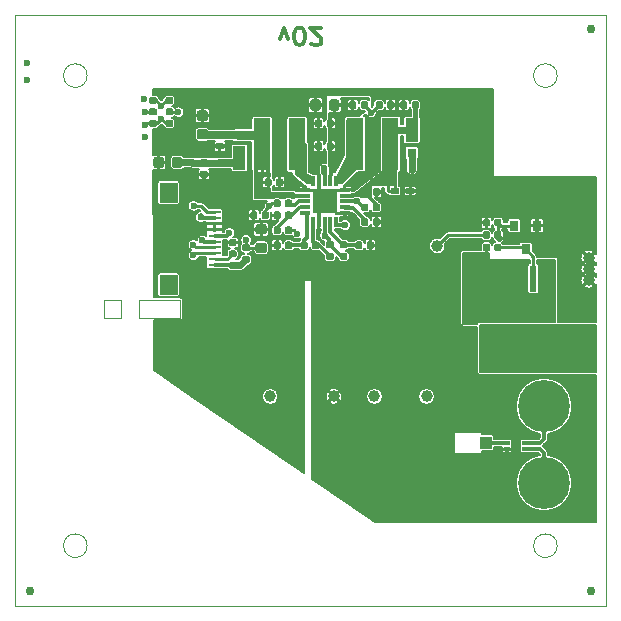
<source format=gbr>
%TF.GenerationSoftware,KiCad,Pcbnew,5.0.2-bee76a0~70~ubuntu18.04.1*%
%TF.CreationDate,2020-02-29T17:11:30-08:00*%
%TF.ProjectId,SolarCell+Y,536f6c61-7243-4656-9c6c-2b592e6b6963,rev?*%
%TF.SameCoordinates,Original*%
%TF.FileFunction,Copper,L6,Bot*%
%TF.FilePolarity,Positive*%
%FSLAX46Y46*%
G04 Gerber Fmt 4.6, Leading zero omitted, Abs format (unit mm)*
G04 Created by KiCad (PCBNEW 5.0.2-bee76a0~70~ubuntu18.04.1) date Sat 29 Feb 2020 05:11:30 PM PST*
%MOMM*%
%LPD*%
G01*
G04 APERTURE LIST*
%ADD10C,0.050000*%
%ADD11C,0.300000*%
%ADD12C,0.750000*%
%ADD13C,1.000000*%
%ADD14C,1.016000*%
%ADD15R,1.500000X1.700000*%
%ADD16R,1.100000X0.250000*%
%ADD17R,0.500000X0.300000*%
%ADD18R,1.050000X1.050000*%
%ADD19R,2.250000X1.050000*%
%ADD20R,0.609600X2.209800*%
%ADD21C,0.100000*%
%ADD22C,0.590000*%
%ADD23R,0.800000X0.900000*%
%ADD24R,0.800000X0.800000*%
%ADD25R,1.100000X2.000000*%
%ADD26C,4.400000*%
%ADD27C,0.875000*%
%ADD28R,0.700000X0.500000*%
%ADD29R,2.150000X2.150000*%
%ADD30R,0.300000X0.900000*%
%ADD31R,0.900000X0.300000*%
%ADD32R,1.435100X4.394200*%
%ADD33C,0.600000*%
%ADD34C,0.800000*%
%ADD35C,0.609600*%
%ADD36C,0.228600*%
%ADD37C,0.248920*%
%ADD38C,0.203200*%
%ADD39C,0.299720*%
%ADD40C,0.254000*%
%ADD41C,0.240000*%
%ADD42C,0.480000*%
%ADD43C,0.635000*%
%ADD44C,0.381000*%
%ADD45C,0.160000*%
%ADD46C,0.508000*%
%ADD47C,0.762000*%
%ADD48C,0.320000*%
%ADD49C,0.127000*%
G04 APERTURE END LIST*
D10*
X160500000Y-65600000D02*
X160500000Y-64100000D01*
X164000000Y-65600000D02*
X160500000Y-65600000D01*
X164000000Y-64100000D02*
X164000000Y-65600000D01*
X160500000Y-64100000D02*
X164000000Y-64100000D01*
X159000000Y-64100000D02*
X157500000Y-64100000D01*
X159000000Y-65650000D02*
X159000000Y-64100000D01*
X157500000Y-65650000D02*
X159000000Y-65650000D01*
X157500000Y-64100000D02*
X157500000Y-65650000D01*
D11*
X172432885Y-42028228D02*
X172790028Y-41028228D01*
X173147171Y-42028228D01*
X174004314Y-42528228D02*
X174147171Y-42528228D01*
X174290028Y-42456800D01*
X174361457Y-42385371D01*
X174432885Y-42242514D01*
X174504314Y-41956800D01*
X174504314Y-41599657D01*
X174432885Y-41313942D01*
X174361457Y-41171085D01*
X174290028Y-41099657D01*
X174147171Y-41028228D01*
X174004314Y-41028228D01*
X173861457Y-41099657D01*
X173790028Y-41171085D01*
X173718600Y-41313942D01*
X173647171Y-41599657D01*
X173647171Y-41956800D01*
X173718600Y-42242514D01*
X173790028Y-42385371D01*
X173861457Y-42456800D01*
X174004314Y-42528228D01*
X175075742Y-42385371D02*
X175147171Y-42456800D01*
X175290028Y-42528228D01*
X175647171Y-42528228D01*
X175790028Y-42456800D01*
X175861457Y-42385371D01*
X175932885Y-42242514D01*
X175932885Y-42099657D01*
X175861457Y-41885371D01*
X175004314Y-41028228D01*
X175932885Y-41028228D01*
D10*
X200000000Y-40000000D02*
X150000000Y-40000000D01*
X150000000Y-90000000D02*
X200000000Y-90000000D01*
X150000000Y-40000000D02*
X150000000Y-90000000D01*
X195900000Y-45100000D02*
G75*
G03X195900000Y-45100000I-1000000J0D01*
G01*
X156100000Y-84900000D02*
G75*
G03X156100000Y-84900000I-1000000J0D01*
G01*
X156100000Y-45100000D02*
G75*
G03X156100000Y-45100000I-1000000J0D01*
G01*
X195900000Y-84900000D02*
G75*
G03X195900000Y-84900000I-1000000J0D01*
G01*
X200000000Y-90000000D02*
X200000000Y-40000000D01*
D12*
X198755000Y-41148000D03*
X151257000Y-88773000D03*
X198755000Y-88773000D03*
D13*
X185750200Y-59512200D03*
X184835800Y-72263000D03*
X176987200Y-72263000D03*
X171602400Y-72263000D03*
X180424666Y-72263000D03*
D14*
X198566000Y-69330000D03*
X198566000Y-60530000D03*
X198566000Y-68380000D03*
X198566000Y-67430000D03*
X198566000Y-61480000D03*
X198566000Y-62430000D03*
D15*
X162993240Y-54997520D03*
X162993240Y-62797520D03*
D16*
X166893240Y-56647520D03*
X166893240Y-57147520D03*
X166893240Y-57647520D03*
X166893240Y-58147520D03*
X166893240Y-58647520D03*
X166893240Y-59147520D03*
X166893240Y-59647520D03*
X166893240Y-60147520D03*
X166893240Y-60647520D03*
X166893240Y-61147520D03*
D17*
X191655000Y-76729000D03*
X193155000Y-76729000D03*
X193155000Y-76179000D03*
X191655000Y-76179000D03*
D18*
X189866000Y-76200000D03*
D19*
X188341000Y-77675000D03*
X188341000Y-74725000D03*
D20*
X190057000Y-67522200D03*
X191327000Y-67522200D03*
X192597000Y-67522200D03*
X193867000Y-67522200D03*
X193867000Y-62289800D03*
X192597000Y-62289800D03*
X191327000Y-62289800D03*
X190057000Y-62289800D03*
D21*
G36*
X190064958Y-59330710D02*
X190079276Y-59332834D01*
X190093317Y-59336351D01*
X190106946Y-59341228D01*
X190120031Y-59347417D01*
X190132447Y-59354858D01*
X190144073Y-59363481D01*
X190154798Y-59373202D01*
X190164519Y-59383927D01*
X190173142Y-59395553D01*
X190180583Y-59407969D01*
X190186772Y-59421054D01*
X190191649Y-59434683D01*
X190195166Y-59448724D01*
X190197290Y-59463042D01*
X190198000Y-59477500D01*
X190198000Y-59822500D01*
X190197290Y-59836958D01*
X190195166Y-59851276D01*
X190191649Y-59865317D01*
X190186772Y-59878946D01*
X190180583Y-59892031D01*
X190173142Y-59904447D01*
X190164519Y-59916073D01*
X190154798Y-59926798D01*
X190144073Y-59936519D01*
X190132447Y-59945142D01*
X190120031Y-59952583D01*
X190106946Y-59958772D01*
X190093317Y-59963649D01*
X190079276Y-59967166D01*
X190064958Y-59969290D01*
X190050500Y-59970000D01*
X189755500Y-59970000D01*
X189741042Y-59969290D01*
X189726724Y-59967166D01*
X189712683Y-59963649D01*
X189699054Y-59958772D01*
X189685969Y-59952583D01*
X189673553Y-59945142D01*
X189661927Y-59936519D01*
X189651202Y-59926798D01*
X189641481Y-59916073D01*
X189632858Y-59904447D01*
X189625417Y-59892031D01*
X189619228Y-59878946D01*
X189614351Y-59865317D01*
X189610834Y-59851276D01*
X189608710Y-59836958D01*
X189608000Y-59822500D01*
X189608000Y-59477500D01*
X189608710Y-59463042D01*
X189610834Y-59448724D01*
X189614351Y-59434683D01*
X189619228Y-59421054D01*
X189625417Y-59407969D01*
X189632858Y-59395553D01*
X189641481Y-59383927D01*
X189651202Y-59373202D01*
X189661927Y-59363481D01*
X189673553Y-59354858D01*
X189685969Y-59347417D01*
X189699054Y-59341228D01*
X189712683Y-59336351D01*
X189726724Y-59332834D01*
X189741042Y-59330710D01*
X189755500Y-59330000D01*
X190050500Y-59330000D01*
X190064958Y-59330710D01*
X190064958Y-59330710D01*
G37*
D22*
X189903000Y-59650000D03*
D21*
G36*
X191034958Y-59330710D02*
X191049276Y-59332834D01*
X191063317Y-59336351D01*
X191076946Y-59341228D01*
X191090031Y-59347417D01*
X191102447Y-59354858D01*
X191114073Y-59363481D01*
X191124798Y-59373202D01*
X191134519Y-59383927D01*
X191143142Y-59395553D01*
X191150583Y-59407969D01*
X191156772Y-59421054D01*
X191161649Y-59434683D01*
X191165166Y-59448724D01*
X191167290Y-59463042D01*
X191168000Y-59477500D01*
X191168000Y-59822500D01*
X191167290Y-59836958D01*
X191165166Y-59851276D01*
X191161649Y-59865317D01*
X191156772Y-59878946D01*
X191150583Y-59892031D01*
X191143142Y-59904447D01*
X191134519Y-59916073D01*
X191124798Y-59926798D01*
X191114073Y-59936519D01*
X191102447Y-59945142D01*
X191090031Y-59952583D01*
X191076946Y-59958772D01*
X191063317Y-59963649D01*
X191049276Y-59967166D01*
X191034958Y-59969290D01*
X191020500Y-59970000D01*
X190725500Y-59970000D01*
X190711042Y-59969290D01*
X190696724Y-59967166D01*
X190682683Y-59963649D01*
X190669054Y-59958772D01*
X190655969Y-59952583D01*
X190643553Y-59945142D01*
X190631927Y-59936519D01*
X190621202Y-59926798D01*
X190611481Y-59916073D01*
X190602858Y-59904447D01*
X190595417Y-59892031D01*
X190589228Y-59878946D01*
X190584351Y-59865317D01*
X190580834Y-59851276D01*
X190578710Y-59836958D01*
X190578000Y-59822500D01*
X190578000Y-59477500D01*
X190578710Y-59463042D01*
X190580834Y-59448724D01*
X190584351Y-59434683D01*
X190589228Y-59421054D01*
X190595417Y-59407969D01*
X190602858Y-59395553D01*
X190611481Y-59383927D01*
X190621202Y-59373202D01*
X190631927Y-59363481D01*
X190643553Y-59354858D01*
X190655969Y-59347417D01*
X190669054Y-59341228D01*
X190682683Y-59336351D01*
X190696724Y-59332834D01*
X190711042Y-59330710D01*
X190725500Y-59330000D01*
X191020500Y-59330000D01*
X191034958Y-59330710D01*
X191034958Y-59330710D01*
G37*
D22*
X190873000Y-59650000D03*
D21*
G36*
X190064958Y-58274710D02*
X190079276Y-58276834D01*
X190093317Y-58280351D01*
X190106946Y-58285228D01*
X190120031Y-58291417D01*
X190132447Y-58298858D01*
X190144073Y-58307481D01*
X190154798Y-58317202D01*
X190164519Y-58327927D01*
X190173142Y-58339553D01*
X190180583Y-58351969D01*
X190186772Y-58365054D01*
X190191649Y-58378683D01*
X190195166Y-58392724D01*
X190197290Y-58407042D01*
X190198000Y-58421500D01*
X190198000Y-58766500D01*
X190197290Y-58780958D01*
X190195166Y-58795276D01*
X190191649Y-58809317D01*
X190186772Y-58822946D01*
X190180583Y-58836031D01*
X190173142Y-58848447D01*
X190164519Y-58860073D01*
X190154798Y-58870798D01*
X190144073Y-58880519D01*
X190132447Y-58889142D01*
X190120031Y-58896583D01*
X190106946Y-58902772D01*
X190093317Y-58907649D01*
X190079276Y-58911166D01*
X190064958Y-58913290D01*
X190050500Y-58914000D01*
X189755500Y-58914000D01*
X189741042Y-58913290D01*
X189726724Y-58911166D01*
X189712683Y-58907649D01*
X189699054Y-58902772D01*
X189685969Y-58896583D01*
X189673553Y-58889142D01*
X189661927Y-58880519D01*
X189651202Y-58870798D01*
X189641481Y-58860073D01*
X189632858Y-58848447D01*
X189625417Y-58836031D01*
X189619228Y-58822946D01*
X189614351Y-58809317D01*
X189610834Y-58795276D01*
X189608710Y-58780958D01*
X189608000Y-58766500D01*
X189608000Y-58421500D01*
X189608710Y-58407042D01*
X189610834Y-58392724D01*
X189614351Y-58378683D01*
X189619228Y-58365054D01*
X189625417Y-58351969D01*
X189632858Y-58339553D01*
X189641481Y-58327927D01*
X189651202Y-58317202D01*
X189661927Y-58307481D01*
X189673553Y-58298858D01*
X189685969Y-58291417D01*
X189699054Y-58285228D01*
X189712683Y-58280351D01*
X189726724Y-58276834D01*
X189741042Y-58274710D01*
X189755500Y-58274000D01*
X190050500Y-58274000D01*
X190064958Y-58274710D01*
X190064958Y-58274710D01*
G37*
D22*
X189903000Y-58594000D03*
D21*
G36*
X191034958Y-58274710D02*
X191049276Y-58276834D01*
X191063317Y-58280351D01*
X191076946Y-58285228D01*
X191090031Y-58291417D01*
X191102447Y-58298858D01*
X191114073Y-58307481D01*
X191124798Y-58317202D01*
X191134519Y-58327927D01*
X191143142Y-58339553D01*
X191150583Y-58351969D01*
X191156772Y-58365054D01*
X191161649Y-58378683D01*
X191165166Y-58392724D01*
X191167290Y-58407042D01*
X191168000Y-58421500D01*
X191168000Y-58766500D01*
X191167290Y-58780958D01*
X191165166Y-58795276D01*
X191161649Y-58809317D01*
X191156772Y-58822946D01*
X191150583Y-58836031D01*
X191143142Y-58848447D01*
X191134519Y-58860073D01*
X191124798Y-58870798D01*
X191114073Y-58880519D01*
X191102447Y-58889142D01*
X191090031Y-58896583D01*
X191076946Y-58902772D01*
X191063317Y-58907649D01*
X191049276Y-58911166D01*
X191034958Y-58913290D01*
X191020500Y-58914000D01*
X190725500Y-58914000D01*
X190711042Y-58913290D01*
X190696724Y-58911166D01*
X190682683Y-58907649D01*
X190669054Y-58902772D01*
X190655969Y-58896583D01*
X190643553Y-58889142D01*
X190631927Y-58880519D01*
X190621202Y-58870798D01*
X190611481Y-58860073D01*
X190602858Y-58848447D01*
X190595417Y-58836031D01*
X190589228Y-58822946D01*
X190584351Y-58809317D01*
X190580834Y-58795276D01*
X190578710Y-58780958D01*
X190578000Y-58766500D01*
X190578000Y-58421500D01*
X190578710Y-58407042D01*
X190580834Y-58392724D01*
X190584351Y-58378683D01*
X190589228Y-58365054D01*
X190595417Y-58351969D01*
X190602858Y-58339553D01*
X190611481Y-58327927D01*
X190621202Y-58317202D01*
X190631927Y-58307481D01*
X190643553Y-58298858D01*
X190655969Y-58291417D01*
X190669054Y-58285228D01*
X190682683Y-58280351D01*
X190696724Y-58276834D01*
X190711042Y-58274710D01*
X190725500Y-58274000D01*
X191020500Y-58274000D01*
X191034958Y-58274710D01*
X191034958Y-58274710D01*
G37*
D22*
X190873000Y-58594000D03*
D21*
G36*
X190076958Y-57230710D02*
X190091276Y-57232834D01*
X190105317Y-57236351D01*
X190118946Y-57241228D01*
X190132031Y-57247417D01*
X190144447Y-57254858D01*
X190156073Y-57263481D01*
X190166798Y-57273202D01*
X190176519Y-57283927D01*
X190185142Y-57295553D01*
X190192583Y-57307969D01*
X190198772Y-57321054D01*
X190203649Y-57334683D01*
X190207166Y-57348724D01*
X190209290Y-57363042D01*
X190210000Y-57377500D01*
X190210000Y-57722500D01*
X190209290Y-57736958D01*
X190207166Y-57751276D01*
X190203649Y-57765317D01*
X190198772Y-57778946D01*
X190192583Y-57792031D01*
X190185142Y-57804447D01*
X190176519Y-57816073D01*
X190166798Y-57826798D01*
X190156073Y-57836519D01*
X190144447Y-57845142D01*
X190132031Y-57852583D01*
X190118946Y-57858772D01*
X190105317Y-57863649D01*
X190091276Y-57867166D01*
X190076958Y-57869290D01*
X190062500Y-57870000D01*
X189767500Y-57870000D01*
X189753042Y-57869290D01*
X189738724Y-57867166D01*
X189724683Y-57863649D01*
X189711054Y-57858772D01*
X189697969Y-57852583D01*
X189685553Y-57845142D01*
X189673927Y-57836519D01*
X189663202Y-57826798D01*
X189653481Y-57816073D01*
X189644858Y-57804447D01*
X189637417Y-57792031D01*
X189631228Y-57778946D01*
X189626351Y-57765317D01*
X189622834Y-57751276D01*
X189620710Y-57736958D01*
X189620000Y-57722500D01*
X189620000Y-57377500D01*
X189620710Y-57363042D01*
X189622834Y-57348724D01*
X189626351Y-57334683D01*
X189631228Y-57321054D01*
X189637417Y-57307969D01*
X189644858Y-57295553D01*
X189653481Y-57283927D01*
X189663202Y-57273202D01*
X189673927Y-57263481D01*
X189685553Y-57254858D01*
X189697969Y-57247417D01*
X189711054Y-57241228D01*
X189724683Y-57236351D01*
X189738724Y-57232834D01*
X189753042Y-57230710D01*
X189767500Y-57230000D01*
X190062500Y-57230000D01*
X190076958Y-57230710D01*
X190076958Y-57230710D01*
G37*
D22*
X189915000Y-57550000D03*
D21*
G36*
X191046958Y-57230710D02*
X191061276Y-57232834D01*
X191075317Y-57236351D01*
X191088946Y-57241228D01*
X191102031Y-57247417D01*
X191114447Y-57254858D01*
X191126073Y-57263481D01*
X191136798Y-57273202D01*
X191146519Y-57283927D01*
X191155142Y-57295553D01*
X191162583Y-57307969D01*
X191168772Y-57321054D01*
X191173649Y-57334683D01*
X191177166Y-57348724D01*
X191179290Y-57363042D01*
X191180000Y-57377500D01*
X191180000Y-57722500D01*
X191179290Y-57736958D01*
X191177166Y-57751276D01*
X191173649Y-57765317D01*
X191168772Y-57778946D01*
X191162583Y-57792031D01*
X191155142Y-57804447D01*
X191146519Y-57816073D01*
X191136798Y-57826798D01*
X191126073Y-57836519D01*
X191114447Y-57845142D01*
X191102031Y-57852583D01*
X191088946Y-57858772D01*
X191075317Y-57863649D01*
X191061276Y-57867166D01*
X191046958Y-57869290D01*
X191032500Y-57870000D01*
X190737500Y-57870000D01*
X190723042Y-57869290D01*
X190708724Y-57867166D01*
X190694683Y-57863649D01*
X190681054Y-57858772D01*
X190667969Y-57852583D01*
X190655553Y-57845142D01*
X190643927Y-57836519D01*
X190633202Y-57826798D01*
X190623481Y-57816073D01*
X190614858Y-57804447D01*
X190607417Y-57792031D01*
X190601228Y-57778946D01*
X190596351Y-57765317D01*
X190592834Y-57751276D01*
X190590710Y-57736958D01*
X190590000Y-57722500D01*
X190590000Y-57377500D01*
X190590710Y-57363042D01*
X190592834Y-57348724D01*
X190596351Y-57334683D01*
X190601228Y-57321054D01*
X190607417Y-57307969D01*
X190614858Y-57295553D01*
X190623481Y-57283927D01*
X190633202Y-57273202D01*
X190643927Y-57263481D01*
X190655553Y-57254858D01*
X190667969Y-57247417D01*
X190681054Y-57241228D01*
X190694683Y-57236351D01*
X190708724Y-57232834D01*
X190723042Y-57230710D01*
X190737500Y-57230000D01*
X191032500Y-57230000D01*
X191046958Y-57230710D01*
X191046958Y-57230710D01*
G37*
D22*
X190885000Y-57550000D03*
D21*
G36*
X168614358Y-58936110D02*
X168628676Y-58938234D01*
X168642717Y-58941751D01*
X168656346Y-58946628D01*
X168669431Y-58952817D01*
X168681847Y-58960258D01*
X168693473Y-58968881D01*
X168704198Y-58978602D01*
X168713919Y-58989327D01*
X168722542Y-59000953D01*
X168729983Y-59013369D01*
X168736172Y-59026454D01*
X168741049Y-59040083D01*
X168744566Y-59054124D01*
X168746690Y-59068442D01*
X168747400Y-59082900D01*
X168747400Y-59377900D01*
X168746690Y-59392358D01*
X168744566Y-59406676D01*
X168741049Y-59420717D01*
X168736172Y-59434346D01*
X168729983Y-59447431D01*
X168722542Y-59459847D01*
X168713919Y-59471473D01*
X168704198Y-59482198D01*
X168693473Y-59491919D01*
X168681847Y-59500542D01*
X168669431Y-59507983D01*
X168656346Y-59514172D01*
X168642717Y-59519049D01*
X168628676Y-59522566D01*
X168614358Y-59524690D01*
X168599900Y-59525400D01*
X168254900Y-59525400D01*
X168240442Y-59524690D01*
X168226124Y-59522566D01*
X168212083Y-59519049D01*
X168198454Y-59514172D01*
X168185369Y-59507983D01*
X168172953Y-59500542D01*
X168161327Y-59491919D01*
X168150602Y-59482198D01*
X168140881Y-59471473D01*
X168132258Y-59459847D01*
X168124817Y-59447431D01*
X168118628Y-59434346D01*
X168113751Y-59420717D01*
X168110234Y-59406676D01*
X168108110Y-59392358D01*
X168107400Y-59377900D01*
X168107400Y-59082900D01*
X168108110Y-59068442D01*
X168110234Y-59054124D01*
X168113751Y-59040083D01*
X168118628Y-59026454D01*
X168124817Y-59013369D01*
X168132258Y-59000953D01*
X168140881Y-58989327D01*
X168150602Y-58978602D01*
X168161327Y-58968881D01*
X168172953Y-58960258D01*
X168185369Y-58952817D01*
X168198454Y-58946628D01*
X168212083Y-58941751D01*
X168226124Y-58938234D01*
X168240442Y-58936110D01*
X168254900Y-58935400D01*
X168599900Y-58935400D01*
X168614358Y-58936110D01*
X168614358Y-58936110D01*
G37*
D22*
X168427400Y-59230400D03*
D21*
G36*
X168614358Y-59906110D02*
X168628676Y-59908234D01*
X168642717Y-59911751D01*
X168656346Y-59916628D01*
X168669431Y-59922817D01*
X168681847Y-59930258D01*
X168693473Y-59938881D01*
X168704198Y-59948602D01*
X168713919Y-59959327D01*
X168722542Y-59970953D01*
X168729983Y-59983369D01*
X168736172Y-59996454D01*
X168741049Y-60010083D01*
X168744566Y-60024124D01*
X168746690Y-60038442D01*
X168747400Y-60052900D01*
X168747400Y-60347900D01*
X168746690Y-60362358D01*
X168744566Y-60376676D01*
X168741049Y-60390717D01*
X168736172Y-60404346D01*
X168729983Y-60417431D01*
X168722542Y-60429847D01*
X168713919Y-60441473D01*
X168704198Y-60452198D01*
X168693473Y-60461919D01*
X168681847Y-60470542D01*
X168669431Y-60477983D01*
X168656346Y-60484172D01*
X168642717Y-60489049D01*
X168628676Y-60492566D01*
X168614358Y-60494690D01*
X168599900Y-60495400D01*
X168254900Y-60495400D01*
X168240442Y-60494690D01*
X168226124Y-60492566D01*
X168212083Y-60489049D01*
X168198454Y-60484172D01*
X168185369Y-60477983D01*
X168172953Y-60470542D01*
X168161327Y-60461919D01*
X168150602Y-60452198D01*
X168140881Y-60441473D01*
X168132258Y-60429847D01*
X168124817Y-60417431D01*
X168118628Y-60404346D01*
X168113751Y-60390717D01*
X168110234Y-60376676D01*
X168108110Y-60362358D01*
X168107400Y-60347900D01*
X168107400Y-60052900D01*
X168108110Y-60038442D01*
X168110234Y-60024124D01*
X168113751Y-60010083D01*
X168118628Y-59996454D01*
X168124817Y-59983369D01*
X168132258Y-59970953D01*
X168140881Y-59959327D01*
X168150602Y-59948602D01*
X168161327Y-59938881D01*
X168172953Y-59930258D01*
X168185369Y-59922817D01*
X168198454Y-59916628D01*
X168212083Y-59911751D01*
X168226124Y-59908234D01*
X168240442Y-59906110D01*
X168254900Y-59905400D01*
X168599900Y-59905400D01*
X168614358Y-59906110D01*
X168614358Y-59906110D01*
G37*
D22*
X168427400Y-60200400D03*
D23*
X193232000Y-59810000D03*
X194182000Y-57810000D03*
X192282000Y-57810000D03*
D24*
X183591200Y-51618200D03*
D25*
X183591200Y-49718200D03*
D26*
X194800000Y-73100000D03*
X194800000Y-79600000D03*
D21*
G36*
X166175958Y-53149710D02*
X166190276Y-53151834D01*
X166204317Y-53155351D01*
X166217946Y-53160228D01*
X166231031Y-53166417D01*
X166243447Y-53173858D01*
X166255073Y-53182481D01*
X166265798Y-53192202D01*
X166275519Y-53202927D01*
X166284142Y-53214553D01*
X166291583Y-53226969D01*
X166297772Y-53240054D01*
X166302649Y-53253683D01*
X166306166Y-53267724D01*
X166308290Y-53282042D01*
X166309000Y-53296500D01*
X166309000Y-53591500D01*
X166308290Y-53605958D01*
X166306166Y-53620276D01*
X166302649Y-53634317D01*
X166297772Y-53647946D01*
X166291583Y-53661031D01*
X166284142Y-53673447D01*
X166275519Y-53685073D01*
X166265798Y-53695798D01*
X166255073Y-53705519D01*
X166243447Y-53714142D01*
X166231031Y-53721583D01*
X166217946Y-53727772D01*
X166204317Y-53732649D01*
X166190276Y-53736166D01*
X166175958Y-53738290D01*
X166161500Y-53739000D01*
X165816500Y-53739000D01*
X165802042Y-53738290D01*
X165787724Y-53736166D01*
X165773683Y-53732649D01*
X165760054Y-53727772D01*
X165746969Y-53721583D01*
X165734553Y-53714142D01*
X165722927Y-53705519D01*
X165712202Y-53695798D01*
X165702481Y-53685073D01*
X165693858Y-53673447D01*
X165686417Y-53661031D01*
X165680228Y-53647946D01*
X165675351Y-53634317D01*
X165671834Y-53620276D01*
X165669710Y-53605958D01*
X165669000Y-53591500D01*
X165669000Y-53296500D01*
X165669710Y-53282042D01*
X165671834Y-53267724D01*
X165675351Y-53253683D01*
X165680228Y-53240054D01*
X165686417Y-53226969D01*
X165693858Y-53214553D01*
X165702481Y-53202927D01*
X165712202Y-53192202D01*
X165722927Y-53182481D01*
X165734553Y-53173858D01*
X165746969Y-53166417D01*
X165760054Y-53160228D01*
X165773683Y-53155351D01*
X165787724Y-53151834D01*
X165802042Y-53149710D01*
X165816500Y-53149000D01*
X166161500Y-53149000D01*
X166175958Y-53149710D01*
X166175958Y-53149710D01*
G37*
D22*
X165989000Y-53444000D03*
D21*
G36*
X166175958Y-52179710D02*
X166190276Y-52181834D01*
X166204317Y-52185351D01*
X166217946Y-52190228D01*
X166231031Y-52196417D01*
X166243447Y-52203858D01*
X166255073Y-52212481D01*
X166265798Y-52222202D01*
X166275519Y-52232927D01*
X166284142Y-52244553D01*
X166291583Y-52256969D01*
X166297772Y-52270054D01*
X166302649Y-52283683D01*
X166306166Y-52297724D01*
X166308290Y-52312042D01*
X166309000Y-52326500D01*
X166309000Y-52621500D01*
X166308290Y-52635958D01*
X166306166Y-52650276D01*
X166302649Y-52664317D01*
X166297772Y-52677946D01*
X166291583Y-52691031D01*
X166284142Y-52703447D01*
X166275519Y-52715073D01*
X166265798Y-52725798D01*
X166255073Y-52735519D01*
X166243447Y-52744142D01*
X166231031Y-52751583D01*
X166217946Y-52757772D01*
X166204317Y-52762649D01*
X166190276Y-52766166D01*
X166175958Y-52768290D01*
X166161500Y-52769000D01*
X165816500Y-52769000D01*
X165802042Y-52768290D01*
X165787724Y-52766166D01*
X165773683Y-52762649D01*
X165760054Y-52757772D01*
X165746969Y-52751583D01*
X165734553Y-52744142D01*
X165722927Y-52735519D01*
X165712202Y-52725798D01*
X165702481Y-52715073D01*
X165693858Y-52703447D01*
X165686417Y-52691031D01*
X165680228Y-52677946D01*
X165675351Y-52664317D01*
X165671834Y-52650276D01*
X165669710Y-52635958D01*
X165669000Y-52621500D01*
X165669000Y-52326500D01*
X165669710Y-52312042D01*
X165671834Y-52297724D01*
X165675351Y-52283683D01*
X165680228Y-52270054D01*
X165686417Y-52256969D01*
X165693858Y-52244553D01*
X165702481Y-52232927D01*
X165712202Y-52222202D01*
X165722927Y-52212481D01*
X165734553Y-52203858D01*
X165746969Y-52196417D01*
X165760054Y-52190228D01*
X165773683Y-52185351D01*
X165787724Y-52181834D01*
X165802042Y-52179710D01*
X165816500Y-52179000D01*
X166161500Y-52179000D01*
X166175958Y-52179710D01*
X166175958Y-52179710D01*
G37*
D22*
X165989000Y-52474000D03*
D21*
G36*
X171107931Y-57668493D02*
X171129166Y-57671643D01*
X171149990Y-57676859D01*
X171170202Y-57684091D01*
X171189608Y-57693270D01*
X171208021Y-57704306D01*
X171225264Y-57717094D01*
X171241170Y-57731510D01*
X171255586Y-57747416D01*
X171268374Y-57764659D01*
X171279410Y-57783072D01*
X171288589Y-57802478D01*
X171295821Y-57822690D01*
X171301037Y-57843514D01*
X171304187Y-57864749D01*
X171305240Y-57886190D01*
X171305240Y-58323690D01*
X171304187Y-58345131D01*
X171301037Y-58366366D01*
X171295821Y-58387190D01*
X171288589Y-58407402D01*
X171279410Y-58426808D01*
X171268374Y-58445221D01*
X171255586Y-58462464D01*
X171241170Y-58478370D01*
X171225264Y-58492786D01*
X171208021Y-58505574D01*
X171189608Y-58516610D01*
X171170202Y-58525789D01*
X171149990Y-58533021D01*
X171129166Y-58538237D01*
X171107931Y-58541387D01*
X171086490Y-58542440D01*
X170573990Y-58542440D01*
X170552549Y-58541387D01*
X170531314Y-58538237D01*
X170510490Y-58533021D01*
X170490278Y-58525789D01*
X170470872Y-58516610D01*
X170452459Y-58505574D01*
X170435216Y-58492786D01*
X170419310Y-58478370D01*
X170404894Y-58462464D01*
X170392106Y-58445221D01*
X170381070Y-58426808D01*
X170371891Y-58407402D01*
X170364659Y-58387190D01*
X170359443Y-58366366D01*
X170356293Y-58345131D01*
X170355240Y-58323690D01*
X170355240Y-57886190D01*
X170356293Y-57864749D01*
X170359443Y-57843514D01*
X170364659Y-57822690D01*
X170371891Y-57802478D01*
X170381070Y-57783072D01*
X170392106Y-57764659D01*
X170404894Y-57747416D01*
X170419310Y-57731510D01*
X170435216Y-57717094D01*
X170452459Y-57704306D01*
X170470872Y-57693270D01*
X170490278Y-57684091D01*
X170510490Y-57676859D01*
X170531314Y-57671643D01*
X170552549Y-57668493D01*
X170573990Y-57667440D01*
X171086490Y-57667440D01*
X171107931Y-57668493D01*
X171107931Y-57668493D01*
G37*
D27*
X170830240Y-58104940D03*
D21*
G36*
X171107931Y-59243493D02*
X171129166Y-59246643D01*
X171149990Y-59251859D01*
X171170202Y-59259091D01*
X171189608Y-59268270D01*
X171208021Y-59279306D01*
X171225264Y-59292094D01*
X171241170Y-59306510D01*
X171255586Y-59322416D01*
X171268374Y-59339659D01*
X171279410Y-59358072D01*
X171288589Y-59377478D01*
X171295821Y-59397690D01*
X171301037Y-59418514D01*
X171304187Y-59439749D01*
X171305240Y-59461190D01*
X171305240Y-59898690D01*
X171304187Y-59920131D01*
X171301037Y-59941366D01*
X171295821Y-59962190D01*
X171288589Y-59982402D01*
X171279410Y-60001808D01*
X171268374Y-60020221D01*
X171255586Y-60037464D01*
X171241170Y-60053370D01*
X171225264Y-60067786D01*
X171208021Y-60080574D01*
X171189608Y-60091610D01*
X171170202Y-60100789D01*
X171149990Y-60108021D01*
X171129166Y-60113237D01*
X171107931Y-60116387D01*
X171086490Y-60117440D01*
X170573990Y-60117440D01*
X170552549Y-60116387D01*
X170531314Y-60113237D01*
X170510490Y-60108021D01*
X170490278Y-60100789D01*
X170470872Y-60091610D01*
X170452459Y-60080574D01*
X170435216Y-60067786D01*
X170419310Y-60053370D01*
X170404894Y-60037464D01*
X170392106Y-60020221D01*
X170381070Y-60001808D01*
X170371891Y-59982402D01*
X170364659Y-59962190D01*
X170359443Y-59941366D01*
X170356293Y-59920131D01*
X170355240Y-59898690D01*
X170355240Y-59461190D01*
X170356293Y-59439749D01*
X170359443Y-59418514D01*
X170364659Y-59397690D01*
X170371891Y-59377478D01*
X170381070Y-59358072D01*
X170392106Y-59339659D01*
X170404894Y-59322416D01*
X170419310Y-59306510D01*
X170435216Y-59292094D01*
X170452459Y-59279306D01*
X170470872Y-59268270D01*
X170490278Y-59259091D01*
X170510490Y-59251859D01*
X170531314Y-59246643D01*
X170552549Y-59243493D01*
X170573990Y-59242440D01*
X171086490Y-59242440D01*
X171107931Y-59243493D01*
X171107931Y-59243493D01*
G37*
D27*
X170830240Y-59679940D03*
D21*
G36*
X175861538Y-48830494D02*
X175875856Y-48832618D01*
X175889897Y-48836135D01*
X175903526Y-48841012D01*
X175916611Y-48847201D01*
X175929027Y-48854642D01*
X175940653Y-48863265D01*
X175951378Y-48872986D01*
X175961099Y-48883711D01*
X175969722Y-48895337D01*
X175977163Y-48907753D01*
X175983352Y-48920838D01*
X175988229Y-48934467D01*
X175991746Y-48948508D01*
X175993870Y-48962826D01*
X175994580Y-48977284D01*
X175994580Y-49322284D01*
X175993870Y-49336742D01*
X175991746Y-49351060D01*
X175988229Y-49365101D01*
X175983352Y-49378730D01*
X175977163Y-49391815D01*
X175969722Y-49404231D01*
X175961099Y-49415857D01*
X175951378Y-49426582D01*
X175940653Y-49436303D01*
X175929027Y-49444926D01*
X175916611Y-49452367D01*
X175903526Y-49458556D01*
X175889897Y-49463433D01*
X175875856Y-49466950D01*
X175861538Y-49469074D01*
X175847080Y-49469784D01*
X175552080Y-49469784D01*
X175537622Y-49469074D01*
X175523304Y-49466950D01*
X175509263Y-49463433D01*
X175495634Y-49458556D01*
X175482549Y-49452367D01*
X175470133Y-49444926D01*
X175458507Y-49436303D01*
X175447782Y-49426582D01*
X175438061Y-49415857D01*
X175429438Y-49404231D01*
X175421997Y-49391815D01*
X175415808Y-49378730D01*
X175410931Y-49365101D01*
X175407414Y-49351060D01*
X175405290Y-49336742D01*
X175404580Y-49322284D01*
X175404580Y-48977284D01*
X175405290Y-48962826D01*
X175407414Y-48948508D01*
X175410931Y-48934467D01*
X175415808Y-48920838D01*
X175421997Y-48907753D01*
X175429438Y-48895337D01*
X175438061Y-48883711D01*
X175447782Y-48872986D01*
X175458507Y-48863265D01*
X175470133Y-48854642D01*
X175482549Y-48847201D01*
X175495634Y-48841012D01*
X175509263Y-48836135D01*
X175523304Y-48832618D01*
X175537622Y-48830494D01*
X175552080Y-48829784D01*
X175847080Y-48829784D01*
X175861538Y-48830494D01*
X175861538Y-48830494D01*
G37*
D22*
X175699580Y-49149784D03*
D21*
G36*
X176831538Y-48830494D02*
X176845856Y-48832618D01*
X176859897Y-48836135D01*
X176873526Y-48841012D01*
X176886611Y-48847201D01*
X176899027Y-48854642D01*
X176910653Y-48863265D01*
X176921378Y-48872986D01*
X176931099Y-48883711D01*
X176939722Y-48895337D01*
X176947163Y-48907753D01*
X176953352Y-48920838D01*
X176958229Y-48934467D01*
X176961746Y-48948508D01*
X176963870Y-48962826D01*
X176964580Y-48977284D01*
X176964580Y-49322284D01*
X176963870Y-49336742D01*
X176961746Y-49351060D01*
X176958229Y-49365101D01*
X176953352Y-49378730D01*
X176947163Y-49391815D01*
X176939722Y-49404231D01*
X176931099Y-49415857D01*
X176921378Y-49426582D01*
X176910653Y-49436303D01*
X176899027Y-49444926D01*
X176886611Y-49452367D01*
X176873526Y-49458556D01*
X176859897Y-49463433D01*
X176845856Y-49466950D01*
X176831538Y-49469074D01*
X176817080Y-49469784D01*
X176522080Y-49469784D01*
X176507622Y-49469074D01*
X176493304Y-49466950D01*
X176479263Y-49463433D01*
X176465634Y-49458556D01*
X176452549Y-49452367D01*
X176440133Y-49444926D01*
X176428507Y-49436303D01*
X176417782Y-49426582D01*
X176408061Y-49415857D01*
X176399438Y-49404231D01*
X176391997Y-49391815D01*
X176385808Y-49378730D01*
X176380931Y-49365101D01*
X176377414Y-49351060D01*
X176375290Y-49336742D01*
X176374580Y-49322284D01*
X176374580Y-48977284D01*
X176375290Y-48962826D01*
X176377414Y-48948508D01*
X176380931Y-48934467D01*
X176385808Y-48920838D01*
X176391997Y-48907753D01*
X176399438Y-48895337D01*
X176408061Y-48883711D01*
X176417782Y-48872986D01*
X176428507Y-48863265D01*
X176440133Y-48854642D01*
X176452549Y-48847201D01*
X176465634Y-48841012D01*
X176479263Y-48836135D01*
X176493304Y-48832618D01*
X176507622Y-48830494D01*
X176522080Y-48829784D01*
X176817080Y-48829784D01*
X176831538Y-48830494D01*
X176831538Y-48830494D01*
G37*
D22*
X176669580Y-49149784D03*
D21*
G36*
X162393691Y-51977053D02*
X162414926Y-51980203D01*
X162435750Y-51985419D01*
X162455962Y-51992651D01*
X162475368Y-52001830D01*
X162493781Y-52012866D01*
X162511024Y-52025654D01*
X162526930Y-52040070D01*
X162541346Y-52055976D01*
X162554134Y-52073219D01*
X162565170Y-52091632D01*
X162574349Y-52111038D01*
X162581581Y-52131250D01*
X162586797Y-52152074D01*
X162589947Y-52173309D01*
X162591000Y-52194750D01*
X162591000Y-52707250D01*
X162589947Y-52728691D01*
X162586797Y-52749926D01*
X162581581Y-52770750D01*
X162574349Y-52790962D01*
X162565170Y-52810368D01*
X162554134Y-52828781D01*
X162541346Y-52846024D01*
X162526930Y-52861930D01*
X162511024Y-52876346D01*
X162493781Y-52889134D01*
X162475368Y-52900170D01*
X162455962Y-52909349D01*
X162435750Y-52916581D01*
X162414926Y-52921797D01*
X162393691Y-52924947D01*
X162372250Y-52926000D01*
X161934750Y-52926000D01*
X161913309Y-52924947D01*
X161892074Y-52921797D01*
X161871250Y-52916581D01*
X161851038Y-52909349D01*
X161831632Y-52900170D01*
X161813219Y-52889134D01*
X161795976Y-52876346D01*
X161780070Y-52861930D01*
X161765654Y-52846024D01*
X161752866Y-52828781D01*
X161741830Y-52810368D01*
X161732651Y-52790962D01*
X161725419Y-52770750D01*
X161720203Y-52749926D01*
X161717053Y-52728691D01*
X161716000Y-52707250D01*
X161716000Y-52194750D01*
X161717053Y-52173309D01*
X161720203Y-52152074D01*
X161725419Y-52131250D01*
X161732651Y-52111038D01*
X161741830Y-52091632D01*
X161752866Y-52073219D01*
X161765654Y-52055976D01*
X161780070Y-52040070D01*
X161795976Y-52025654D01*
X161813219Y-52012866D01*
X161831632Y-52001830D01*
X161851038Y-51992651D01*
X161871250Y-51985419D01*
X161892074Y-51980203D01*
X161913309Y-51977053D01*
X161934750Y-51976000D01*
X162372250Y-51976000D01*
X162393691Y-51977053D01*
X162393691Y-51977053D01*
G37*
D27*
X162153500Y-52451000D03*
D21*
G36*
X163968691Y-51977053D02*
X163989926Y-51980203D01*
X164010750Y-51985419D01*
X164030962Y-51992651D01*
X164050368Y-52001830D01*
X164068781Y-52012866D01*
X164086024Y-52025654D01*
X164101930Y-52040070D01*
X164116346Y-52055976D01*
X164129134Y-52073219D01*
X164140170Y-52091632D01*
X164149349Y-52111038D01*
X164156581Y-52131250D01*
X164161797Y-52152074D01*
X164164947Y-52173309D01*
X164166000Y-52194750D01*
X164166000Y-52707250D01*
X164164947Y-52728691D01*
X164161797Y-52749926D01*
X164156581Y-52770750D01*
X164149349Y-52790962D01*
X164140170Y-52810368D01*
X164129134Y-52828781D01*
X164116346Y-52846024D01*
X164101930Y-52861930D01*
X164086024Y-52876346D01*
X164068781Y-52889134D01*
X164050368Y-52900170D01*
X164030962Y-52909349D01*
X164010750Y-52916581D01*
X163989926Y-52921797D01*
X163968691Y-52924947D01*
X163947250Y-52926000D01*
X163509750Y-52926000D01*
X163488309Y-52924947D01*
X163467074Y-52921797D01*
X163446250Y-52916581D01*
X163426038Y-52909349D01*
X163406632Y-52900170D01*
X163388219Y-52889134D01*
X163370976Y-52876346D01*
X163355070Y-52861930D01*
X163340654Y-52846024D01*
X163327866Y-52828781D01*
X163316830Y-52810368D01*
X163307651Y-52790962D01*
X163300419Y-52770750D01*
X163295203Y-52749926D01*
X163292053Y-52728691D01*
X163291000Y-52707250D01*
X163291000Y-52194750D01*
X163292053Y-52173309D01*
X163295203Y-52152074D01*
X163300419Y-52131250D01*
X163307651Y-52111038D01*
X163316830Y-52091632D01*
X163327866Y-52073219D01*
X163340654Y-52055976D01*
X163355070Y-52040070D01*
X163370976Y-52025654D01*
X163388219Y-52012866D01*
X163406632Y-52001830D01*
X163426038Y-51992651D01*
X163446250Y-51985419D01*
X163467074Y-51980203D01*
X163488309Y-51977053D01*
X163509750Y-51976000D01*
X163947250Y-51976000D01*
X163968691Y-51977053D01*
X163968691Y-51977053D01*
G37*
D27*
X163728500Y-52451000D03*
D28*
X182153000Y-54864000D03*
X183453000Y-54864000D03*
D29*
X176204580Y-55753784D03*
D30*
X177204580Y-54053784D03*
X176704580Y-54053784D03*
X176204580Y-54053784D03*
X175704580Y-54053784D03*
X175204580Y-54053784D03*
D31*
X174504580Y-54753784D03*
X174504580Y-55253784D03*
X174504580Y-55753784D03*
X174504580Y-56253784D03*
X174504580Y-56753784D03*
D30*
X175204580Y-57453784D03*
X175704580Y-57453784D03*
X176204580Y-57453784D03*
X176704580Y-57453784D03*
X177204580Y-57453784D03*
D31*
X177904580Y-56753784D03*
X177904580Y-56253784D03*
X177904580Y-55753784D03*
X177904580Y-55253784D03*
X177904580Y-54753784D03*
D24*
X168988740Y-50149440D03*
D25*
X168988740Y-52049440D03*
D21*
G36*
X179270198Y-59144650D02*
X179284516Y-59146774D01*
X179298557Y-59150291D01*
X179312186Y-59155168D01*
X179325271Y-59161357D01*
X179337687Y-59168798D01*
X179349313Y-59177421D01*
X179360038Y-59187142D01*
X179369759Y-59197867D01*
X179378382Y-59209493D01*
X179385823Y-59221909D01*
X179392012Y-59234994D01*
X179396889Y-59248623D01*
X179400406Y-59262664D01*
X179402530Y-59276982D01*
X179403240Y-59291440D01*
X179403240Y-59636440D01*
X179402530Y-59650898D01*
X179400406Y-59665216D01*
X179396889Y-59679257D01*
X179392012Y-59692886D01*
X179385823Y-59705971D01*
X179378382Y-59718387D01*
X179369759Y-59730013D01*
X179360038Y-59740738D01*
X179349313Y-59750459D01*
X179337687Y-59759082D01*
X179325271Y-59766523D01*
X179312186Y-59772712D01*
X179298557Y-59777589D01*
X179284516Y-59781106D01*
X179270198Y-59783230D01*
X179255740Y-59783940D01*
X178960740Y-59783940D01*
X178946282Y-59783230D01*
X178931964Y-59781106D01*
X178917923Y-59777589D01*
X178904294Y-59772712D01*
X178891209Y-59766523D01*
X178878793Y-59759082D01*
X178867167Y-59750459D01*
X178856442Y-59740738D01*
X178846721Y-59730013D01*
X178838098Y-59718387D01*
X178830657Y-59705971D01*
X178824468Y-59692886D01*
X178819591Y-59679257D01*
X178816074Y-59665216D01*
X178813950Y-59650898D01*
X178813240Y-59636440D01*
X178813240Y-59291440D01*
X178813950Y-59276982D01*
X178816074Y-59262664D01*
X178819591Y-59248623D01*
X178824468Y-59234994D01*
X178830657Y-59221909D01*
X178838098Y-59209493D01*
X178846721Y-59197867D01*
X178856442Y-59187142D01*
X178867167Y-59177421D01*
X178878793Y-59168798D01*
X178891209Y-59161357D01*
X178904294Y-59155168D01*
X178917923Y-59150291D01*
X178931964Y-59146774D01*
X178946282Y-59144650D01*
X178960740Y-59143940D01*
X179255740Y-59143940D01*
X179270198Y-59144650D01*
X179270198Y-59144650D01*
G37*
D22*
X179108240Y-59463940D03*
D21*
G36*
X180240198Y-59144650D02*
X180254516Y-59146774D01*
X180268557Y-59150291D01*
X180282186Y-59155168D01*
X180295271Y-59161357D01*
X180307687Y-59168798D01*
X180319313Y-59177421D01*
X180330038Y-59187142D01*
X180339759Y-59197867D01*
X180348382Y-59209493D01*
X180355823Y-59221909D01*
X180362012Y-59234994D01*
X180366889Y-59248623D01*
X180370406Y-59262664D01*
X180372530Y-59276982D01*
X180373240Y-59291440D01*
X180373240Y-59636440D01*
X180372530Y-59650898D01*
X180370406Y-59665216D01*
X180366889Y-59679257D01*
X180362012Y-59692886D01*
X180355823Y-59705971D01*
X180348382Y-59718387D01*
X180339759Y-59730013D01*
X180330038Y-59740738D01*
X180319313Y-59750459D01*
X180307687Y-59759082D01*
X180295271Y-59766523D01*
X180282186Y-59772712D01*
X180268557Y-59777589D01*
X180254516Y-59781106D01*
X180240198Y-59783230D01*
X180225740Y-59783940D01*
X179930740Y-59783940D01*
X179916282Y-59783230D01*
X179901964Y-59781106D01*
X179887923Y-59777589D01*
X179874294Y-59772712D01*
X179861209Y-59766523D01*
X179848793Y-59759082D01*
X179837167Y-59750459D01*
X179826442Y-59740738D01*
X179816721Y-59730013D01*
X179808098Y-59718387D01*
X179800657Y-59705971D01*
X179794468Y-59692886D01*
X179789591Y-59679257D01*
X179786074Y-59665216D01*
X179783950Y-59650898D01*
X179783240Y-59636440D01*
X179783240Y-59291440D01*
X179783950Y-59276982D01*
X179786074Y-59262664D01*
X179789591Y-59248623D01*
X179794468Y-59234994D01*
X179800657Y-59221909D01*
X179808098Y-59209493D01*
X179816721Y-59197867D01*
X179826442Y-59187142D01*
X179837167Y-59177421D01*
X179848793Y-59168798D01*
X179861209Y-59161357D01*
X179874294Y-59155168D01*
X179887923Y-59150291D01*
X179901964Y-59146774D01*
X179916282Y-59144650D01*
X179930740Y-59143940D01*
X180225740Y-59143940D01*
X180240198Y-59144650D01*
X180240198Y-59144650D01*
G37*
D22*
X180078240Y-59463940D03*
D21*
G36*
X178002198Y-60099150D02*
X178016516Y-60101274D01*
X178030557Y-60104791D01*
X178044186Y-60109668D01*
X178057271Y-60115857D01*
X178069687Y-60123298D01*
X178081313Y-60131921D01*
X178092038Y-60141642D01*
X178101759Y-60152367D01*
X178110382Y-60163993D01*
X178117823Y-60176409D01*
X178124012Y-60189494D01*
X178128889Y-60203123D01*
X178132406Y-60217164D01*
X178134530Y-60231482D01*
X178135240Y-60245940D01*
X178135240Y-60540940D01*
X178134530Y-60555398D01*
X178132406Y-60569716D01*
X178128889Y-60583757D01*
X178124012Y-60597386D01*
X178117823Y-60610471D01*
X178110382Y-60622887D01*
X178101759Y-60634513D01*
X178092038Y-60645238D01*
X178081313Y-60654959D01*
X178069687Y-60663582D01*
X178057271Y-60671023D01*
X178044186Y-60677212D01*
X178030557Y-60682089D01*
X178016516Y-60685606D01*
X178002198Y-60687730D01*
X177987740Y-60688440D01*
X177642740Y-60688440D01*
X177628282Y-60687730D01*
X177613964Y-60685606D01*
X177599923Y-60682089D01*
X177586294Y-60677212D01*
X177573209Y-60671023D01*
X177560793Y-60663582D01*
X177549167Y-60654959D01*
X177538442Y-60645238D01*
X177528721Y-60634513D01*
X177520098Y-60622887D01*
X177512657Y-60610471D01*
X177506468Y-60597386D01*
X177501591Y-60583757D01*
X177498074Y-60569716D01*
X177495950Y-60555398D01*
X177495240Y-60540940D01*
X177495240Y-60245940D01*
X177495950Y-60231482D01*
X177498074Y-60217164D01*
X177501591Y-60203123D01*
X177506468Y-60189494D01*
X177512657Y-60176409D01*
X177520098Y-60163993D01*
X177528721Y-60152367D01*
X177538442Y-60141642D01*
X177549167Y-60131921D01*
X177560793Y-60123298D01*
X177573209Y-60115857D01*
X177586294Y-60109668D01*
X177599923Y-60104791D01*
X177613964Y-60101274D01*
X177628282Y-60099150D01*
X177642740Y-60098440D01*
X177987740Y-60098440D01*
X178002198Y-60099150D01*
X178002198Y-60099150D01*
G37*
D22*
X177815240Y-60393440D03*
D21*
G36*
X178002198Y-59129150D02*
X178016516Y-59131274D01*
X178030557Y-59134791D01*
X178044186Y-59139668D01*
X178057271Y-59145857D01*
X178069687Y-59153298D01*
X178081313Y-59161921D01*
X178092038Y-59171642D01*
X178101759Y-59182367D01*
X178110382Y-59193993D01*
X178117823Y-59206409D01*
X178124012Y-59219494D01*
X178128889Y-59233123D01*
X178132406Y-59247164D01*
X178134530Y-59261482D01*
X178135240Y-59275940D01*
X178135240Y-59570940D01*
X178134530Y-59585398D01*
X178132406Y-59599716D01*
X178128889Y-59613757D01*
X178124012Y-59627386D01*
X178117823Y-59640471D01*
X178110382Y-59652887D01*
X178101759Y-59664513D01*
X178092038Y-59675238D01*
X178081313Y-59684959D01*
X178069687Y-59693582D01*
X178057271Y-59701023D01*
X178044186Y-59707212D01*
X178030557Y-59712089D01*
X178016516Y-59715606D01*
X178002198Y-59717730D01*
X177987740Y-59718440D01*
X177642740Y-59718440D01*
X177628282Y-59717730D01*
X177613964Y-59715606D01*
X177599923Y-59712089D01*
X177586294Y-59707212D01*
X177573209Y-59701023D01*
X177560793Y-59693582D01*
X177549167Y-59684959D01*
X177538442Y-59675238D01*
X177528721Y-59664513D01*
X177520098Y-59652887D01*
X177512657Y-59640471D01*
X177506468Y-59627386D01*
X177501591Y-59613757D01*
X177498074Y-59599716D01*
X177495950Y-59585398D01*
X177495240Y-59570940D01*
X177495240Y-59275940D01*
X177495950Y-59261482D01*
X177498074Y-59247164D01*
X177501591Y-59233123D01*
X177506468Y-59219494D01*
X177512657Y-59206409D01*
X177520098Y-59193993D01*
X177528721Y-59182367D01*
X177538442Y-59171642D01*
X177549167Y-59161921D01*
X177560793Y-59153298D01*
X177573209Y-59145857D01*
X177586294Y-59139668D01*
X177599923Y-59134791D01*
X177613964Y-59131274D01*
X177628282Y-59129150D01*
X177642740Y-59128440D01*
X177987740Y-59128440D01*
X178002198Y-59129150D01*
X178002198Y-59129150D01*
G37*
D22*
X177815240Y-59423440D03*
D21*
G36*
X179732198Y-47270150D02*
X179746516Y-47272274D01*
X179760557Y-47275791D01*
X179774186Y-47280668D01*
X179787271Y-47286857D01*
X179799687Y-47294298D01*
X179811313Y-47302921D01*
X179822038Y-47312642D01*
X179831759Y-47323367D01*
X179840382Y-47334993D01*
X179847823Y-47347409D01*
X179854012Y-47360494D01*
X179858889Y-47374123D01*
X179862406Y-47388164D01*
X179864530Y-47402482D01*
X179865240Y-47416940D01*
X179865240Y-47761940D01*
X179864530Y-47776398D01*
X179862406Y-47790716D01*
X179858889Y-47804757D01*
X179854012Y-47818386D01*
X179847823Y-47831471D01*
X179840382Y-47843887D01*
X179831759Y-47855513D01*
X179822038Y-47866238D01*
X179811313Y-47875959D01*
X179799687Y-47884582D01*
X179787271Y-47892023D01*
X179774186Y-47898212D01*
X179760557Y-47903089D01*
X179746516Y-47906606D01*
X179732198Y-47908730D01*
X179717740Y-47909440D01*
X179422740Y-47909440D01*
X179408282Y-47908730D01*
X179393964Y-47906606D01*
X179379923Y-47903089D01*
X179366294Y-47898212D01*
X179353209Y-47892023D01*
X179340793Y-47884582D01*
X179329167Y-47875959D01*
X179318442Y-47866238D01*
X179308721Y-47855513D01*
X179300098Y-47843887D01*
X179292657Y-47831471D01*
X179286468Y-47818386D01*
X179281591Y-47804757D01*
X179278074Y-47790716D01*
X179275950Y-47776398D01*
X179275240Y-47761940D01*
X179275240Y-47416940D01*
X179275950Y-47402482D01*
X179278074Y-47388164D01*
X179281591Y-47374123D01*
X179286468Y-47360494D01*
X179292657Y-47347409D01*
X179300098Y-47334993D01*
X179308721Y-47323367D01*
X179318442Y-47312642D01*
X179329167Y-47302921D01*
X179340793Y-47294298D01*
X179353209Y-47286857D01*
X179366294Y-47280668D01*
X179379923Y-47275791D01*
X179393964Y-47272274D01*
X179408282Y-47270150D01*
X179422740Y-47269440D01*
X179717740Y-47269440D01*
X179732198Y-47270150D01*
X179732198Y-47270150D01*
G37*
D22*
X179570240Y-47589440D03*
D21*
G36*
X178762198Y-47270150D02*
X178776516Y-47272274D01*
X178790557Y-47275791D01*
X178804186Y-47280668D01*
X178817271Y-47286857D01*
X178829687Y-47294298D01*
X178841313Y-47302921D01*
X178852038Y-47312642D01*
X178861759Y-47323367D01*
X178870382Y-47334993D01*
X178877823Y-47347409D01*
X178884012Y-47360494D01*
X178888889Y-47374123D01*
X178892406Y-47388164D01*
X178894530Y-47402482D01*
X178895240Y-47416940D01*
X178895240Y-47761940D01*
X178894530Y-47776398D01*
X178892406Y-47790716D01*
X178888889Y-47804757D01*
X178884012Y-47818386D01*
X178877823Y-47831471D01*
X178870382Y-47843887D01*
X178861759Y-47855513D01*
X178852038Y-47866238D01*
X178841313Y-47875959D01*
X178829687Y-47884582D01*
X178817271Y-47892023D01*
X178804186Y-47898212D01*
X178790557Y-47903089D01*
X178776516Y-47906606D01*
X178762198Y-47908730D01*
X178747740Y-47909440D01*
X178452740Y-47909440D01*
X178438282Y-47908730D01*
X178423964Y-47906606D01*
X178409923Y-47903089D01*
X178396294Y-47898212D01*
X178383209Y-47892023D01*
X178370793Y-47884582D01*
X178359167Y-47875959D01*
X178348442Y-47866238D01*
X178338721Y-47855513D01*
X178330098Y-47843887D01*
X178322657Y-47831471D01*
X178316468Y-47818386D01*
X178311591Y-47804757D01*
X178308074Y-47790716D01*
X178305950Y-47776398D01*
X178305240Y-47761940D01*
X178305240Y-47416940D01*
X178305950Y-47402482D01*
X178308074Y-47388164D01*
X178311591Y-47374123D01*
X178316468Y-47360494D01*
X178322657Y-47347409D01*
X178330098Y-47334993D01*
X178338721Y-47323367D01*
X178348442Y-47312642D01*
X178359167Y-47302921D01*
X178370793Y-47294298D01*
X178383209Y-47286857D01*
X178396294Y-47280668D01*
X178409923Y-47275791D01*
X178423964Y-47272274D01*
X178438282Y-47270150D01*
X178452740Y-47269440D01*
X178747740Y-47269440D01*
X178762198Y-47270150D01*
X178762198Y-47270150D01*
G37*
D22*
X178600240Y-47589440D03*
D21*
G36*
X175861538Y-50762650D02*
X175875856Y-50764774D01*
X175889897Y-50768291D01*
X175903526Y-50773168D01*
X175916611Y-50779357D01*
X175929027Y-50786798D01*
X175940653Y-50795421D01*
X175951378Y-50805142D01*
X175961099Y-50815867D01*
X175969722Y-50827493D01*
X175977163Y-50839909D01*
X175983352Y-50852994D01*
X175988229Y-50866623D01*
X175991746Y-50880664D01*
X175993870Y-50894982D01*
X175994580Y-50909440D01*
X175994580Y-51254440D01*
X175993870Y-51268898D01*
X175991746Y-51283216D01*
X175988229Y-51297257D01*
X175983352Y-51310886D01*
X175977163Y-51323971D01*
X175969722Y-51336387D01*
X175961099Y-51348013D01*
X175951378Y-51358738D01*
X175940653Y-51368459D01*
X175929027Y-51377082D01*
X175916611Y-51384523D01*
X175903526Y-51390712D01*
X175889897Y-51395589D01*
X175875856Y-51399106D01*
X175861538Y-51401230D01*
X175847080Y-51401940D01*
X175552080Y-51401940D01*
X175537622Y-51401230D01*
X175523304Y-51399106D01*
X175509263Y-51395589D01*
X175495634Y-51390712D01*
X175482549Y-51384523D01*
X175470133Y-51377082D01*
X175458507Y-51368459D01*
X175447782Y-51358738D01*
X175438061Y-51348013D01*
X175429438Y-51336387D01*
X175421997Y-51323971D01*
X175415808Y-51310886D01*
X175410931Y-51297257D01*
X175407414Y-51283216D01*
X175405290Y-51268898D01*
X175404580Y-51254440D01*
X175404580Y-50909440D01*
X175405290Y-50894982D01*
X175407414Y-50880664D01*
X175410931Y-50866623D01*
X175415808Y-50852994D01*
X175421997Y-50839909D01*
X175429438Y-50827493D01*
X175438061Y-50815867D01*
X175447782Y-50805142D01*
X175458507Y-50795421D01*
X175470133Y-50786798D01*
X175482549Y-50779357D01*
X175495634Y-50773168D01*
X175509263Y-50768291D01*
X175523304Y-50764774D01*
X175537622Y-50762650D01*
X175552080Y-50761940D01*
X175847080Y-50761940D01*
X175861538Y-50762650D01*
X175861538Y-50762650D01*
G37*
D22*
X175699580Y-51081940D03*
D21*
G36*
X176831538Y-50762650D02*
X176845856Y-50764774D01*
X176859897Y-50768291D01*
X176873526Y-50773168D01*
X176886611Y-50779357D01*
X176899027Y-50786798D01*
X176910653Y-50795421D01*
X176921378Y-50805142D01*
X176931099Y-50815867D01*
X176939722Y-50827493D01*
X176947163Y-50839909D01*
X176953352Y-50852994D01*
X176958229Y-50866623D01*
X176961746Y-50880664D01*
X176963870Y-50894982D01*
X176964580Y-50909440D01*
X176964580Y-51254440D01*
X176963870Y-51268898D01*
X176961746Y-51283216D01*
X176958229Y-51297257D01*
X176953352Y-51310886D01*
X176947163Y-51323971D01*
X176939722Y-51336387D01*
X176931099Y-51348013D01*
X176921378Y-51358738D01*
X176910653Y-51368459D01*
X176899027Y-51377082D01*
X176886611Y-51384523D01*
X176873526Y-51390712D01*
X176859897Y-51395589D01*
X176845856Y-51399106D01*
X176831538Y-51401230D01*
X176817080Y-51401940D01*
X176522080Y-51401940D01*
X176507622Y-51401230D01*
X176493304Y-51399106D01*
X176479263Y-51395589D01*
X176465634Y-51390712D01*
X176452549Y-51384523D01*
X176440133Y-51377082D01*
X176428507Y-51368459D01*
X176417782Y-51358738D01*
X176408061Y-51348013D01*
X176399438Y-51336387D01*
X176391997Y-51323971D01*
X176385808Y-51310886D01*
X176380931Y-51297257D01*
X176377414Y-51283216D01*
X176375290Y-51268898D01*
X176374580Y-51254440D01*
X176374580Y-50909440D01*
X176375290Y-50894982D01*
X176377414Y-50880664D01*
X176380931Y-50866623D01*
X176385808Y-50852994D01*
X176391997Y-50839909D01*
X176399438Y-50827493D01*
X176408061Y-50815867D01*
X176417782Y-50805142D01*
X176428507Y-50795421D01*
X176440133Y-50786798D01*
X176452549Y-50779357D01*
X176465634Y-50773168D01*
X176479263Y-50768291D01*
X176493304Y-50764774D01*
X176507622Y-50762650D01*
X176522080Y-50761940D01*
X176817080Y-50761940D01*
X176831538Y-50762650D01*
X176831538Y-50762650D01*
G37*
D22*
X176669580Y-51081940D03*
D21*
G36*
X166139691Y-48052053D02*
X166160926Y-48055203D01*
X166181750Y-48060419D01*
X166201962Y-48067651D01*
X166221368Y-48076830D01*
X166239781Y-48087866D01*
X166257024Y-48100654D01*
X166272930Y-48115070D01*
X166287346Y-48130976D01*
X166300134Y-48148219D01*
X166311170Y-48166632D01*
X166320349Y-48186038D01*
X166327581Y-48206250D01*
X166332797Y-48227074D01*
X166335947Y-48248309D01*
X166337000Y-48269750D01*
X166337000Y-48707250D01*
X166335947Y-48728691D01*
X166332797Y-48749926D01*
X166327581Y-48770750D01*
X166320349Y-48790962D01*
X166311170Y-48810368D01*
X166300134Y-48828781D01*
X166287346Y-48846024D01*
X166272930Y-48861930D01*
X166257024Y-48876346D01*
X166239781Y-48889134D01*
X166221368Y-48900170D01*
X166201962Y-48909349D01*
X166181750Y-48916581D01*
X166160926Y-48921797D01*
X166139691Y-48924947D01*
X166118250Y-48926000D01*
X165605750Y-48926000D01*
X165584309Y-48924947D01*
X165563074Y-48921797D01*
X165542250Y-48916581D01*
X165522038Y-48909349D01*
X165502632Y-48900170D01*
X165484219Y-48889134D01*
X165466976Y-48876346D01*
X165451070Y-48861930D01*
X165436654Y-48846024D01*
X165423866Y-48828781D01*
X165412830Y-48810368D01*
X165403651Y-48790962D01*
X165396419Y-48770750D01*
X165391203Y-48749926D01*
X165388053Y-48728691D01*
X165387000Y-48707250D01*
X165387000Y-48269750D01*
X165388053Y-48248309D01*
X165391203Y-48227074D01*
X165396419Y-48206250D01*
X165403651Y-48186038D01*
X165412830Y-48166632D01*
X165423866Y-48148219D01*
X165436654Y-48130976D01*
X165451070Y-48115070D01*
X165466976Y-48100654D01*
X165484219Y-48087866D01*
X165502632Y-48076830D01*
X165522038Y-48067651D01*
X165542250Y-48060419D01*
X165563074Y-48055203D01*
X165584309Y-48052053D01*
X165605750Y-48051000D01*
X166118250Y-48051000D01*
X166139691Y-48052053D01*
X166139691Y-48052053D01*
G37*
D27*
X165862000Y-48488500D03*
D21*
G36*
X166139691Y-49627053D02*
X166160926Y-49630203D01*
X166181750Y-49635419D01*
X166201962Y-49642651D01*
X166221368Y-49651830D01*
X166239781Y-49662866D01*
X166257024Y-49675654D01*
X166272930Y-49690070D01*
X166287346Y-49705976D01*
X166300134Y-49723219D01*
X166311170Y-49741632D01*
X166320349Y-49761038D01*
X166327581Y-49781250D01*
X166332797Y-49802074D01*
X166335947Y-49823309D01*
X166337000Y-49844750D01*
X166337000Y-50282250D01*
X166335947Y-50303691D01*
X166332797Y-50324926D01*
X166327581Y-50345750D01*
X166320349Y-50365962D01*
X166311170Y-50385368D01*
X166300134Y-50403781D01*
X166287346Y-50421024D01*
X166272930Y-50436930D01*
X166257024Y-50451346D01*
X166239781Y-50464134D01*
X166221368Y-50475170D01*
X166201962Y-50484349D01*
X166181750Y-50491581D01*
X166160926Y-50496797D01*
X166139691Y-50499947D01*
X166118250Y-50501000D01*
X165605750Y-50501000D01*
X165584309Y-50499947D01*
X165563074Y-50496797D01*
X165542250Y-50491581D01*
X165522038Y-50484349D01*
X165502632Y-50475170D01*
X165484219Y-50464134D01*
X165466976Y-50451346D01*
X165451070Y-50436930D01*
X165436654Y-50421024D01*
X165423866Y-50403781D01*
X165412830Y-50385368D01*
X165403651Y-50365962D01*
X165396419Y-50345750D01*
X165391203Y-50324926D01*
X165388053Y-50303691D01*
X165387000Y-50282250D01*
X165387000Y-49844750D01*
X165388053Y-49823309D01*
X165391203Y-49802074D01*
X165396419Y-49781250D01*
X165403651Y-49761038D01*
X165412830Y-49741632D01*
X165423866Y-49723219D01*
X165436654Y-49705976D01*
X165451070Y-49690070D01*
X165466976Y-49675654D01*
X165484219Y-49662866D01*
X165502632Y-49651830D01*
X165522038Y-49642651D01*
X165542250Y-49635419D01*
X165563074Y-49630203D01*
X165584309Y-49627053D01*
X165605750Y-49626000D01*
X166118250Y-49626000D01*
X166139691Y-49627053D01*
X166139691Y-49627053D01*
G37*
D27*
X165862000Y-50063500D03*
D21*
G36*
X176843958Y-59129150D02*
X176858276Y-59131274D01*
X176872317Y-59134791D01*
X176885946Y-59139668D01*
X176899031Y-59145857D01*
X176911447Y-59153298D01*
X176923073Y-59161921D01*
X176933798Y-59171642D01*
X176943519Y-59182367D01*
X176952142Y-59193993D01*
X176959583Y-59206409D01*
X176965772Y-59219494D01*
X176970649Y-59233123D01*
X176974166Y-59247164D01*
X176976290Y-59261482D01*
X176977000Y-59275940D01*
X176977000Y-59570940D01*
X176976290Y-59585398D01*
X176974166Y-59599716D01*
X176970649Y-59613757D01*
X176965772Y-59627386D01*
X176959583Y-59640471D01*
X176952142Y-59652887D01*
X176943519Y-59664513D01*
X176933798Y-59675238D01*
X176923073Y-59684959D01*
X176911447Y-59693582D01*
X176899031Y-59701023D01*
X176885946Y-59707212D01*
X176872317Y-59712089D01*
X176858276Y-59715606D01*
X176843958Y-59717730D01*
X176829500Y-59718440D01*
X176484500Y-59718440D01*
X176470042Y-59717730D01*
X176455724Y-59715606D01*
X176441683Y-59712089D01*
X176428054Y-59707212D01*
X176414969Y-59701023D01*
X176402553Y-59693582D01*
X176390927Y-59684959D01*
X176380202Y-59675238D01*
X176370481Y-59664513D01*
X176361858Y-59652887D01*
X176354417Y-59640471D01*
X176348228Y-59627386D01*
X176343351Y-59613757D01*
X176339834Y-59599716D01*
X176337710Y-59585398D01*
X176337000Y-59570940D01*
X176337000Y-59275940D01*
X176337710Y-59261482D01*
X176339834Y-59247164D01*
X176343351Y-59233123D01*
X176348228Y-59219494D01*
X176354417Y-59206409D01*
X176361858Y-59193993D01*
X176370481Y-59182367D01*
X176380202Y-59171642D01*
X176390927Y-59161921D01*
X176402553Y-59153298D01*
X176414969Y-59145857D01*
X176428054Y-59139668D01*
X176441683Y-59134791D01*
X176455724Y-59131274D01*
X176470042Y-59129150D01*
X176484500Y-59128440D01*
X176829500Y-59128440D01*
X176843958Y-59129150D01*
X176843958Y-59129150D01*
G37*
D22*
X176657000Y-59423440D03*
D21*
G36*
X176843958Y-60099150D02*
X176858276Y-60101274D01*
X176872317Y-60104791D01*
X176885946Y-60109668D01*
X176899031Y-60115857D01*
X176911447Y-60123298D01*
X176923073Y-60131921D01*
X176933798Y-60141642D01*
X176943519Y-60152367D01*
X176952142Y-60163993D01*
X176959583Y-60176409D01*
X176965772Y-60189494D01*
X176970649Y-60203123D01*
X176974166Y-60217164D01*
X176976290Y-60231482D01*
X176977000Y-60245940D01*
X176977000Y-60540940D01*
X176976290Y-60555398D01*
X176974166Y-60569716D01*
X176970649Y-60583757D01*
X176965772Y-60597386D01*
X176959583Y-60610471D01*
X176952142Y-60622887D01*
X176943519Y-60634513D01*
X176933798Y-60645238D01*
X176923073Y-60654959D01*
X176911447Y-60663582D01*
X176899031Y-60671023D01*
X176885946Y-60677212D01*
X176872317Y-60682089D01*
X176858276Y-60685606D01*
X176843958Y-60687730D01*
X176829500Y-60688440D01*
X176484500Y-60688440D01*
X176470042Y-60687730D01*
X176455724Y-60685606D01*
X176441683Y-60682089D01*
X176428054Y-60677212D01*
X176414969Y-60671023D01*
X176402553Y-60663582D01*
X176390927Y-60654959D01*
X176380202Y-60645238D01*
X176370481Y-60634513D01*
X176361858Y-60622887D01*
X176354417Y-60610471D01*
X176348228Y-60597386D01*
X176343351Y-60583757D01*
X176339834Y-60569716D01*
X176337710Y-60555398D01*
X176337000Y-60540940D01*
X176337000Y-60245940D01*
X176337710Y-60231482D01*
X176339834Y-60217164D01*
X176343351Y-60203123D01*
X176348228Y-60189494D01*
X176354417Y-60176409D01*
X176361858Y-60163993D01*
X176370481Y-60152367D01*
X176380202Y-60141642D01*
X176390927Y-60131921D01*
X176402553Y-60123298D01*
X176414969Y-60115857D01*
X176428054Y-60109668D01*
X176441683Y-60104791D01*
X176455724Y-60101274D01*
X176470042Y-60099150D01*
X176484500Y-60098440D01*
X176829500Y-60098440D01*
X176843958Y-60099150D01*
X176843958Y-60099150D01*
G37*
D22*
X176657000Y-60393440D03*
D21*
G36*
X173318698Y-56604650D02*
X173333016Y-56606774D01*
X173347057Y-56610291D01*
X173360686Y-56615168D01*
X173373771Y-56621357D01*
X173386187Y-56628798D01*
X173397813Y-56637421D01*
X173408538Y-56647142D01*
X173418259Y-56657867D01*
X173426882Y-56669493D01*
X173434323Y-56681909D01*
X173440512Y-56694994D01*
X173445389Y-56708623D01*
X173448906Y-56722664D01*
X173451030Y-56736982D01*
X173451740Y-56751440D01*
X173451740Y-57096440D01*
X173451030Y-57110898D01*
X173448906Y-57125216D01*
X173445389Y-57139257D01*
X173440512Y-57152886D01*
X173434323Y-57165971D01*
X173426882Y-57178387D01*
X173418259Y-57190013D01*
X173408538Y-57200738D01*
X173397813Y-57210459D01*
X173386187Y-57219082D01*
X173373771Y-57226523D01*
X173360686Y-57232712D01*
X173347057Y-57237589D01*
X173333016Y-57241106D01*
X173318698Y-57243230D01*
X173304240Y-57243940D01*
X173009240Y-57243940D01*
X172994782Y-57243230D01*
X172980464Y-57241106D01*
X172966423Y-57237589D01*
X172952794Y-57232712D01*
X172939709Y-57226523D01*
X172927293Y-57219082D01*
X172915667Y-57210459D01*
X172904942Y-57200738D01*
X172895221Y-57190013D01*
X172886598Y-57178387D01*
X172879157Y-57165971D01*
X172872968Y-57152886D01*
X172868091Y-57139257D01*
X172864574Y-57125216D01*
X172862450Y-57110898D01*
X172861740Y-57096440D01*
X172861740Y-56751440D01*
X172862450Y-56736982D01*
X172864574Y-56722664D01*
X172868091Y-56708623D01*
X172872968Y-56694994D01*
X172879157Y-56681909D01*
X172886598Y-56669493D01*
X172895221Y-56657867D01*
X172904942Y-56647142D01*
X172915667Y-56637421D01*
X172927293Y-56628798D01*
X172939709Y-56621357D01*
X172952794Y-56615168D01*
X172966423Y-56610291D01*
X172980464Y-56606774D01*
X172994782Y-56604650D01*
X173009240Y-56603940D01*
X173304240Y-56603940D01*
X173318698Y-56604650D01*
X173318698Y-56604650D01*
G37*
D22*
X173156740Y-56923940D03*
D21*
G36*
X172348698Y-56604650D02*
X172363016Y-56606774D01*
X172377057Y-56610291D01*
X172390686Y-56615168D01*
X172403771Y-56621357D01*
X172416187Y-56628798D01*
X172427813Y-56637421D01*
X172438538Y-56647142D01*
X172448259Y-56657867D01*
X172456882Y-56669493D01*
X172464323Y-56681909D01*
X172470512Y-56694994D01*
X172475389Y-56708623D01*
X172478906Y-56722664D01*
X172481030Y-56736982D01*
X172481740Y-56751440D01*
X172481740Y-57096440D01*
X172481030Y-57110898D01*
X172478906Y-57125216D01*
X172475389Y-57139257D01*
X172470512Y-57152886D01*
X172464323Y-57165971D01*
X172456882Y-57178387D01*
X172448259Y-57190013D01*
X172438538Y-57200738D01*
X172427813Y-57210459D01*
X172416187Y-57219082D01*
X172403771Y-57226523D01*
X172390686Y-57232712D01*
X172377057Y-57237589D01*
X172363016Y-57241106D01*
X172348698Y-57243230D01*
X172334240Y-57243940D01*
X172039240Y-57243940D01*
X172024782Y-57243230D01*
X172010464Y-57241106D01*
X171996423Y-57237589D01*
X171982794Y-57232712D01*
X171969709Y-57226523D01*
X171957293Y-57219082D01*
X171945667Y-57210459D01*
X171934942Y-57200738D01*
X171925221Y-57190013D01*
X171916598Y-57178387D01*
X171909157Y-57165971D01*
X171902968Y-57152886D01*
X171898091Y-57139257D01*
X171894574Y-57125216D01*
X171892450Y-57110898D01*
X171891740Y-57096440D01*
X171891740Y-56751440D01*
X171892450Y-56736982D01*
X171894574Y-56722664D01*
X171898091Y-56708623D01*
X171902968Y-56694994D01*
X171909157Y-56681909D01*
X171916598Y-56669493D01*
X171925221Y-56657867D01*
X171934942Y-56647142D01*
X171945667Y-56637421D01*
X171957293Y-56628798D01*
X171969709Y-56621357D01*
X171982794Y-56615168D01*
X171996423Y-56610291D01*
X172010464Y-56606774D01*
X172024782Y-56604650D01*
X172039240Y-56603940D01*
X172334240Y-56603940D01*
X172348698Y-56604650D01*
X172348698Y-56604650D01*
G37*
D22*
X172186740Y-56923940D03*
D21*
G36*
X173318698Y-59144650D02*
X173333016Y-59146774D01*
X173347057Y-59150291D01*
X173360686Y-59155168D01*
X173373771Y-59161357D01*
X173386187Y-59168798D01*
X173397813Y-59177421D01*
X173408538Y-59187142D01*
X173418259Y-59197867D01*
X173426882Y-59209493D01*
X173434323Y-59221909D01*
X173440512Y-59234994D01*
X173445389Y-59248623D01*
X173448906Y-59262664D01*
X173451030Y-59276982D01*
X173451740Y-59291440D01*
X173451740Y-59636440D01*
X173451030Y-59650898D01*
X173448906Y-59665216D01*
X173445389Y-59679257D01*
X173440512Y-59692886D01*
X173434323Y-59705971D01*
X173426882Y-59718387D01*
X173418259Y-59730013D01*
X173408538Y-59740738D01*
X173397813Y-59750459D01*
X173386187Y-59759082D01*
X173373771Y-59766523D01*
X173360686Y-59772712D01*
X173347057Y-59777589D01*
X173333016Y-59781106D01*
X173318698Y-59783230D01*
X173304240Y-59783940D01*
X173009240Y-59783940D01*
X172994782Y-59783230D01*
X172980464Y-59781106D01*
X172966423Y-59777589D01*
X172952794Y-59772712D01*
X172939709Y-59766523D01*
X172927293Y-59759082D01*
X172915667Y-59750459D01*
X172904942Y-59740738D01*
X172895221Y-59730013D01*
X172886598Y-59718387D01*
X172879157Y-59705971D01*
X172872968Y-59692886D01*
X172868091Y-59679257D01*
X172864574Y-59665216D01*
X172862450Y-59650898D01*
X172861740Y-59636440D01*
X172861740Y-59291440D01*
X172862450Y-59276982D01*
X172864574Y-59262664D01*
X172868091Y-59248623D01*
X172872968Y-59234994D01*
X172879157Y-59221909D01*
X172886598Y-59209493D01*
X172895221Y-59197867D01*
X172904942Y-59187142D01*
X172915667Y-59177421D01*
X172927293Y-59168798D01*
X172939709Y-59161357D01*
X172952794Y-59155168D01*
X172966423Y-59150291D01*
X172980464Y-59146774D01*
X172994782Y-59144650D01*
X173009240Y-59143940D01*
X173304240Y-59143940D01*
X173318698Y-59144650D01*
X173318698Y-59144650D01*
G37*
D22*
X173156740Y-59463940D03*
D21*
G36*
X172348698Y-59144650D02*
X172363016Y-59146774D01*
X172377057Y-59150291D01*
X172390686Y-59155168D01*
X172403771Y-59161357D01*
X172416187Y-59168798D01*
X172427813Y-59177421D01*
X172438538Y-59187142D01*
X172448259Y-59197867D01*
X172456882Y-59209493D01*
X172464323Y-59221909D01*
X172470512Y-59234994D01*
X172475389Y-59248623D01*
X172478906Y-59262664D01*
X172481030Y-59276982D01*
X172481740Y-59291440D01*
X172481740Y-59636440D01*
X172481030Y-59650898D01*
X172478906Y-59665216D01*
X172475389Y-59679257D01*
X172470512Y-59692886D01*
X172464323Y-59705971D01*
X172456882Y-59718387D01*
X172448259Y-59730013D01*
X172438538Y-59740738D01*
X172427813Y-59750459D01*
X172416187Y-59759082D01*
X172403771Y-59766523D01*
X172390686Y-59772712D01*
X172377057Y-59777589D01*
X172363016Y-59781106D01*
X172348698Y-59783230D01*
X172334240Y-59783940D01*
X172039240Y-59783940D01*
X172024782Y-59783230D01*
X172010464Y-59781106D01*
X171996423Y-59777589D01*
X171982794Y-59772712D01*
X171969709Y-59766523D01*
X171957293Y-59759082D01*
X171945667Y-59750459D01*
X171934942Y-59740738D01*
X171925221Y-59730013D01*
X171916598Y-59718387D01*
X171909157Y-59705971D01*
X171902968Y-59692886D01*
X171898091Y-59679257D01*
X171894574Y-59665216D01*
X171892450Y-59650898D01*
X171891740Y-59636440D01*
X171891740Y-59291440D01*
X171892450Y-59276982D01*
X171894574Y-59262664D01*
X171898091Y-59248623D01*
X171902968Y-59234994D01*
X171909157Y-59221909D01*
X171916598Y-59209493D01*
X171925221Y-59197867D01*
X171934942Y-59187142D01*
X171945667Y-59177421D01*
X171957293Y-59168798D01*
X171969709Y-59161357D01*
X171982794Y-59155168D01*
X171996423Y-59150291D01*
X172010464Y-59146774D01*
X172024782Y-59144650D01*
X172039240Y-59143940D01*
X172334240Y-59143940D01*
X172348698Y-59144650D01*
X172348698Y-59144650D01*
G37*
D22*
X172186740Y-59463940D03*
D21*
G36*
X173318698Y-57874650D02*
X173333016Y-57876774D01*
X173347057Y-57880291D01*
X173360686Y-57885168D01*
X173373771Y-57891357D01*
X173386187Y-57898798D01*
X173397813Y-57907421D01*
X173408538Y-57917142D01*
X173418259Y-57927867D01*
X173426882Y-57939493D01*
X173434323Y-57951909D01*
X173440512Y-57964994D01*
X173445389Y-57978623D01*
X173448906Y-57992664D01*
X173451030Y-58006982D01*
X173451740Y-58021440D01*
X173451740Y-58366440D01*
X173451030Y-58380898D01*
X173448906Y-58395216D01*
X173445389Y-58409257D01*
X173440512Y-58422886D01*
X173434323Y-58435971D01*
X173426882Y-58448387D01*
X173418259Y-58460013D01*
X173408538Y-58470738D01*
X173397813Y-58480459D01*
X173386187Y-58489082D01*
X173373771Y-58496523D01*
X173360686Y-58502712D01*
X173347057Y-58507589D01*
X173333016Y-58511106D01*
X173318698Y-58513230D01*
X173304240Y-58513940D01*
X173009240Y-58513940D01*
X172994782Y-58513230D01*
X172980464Y-58511106D01*
X172966423Y-58507589D01*
X172952794Y-58502712D01*
X172939709Y-58496523D01*
X172927293Y-58489082D01*
X172915667Y-58480459D01*
X172904942Y-58470738D01*
X172895221Y-58460013D01*
X172886598Y-58448387D01*
X172879157Y-58435971D01*
X172872968Y-58422886D01*
X172868091Y-58409257D01*
X172864574Y-58395216D01*
X172862450Y-58380898D01*
X172861740Y-58366440D01*
X172861740Y-58021440D01*
X172862450Y-58006982D01*
X172864574Y-57992664D01*
X172868091Y-57978623D01*
X172872968Y-57964994D01*
X172879157Y-57951909D01*
X172886598Y-57939493D01*
X172895221Y-57927867D01*
X172904942Y-57917142D01*
X172915667Y-57907421D01*
X172927293Y-57898798D01*
X172939709Y-57891357D01*
X172952794Y-57885168D01*
X172966423Y-57880291D01*
X172980464Y-57876774D01*
X172994782Y-57874650D01*
X173009240Y-57873940D01*
X173304240Y-57873940D01*
X173318698Y-57874650D01*
X173318698Y-57874650D01*
G37*
D22*
X173156740Y-58193940D03*
D21*
G36*
X172348698Y-57874650D02*
X172363016Y-57876774D01*
X172377057Y-57880291D01*
X172390686Y-57885168D01*
X172403771Y-57891357D01*
X172416187Y-57898798D01*
X172427813Y-57907421D01*
X172438538Y-57917142D01*
X172448259Y-57927867D01*
X172456882Y-57939493D01*
X172464323Y-57951909D01*
X172470512Y-57964994D01*
X172475389Y-57978623D01*
X172478906Y-57992664D01*
X172481030Y-58006982D01*
X172481740Y-58021440D01*
X172481740Y-58366440D01*
X172481030Y-58380898D01*
X172478906Y-58395216D01*
X172475389Y-58409257D01*
X172470512Y-58422886D01*
X172464323Y-58435971D01*
X172456882Y-58448387D01*
X172448259Y-58460013D01*
X172438538Y-58470738D01*
X172427813Y-58480459D01*
X172416187Y-58489082D01*
X172403771Y-58496523D01*
X172390686Y-58502712D01*
X172377057Y-58507589D01*
X172363016Y-58511106D01*
X172348698Y-58513230D01*
X172334240Y-58513940D01*
X172039240Y-58513940D01*
X172024782Y-58513230D01*
X172010464Y-58511106D01*
X171996423Y-58507589D01*
X171982794Y-58502712D01*
X171969709Y-58496523D01*
X171957293Y-58489082D01*
X171945667Y-58480459D01*
X171934942Y-58470738D01*
X171925221Y-58460013D01*
X171916598Y-58448387D01*
X171909157Y-58435971D01*
X171902968Y-58422886D01*
X171898091Y-58409257D01*
X171894574Y-58395216D01*
X171892450Y-58380898D01*
X171891740Y-58366440D01*
X171891740Y-58021440D01*
X171892450Y-58006982D01*
X171894574Y-57992664D01*
X171898091Y-57978623D01*
X171902968Y-57964994D01*
X171909157Y-57951909D01*
X171916598Y-57939493D01*
X171925221Y-57927867D01*
X171934942Y-57917142D01*
X171945667Y-57907421D01*
X171957293Y-57898798D01*
X171969709Y-57891357D01*
X171982794Y-57885168D01*
X171996423Y-57880291D01*
X172010464Y-57876774D01*
X172024782Y-57874650D01*
X172039240Y-57873940D01*
X172334240Y-57873940D01*
X172348698Y-57874650D01*
X172348698Y-57874650D01*
G37*
D22*
X172186740Y-58193940D03*
D21*
G36*
X175604698Y-59144650D02*
X175619016Y-59146774D01*
X175633057Y-59150291D01*
X175646686Y-59155168D01*
X175659771Y-59161357D01*
X175672187Y-59168798D01*
X175683813Y-59177421D01*
X175694538Y-59187142D01*
X175704259Y-59197867D01*
X175712882Y-59209493D01*
X175720323Y-59221909D01*
X175726512Y-59234994D01*
X175731389Y-59248623D01*
X175734906Y-59262664D01*
X175737030Y-59276982D01*
X175737740Y-59291440D01*
X175737740Y-59636440D01*
X175737030Y-59650898D01*
X175734906Y-59665216D01*
X175731389Y-59679257D01*
X175726512Y-59692886D01*
X175720323Y-59705971D01*
X175712882Y-59718387D01*
X175704259Y-59730013D01*
X175694538Y-59740738D01*
X175683813Y-59750459D01*
X175672187Y-59759082D01*
X175659771Y-59766523D01*
X175646686Y-59772712D01*
X175633057Y-59777589D01*
X175619016Y-59781106D01*
X175604698Y-59783230D01*
X175590240Y-59783940D01*
X175295240Y-59783940D01*
X175280782Y-59783230D01*
X175266464Y-59781106D01*
X175252423Y-59777589D01*
X175238794Y-59772712D01*
X175225709Y-59766523D01*
X175213293Y-59759082D01*
X175201667Y-59750459D01*
X175190942Y-59740738D01*
X175181221Y-59730013D01*
X175172598Y-59718387D01*
X175165157Y-59705971D01*
X175158968Y-59692886D01*
X175154091Y-59679257D01*
X175150574Y-59665216D01*
X175148450Y-59650898D01*
X175147740Y-59636440D01*
X175147740Y-59291440D01*
X175148450Y-59276982D01*
X175150574Y-59262664D01*
X175154091Y-59248623D01*
X175158968Y-59234994D01*
X175165157Y-59221909D01*
X175172598Y-59209493D01*
X175181221Y-59197867D01*
X175190942Y-59187142D01*
X175201667Y-59177421D01*
X175213293Y-59168798D01*
X175225709Y-59161357D01*
X175238794Y-59155168D01*
X175252423Y-59150291D01*
X175266464Y-59146774D01*
X175280782Y-59144650D01*
X175295240Y-59143940D01*
X175590240Y-59143940D01*
X175604698Y-59144650D01*
X175604698Y-59144650D01*
G37*
D22*
X175442740Y-59463940D03*
D21*
G36*
X174634698Y-59144650D02*
X174649016Y-59146774D01*
X174663057Y-59150291D01*
X174676686Y-59155168D01*
X174689771Y-59161357D01*
X174702187Y-59168798D01*
X174713813Y-59177421D01*
X174724538Y-59187142D01*
X174734259Y-59197867D01*
X174742882Y-59209493D01*
X174750323Y-59221909D01*
X174756512Y-59234994D01*
X174761389Y-59248623D01*
X174764906Y-59262664D01*
X174767030Y-59276982D01*
X174767740Y-59291440D01*
X174767740Y-59636440D01*
X174767030Y-59650898D01*
X174764906Y-59665216D01*
X174761389Y-59679257D01*
X174756512Y-59692886D01*
X174750323Y-59705971D01*
X174742882Y-59718387D01*
X174734259Y-59730013D01*
X174724538Y-59740738D01*
X174713813Y-59750459D01*
X174702187Y-59759082D01*
X174689771Y-59766523D01*
X174676686Y-59772712D01*
X174663057Y-59777589D01*
X174649016Y-59781106D01*
X174634698Y-59783230D01*
X174620240Y-59783940D01*
X174325240Y-59783940D01*
X174310782Y-59783230D01*
X174296464Y-59781106D01*
X174282423Y-59777589D01*
X174268794Y-59772712D01*
X174255709Y-59766523D01*
X174243293Y-59759082D01*
X174231667Y-59750459D01*
X174220942Y-59740738D01*
X174211221Y-59730013D01*
X174202598Y-59718387D01*
X174195157Y-59705971D01*
X174188968Y-59692886D01*
X174184091Y-59679257D01*
X174180574Y-59665216D01*
X174178450Y-59650898D01*
X174177740Y-59636440D01*
X174177740Y-59291440D01*
X174178450Y-59276982D01*
X174180574Y-59262664D01*
X174184091Y-59248623D01*
X174188968Y-59234994D01*
X174195157Y-59221909D01*
X174202598Y-59209493D01*
X174211221Y-59197867D01*
X174220942Y-59187142D01*
X174231667Y-59177421D01*
X174243293Y-59168798D01*
X174255709Y-59161357D01*
X174268794Y-59155168D01*
X174282423Y-59150291D01*
X174296464Y-59146774D01*
X174310782Y-59144650D01*
X174325240Y-59143940D01*
X174620240Y-59143940D01*
X174634698Y-59144650D01*
X174634698Y-59144650D01*
G37*
D22*
X174472740Y-59463940D03*
D21*
G36*
X180748198Y-55941710D02*
X180762516Y-55943834D01*
X180776557Y-55947351D01*
X180790186Y-55952228D01*
X180803271Y-55958417D01*
X180815687Y-55965858D01*
X180827313Y-55974481D01*
X180838038Y-55984202D01*
X180847759Y-55994927D01*
X180856382Y-56006553D01*
X180863823Y-56018969D01*
X180870012Y-56032054D01*
X180874889Y-56045683D01*
X180878406Y-56059724D01*
X180880530Y-56074042D01*
X180881240Y-56088500D01*
X180881240Y-56433500D01*
X180880530Y-56447958D01*
X180878406Y-56462276D01*
X180874889Y-56476317D01*
X180870012Y-56489946D01*
X180863823Y-56503031D01*
X180856382Y-56515447D01*
X180847759Y-56527073D01*
X180838038Y-56537798D01*
X180827313Y-56547519D01*
X180815687Y-56556142D01*
X180803271Y-56563583D01*
X180790186Y-56569772D01*
X180776557Y-56574649D01*
X180762516Y-56578166D01*
X180748198Y-56580290D01*
X180733740Y-56581000D01*
X180438740Y-56581000D01*
X180424282Y-56580290D01*
X180409964Y-56578166D01*
X180395923Y-56574649D01*
X180382294Y-56569772D01*
X180369209Y-56563583D01*
X180356793Y-56556142D01*
X180345167Y-56547519D01*
X180334442Y-56537798D01*
X180324721Y-56527073D01*
X180316098Y-56515447D01*
X180308657Y-56503031D01*
X180302468Y-56489946D01*
X180297591Y-56476317D01*
X180294074Y-56462276D01*
X180291950Y-56447958D01*
X180291240Y-56433500D01*
X180291240Y-56088500D01*
X180291950Y-56074042D01*
X180294074Y-56059724D01*
X180297591Y-56045683D01*
X180302468Y-56032054D01*
X180308657Y-56018969D01*
X180316098Y-56006553D01*
X180324721Y-55994927D01*
X180334442Y-55984202D01*
X180345167Y-55974481D01*
X180356793Y-55965858D01*
X180369209Y-55958417D01*
X180382294Y-55952228D01*
X180395923Y-55947351D01*
X180409964Y-55943834D01*
X180424282Y-55941710D01*
X180438740Y-55941000D01*
X180733740Y-55941000D01*
X180748198Y-55941710D01*
X180748198Y-55941710D01*
G37*
D22*
X180586240Y-56261000D03*
D21*
G36*
X179778198Y-55941710D02*
X179792516Y-55943834D01*
X179806557Y-55947351D01*
X179820186Y-55952228D01*
X179833271Y-55958417D01*
X179845687Y-55965858D01*
X179857313Y-55974481D01*
X179868038Y-55984202D01*
X179877759Y-55994927D01*
X179886382Y-56006553D01*
X179893823Y-56018969D01*
X179900012Y-56032054D01*
X179904889Y-56045683D01*
X179908406Y-56059724D01*
X179910530Y-56074042D01*
X179911240Y-56088500D01*
X179911240Y-56433500D01*
X179910530Y-56447958D01*
X179908406Y-56462276D01*
X179904889Y-56476317D01*
X179900012Y-56489946D01*
X179893823Y-56503031D01*
X179886382Y-56515447D01*
X179877759Y-56527073D01*
X179868038Y-56537798D01*
X179857313Y-56547519D01*
X179845687Y-56556142D01*
X179833271Y-56563583D01*
X179820186Y-56569772D01*
X179806557Y-56574649D01*
X179792516Y-56578166D01*
X179778198Y-56580290D01*
X179763740Y-56581000D01*
X179468740Y-56581000D01*
X179454282Y-56580290D01*
X179439964Y-56578166D01*
X179425923Y-56574649D01*
X179412294Y-56569772D01*
X179399209Y-56563583D01*
X179386793Y-56556142D01*
X179375167Y-56547519D01*
X179364442Y-56537798D01*
X179354721Y-56527073D01*
X179346098Y-56515447D01*
X179338657Y-56503031D01*
X179332468Y-56489946D01*
X179327591Y-56476317D01*
X179324074Y-56462276D01*
X179321950Y-56447958D01*
X179321240Y-56433500D01*
X179321240Y-56088500D01*
X179321950Y-56074042D01*
X179324074Y-56059724D01*
X179327591Y-56045683D01*
X179332468Y-56032054D01*
X179338657Y-56018969D01*
X179346098Y-56006553D01*
X179354721Y-55994927D01*
X179364442Y-55984202D01*
X179375167Y-55974481D01*
X179386793Y-55965858D01*
X179399209Y-55958417D01*
X179412294Y-55952228D01*
X179425923Y-55947351D01*
X179439964Y-55943834D01*
X179454282Y-55941710D01*
X179468740Y-55941000D01*
X179763740Y-55941000D01*
X179778198Y-55941710D01*
X179778198Y-55941710D01*
G37*
D22*
X179616240Y-56261000D03*
D21*
G36*
X180984698Y-47270150D02*
X180999016Y-47272274D01*
X181013057Y-47275791D01*
X181026686Y-47280668D01*
X181039771Y-47286857D01*
X181052187Y-47294298D01*
X181063813Y-47302921D01*
X181074538Y-47312642D01*
X181084259Y-47323367D01*
X181092882Y-47334993D01*
X181100323Y-47347409D01*
X181106512Y-47360494D01*
X181111389Y-47374123D01*
X181114906Y-47388164D01*
X181117030Y-47402482D01*
X181117740Y-47416940D01*
X181117740Y-47761940D01*
X181117030Y-47776398D01*
X181114906Y-47790716D01*
X181111389Y-47804757D01*
X181106512Y-47818386D01*
X181100323Y-47831471D01*
X181092882Y-47843887D01*
X181084259Y-47855513D01*
X181074538Y-47866238D01*
X181063813Y-47875959D01*
X181052187Y-47884582D01*
X181039771Y-47892023D01*
X181026686Y-47898212D01*
X181013057Y-47903089D01*
X180999016Y-47906606D01*
X180984698Y-47908730D01*
X180970240Y-47909440D01*
X180675240Y-47909440D01*
X180660782Y-47908730D01*
X180646464Y-47906606D01*
X180632423Y-47903089D01*
X180618794Y-47898212D01*
X180605709Y-47892023D01*
X180593293Y-47884582D01*
X180581667Y-47875959D01*
X180570942Y-47866238D01*
X180561221Y-47855513D01*
X180552598Y-47843887D01*
X180545157Y-47831471D01*
X180538968Y-47818386D01*
X180534091Y-47804757D01*
X180530574Y-47790716D01*
X180528450Y-47776398D01*
X180527740Y-47761940D01*
X180527740Y-47416940D01*
X180528450Y-47402482D01*
X180530574Y-47388164D01*
X180534091Y-47374123D01*
X180538968Y-47360494D01*
X180545157Y-47347409D01*
X180552598Y-47334993D01*
X180561221Y-47323367D01*
X180570942Y-47312642D01*
X180581667Y-47302921D01*
X180593293Y-47294298D01*
X180605709Y-47286857D01*
X180618794Y-47280668D01*
X180632423Y-47275791D01*
X180646464Y-47272274D01*
X180660782Y-47270150D01*
X180675240Y-47269440D01*
X180970240Y-47269440D01*
X180984698Y-47270150D01*
X180984698Y-47270150D01*
G37*
D22*
X180822740Y-47589440D03*
D21*
G36*
X181954698Y-47270150D02*
X181969016Y-47272274D01*
X181983057Y-47275791D01*
X181996686Y-47280668D01*
X182009771Y-47286857D01*
X182022187Y-47294298D01*
X182033813Y-47302921D01*
X182044538Y-47312642D01*
X182054259Y-47323367D01*
X182062882Y-47334993D01*
X182070323Y-47347409D01*
X182076512Y-47360494D01*
X182081389Y-47374123D01*
X182084906Y-47388164D01*
X182087030Y-47402482D01*
X182087740Y-47416940D01*
X182087740Y-47761940D01*
X182087030Y-47776398D01*
X182084906Y-47790716D01*
X182081389Y-47804757D01*
X182076512Y-47818386D01*
X182070323Y-47831471D01*
X182062882Y-47843887D01*
X182054259Y-47855513D01*
X182044538Y-47866238D01*
X182033813Y-47875959D01*
X182022187Y-47884582D01*
X182009771Y-47892023D01*
X181996686Y-47898212D01*
X181983057Y-47903089D01*
X181969016Y-47906606D01*
X181954698Y-47908730D01*
X181940240Y-47909440D01*
X181645240Y-47909440D01*
X181630782Y-47908730D01*
X181616464Y-47906606D01*
X181602423Y-47903089D01*
X181588794Y-47898212D01*
X181575709Y-47892023D01*
X181563293Y-47884582D01*
X181551667Y-47875959D01*
X181540942Y-47866238D01*
X181531221Y-47855513D01*
X181522598Y-47843887D01*
X181515157Y-47831471D01*
X181508968Y-47818386D01*
X181504091Y-47804757D01*
X181500574Y-47790716D01*
X181498450Y-47776398D01*
X181497740Y-47761940D01*
X181497740Y-47416940D01*
X181498450Y-47402482D01*
X181500574Y-47388164D01*
X181504091Y-47374123D01*
X181508968Y-47360494D01*
X181515157Y-47347409D01*
X181522598Y-47334993D01*
X181531221Y-47323367D01*
X181540942Y-47312642D01*
X181551667Y-47302921D01*
X181563293Y-47294298D01*
X181575709Y-47286857D01*
X181588794Y-47280668D01*
X181602423Y-47275791D01*
X181616464Y-47272274D01*
X181630782Y-47270150D01*
X181645240Y-47269440D01*
X181940240Y-47269440D01*
X181954698Y-47270150D01*
X181954698Y-47270150D01*
G37*
D22*
X181792740Y-47589440D03*
D21*
G36*
X169747198Y-59383150D02*
X169761516Y-59385274D01*
X169775557Y-59388791D01*
X169789186Y-59393668D01*
X169802271Y-59399857D01*
X169814687Y-59407298D01*
X169826313Y-59415921D01*
X169837038Y-59425642D01*
X169846759Y-59436367D01*
X169855382Y-59447993D01*
X169862823Y-59460409D01*
X169869012Y-59473494D01*
X169873889Y-59487123D01*
X169877406Y-59501164D01*
X169879530Y-59515482D01*
X169880240Y-59529940D01*
X169880240Y-59824940D01*
X169879530Y-59839398D01*
X169877406Y-59853716D01*
X169873889Y-59867757D01*
X169869012Y-59881386D01*
X169862823Y-59894471D01*
X169855382Y-59906887D01*
X169846759Y-59918513D01*
X169837038Y-59929238D01*
X169826313Y-59938959D01*
X169814687Y-59947582D01*
X169802271Y-59955023D01*
X169789186Y-59961212D01*
X169775557Y-59966089D01*
X169761516Y-59969606D01*
X169747198Y-59971730D01*
X169732740Y-59972440D01*
X169387740Y-59972440D01*
X169373282Y-59971730D01*
X169358964Y-59969606D01*
X169344923Y-59966089D01*
X169331294Y-59961212D01*
X169318209Y-59955023D01*
X169305793Y-59947582D01*
X169294167Y-59938959D01*
X169283442Y-59929238D01*
X169273721Y-59918513D01*
X169265098Y-59906887D01*
X169257657Y-59894471D01*
X169251468Y-59881386D01*
X169246591Y-59867757D01*
X169243074Y-59853716D01*
X169240950Y-59839398D01*
X169240240Y-59824940D01*
X169240240Y-59529940D01*
X169240950Y-59515482D01*
X169243074Y-59501164D01*
X169246591Y-59487123D01*
X169251468Y-59473494D01*
X169257657Y-59460409D01*
X169265098Y-59447993D01*
X169273721Y-59436367D01*
X169283442Y-59425642D01*
X169294167Y-59415921D01*
X169305793Y-59407298D01*
X169318209Y-59399857D01*
X169331294Y-59393668D01*
X169344923Y-59388791D01*
X169358964Y-59385274D01*
X169373282Y-59383150D01*
X169387740Y-59382440D01*
X169732740Y-59382440D01*
X169747198Y-59383150D01*
X169747198Y-59383150D01*
G37*
D22*
X169560240Y-59677440D03*
D21*
G36*
X169747198Y-60353150D02*
X169761516Y-60355274D01*
X169775557Y-60358791D01*
X169789186Y-60363668D01*
X169802271Y-60369857D01*
X169814687Y-60377298D01*
X169826313Y-60385921D01*
X169837038Y-60395642D01*
X169846759Y-60406367D01*
X169855382Y-60417993D01*
X169862823Y-60430409D01*
X169869012Y-60443494D01*
X169873889Y-60457123D01*
X169877406Y-60471164D01*
X169879530Y-60485482D01*
X169880240Y-60499940D01*
X169880240Y-60794940D01*
X169879530Y-60809398D01*
X169877406Y-60823716D01*
X169873889Y-60837757D01*
X169869012Y-60851386D01*
X169862823Y-60864471D01*
X169855382Y-60876887D01*
X169846759Y-60888513D01*
X169837038Y-60899238D01*
X169826313Y-60908959D01*
X169814687Y-60917582D01*
X169802271Y-60925023D01*
X169789186Y-60931212D01*
X169775557Y-60936089D01*
X169761516Y-60939606D01*
X169747198Y-60941730D01*
X169732740Y-60942440D01*
X169387740Y-60942440D01*
X169373282Y-60941730D01*
X169358964Y-60939606D01*
X169344923Y-60936089D01*
X169331294Y-60931212D01*
X169318209Y-60925023D01*
X169305793Y-60917582D01*
X169294167Y-60908959D01*
X169283442Y-60899238D01*
X169273721Y-60888513D01*
X169265098Y-60876887D01*
X169257657Y-60864471D01*
X169251468Y-60851386D01*
X169246591Y-60837757D01*
X169243074Y-60823716D01*
X169240950Y-60809398D01*
X169240240Y-60794940D01*
X169240240Y-60499940D01*
X169240950Y-60485482D01*
X169243074Y-60471164D01*
X169246591Y-60457123D01*
X169251468Y-60443494D01*
X169257657Y-60430409D01*
X169265098Y-60417993D01*
X169273721Y-60406367D01*
X169283442Y-60395642D01*
X169294167Y-60385921D01*
X169305793Y-60377298D01*
X169318209Y-60369857D01*
X169331294Y-60363668D01*
X169344923Y-60358791D01*
X169358964Y-60355274D01*
X169373282Y-60353150D01*
X169387740Y-60352440D01*
X169732740Y-60352440D01*
X169747198Y-60353150D01*
X169747198Y-60353150D01*
G37*
D22*
X169560240Y-60647440D03*
D21*
G36*
X172348698Y-55588650D02*
X172363016Y-55590774D01*
X172377057Y-55594291D01*
X172390686Y-55599168D01*
X172403771Y-55605357D01*
X172416187Y-55612798D01*
X172427813Y-55621421D01*
X172438538Y-55631142D01*
X172448259Y-55641867D01*
X172456882Y-55653493D01*
X172464323Y-55665909D01*
X172470512Y-55678994D01*
X172475389Y-55692623D01*
X172478906Y-55706664D01*
X172481030Y-55720982D01*
X172481740Y-55735440D01*
X172481740Y-56080440D01*
X172481030Y-56094898D01*
X172478906Y-56109216D01*
X172475389Y-56123257D01*
X172470512Y-56136886D01*
X172464323Y-56149971D01*
X172456882Y-56162387D01*
X172448259Y-56174013D01*
X172438538Y-56184738D01*
X172427813Y-56194459D01*
X172416187Y-56203082D01*
X172403771Y-56210523D01*
X172390686Y-56216712D01*
X172377057Y-56221589D01*
X172363016Y-56225106D01*
X172348698Y-56227230D01*
X172334240Y-56227940D01*
X172039240Y-56227940D01*
X172024782Y-56227230D01*
X172010464Y-56225106D01*
X171996423Y-56221589D01*
X171982794Y-56216712D01*
X171969709Y-56210523D01*
X171957293Y-56203082D01*
X171945667Y-56194459D01*
X171934942Y-56184738D01*
X171925221Y-56174013D01*
X171916598Y-56162387D01*
X171909157Y-56149971D01*
X171902968Y-56136886D01*
X171898091Y-56123257D01*
X171894574Y-56109216D01*
X171892450Y-56094898D01*
X171891740Y-56080440D01*
X171891740Y-55735440D01*
X171892450Y-55720982D01*
X171894574Y-55706664D01*
X171898091Y-55692623D01*
X171902968Y-55678994D01*
X171909157Y-55665909D01*
X171916598Y-55653493D01*
X171925221Y-55641867D01*
X171934942Y-55631142D01*
X171945667Y-55621421D01*
X171957293Y-55612798D01*
X171969709Y-55605357D01*
X171982794Y-55599168D01*
X171996423Y-55594291D01*
X172010464Y-55590774D01*
X172024782Y-55588650D01*
X172039240Y-55587940D01*
X172334240Y-55587940D01*
X172348698Y-55588650D01*
X172348698Y-55588650D01*
G37*
D22*
X172186740Y-55907940D03*
D21*
G36*
X173318698Y-55588650D02*
X173333016Y-55590774D01*
X173347057Y-55594291D01*
X173360686Y-55599168D01*
X173373771Y-55605357D01*
X173386187Y-55612798D01*
X173397813Y-55621421D01*
X173408538Y-55631142D01*
X173418259Y-55641867D01*
X173426882Y-55653493D01*
X173434323Y-55665909D01*
X173440512Y-55678994D01*
X173445389Y-55692623D01*
X173448906Y-55706664D01*
X173451030Y-55720982D01*
X173451740Y-55735440D01*
X173451740Y-56080440D01*
X173451030Y-56094898D01*
X173448906Y-56109216D01*
X173445389Y-56123257D01*
X173440512Y-56136886D01*
X173434323Y-56149971D01*
X173426882Y-56162387D01*
X173418259Y-56174013D01*
X173408538Y-56184738D01*
X173397813Y-56194459D01*
X173386187Y-56203082D01*
X173373771Y-56210523D01*
X173360686Y-56216712D01*
X173347057Y-56221589D01*
X173333016Y-56225106D01*
X173318698Y-56227230D01*
X173304240Y-56227940D01*
X173009240Y-56227940D01*
X172994782Y-56227230D01*
X172980464Y-56225106D01*
X172966423Y-56221589D01*
X172952794Y-56216712D01*
X172939709Y-56210523D01*
X172927293Y-56203082D01*
X172915667Y-56194459D01*
X172904942Y-56184738D01*
X172895221Y-56174013D01*
X172886598Y-56162387D01*
X172879157Y-56149971D01*
X172872968Y-56136886D01*
X172868091Y-56123257D01*
X172864574Y-56109216D01*
X172862450Y-56094898D01*
X172861740Y-56080440D01*
X172861740Y-55735440D01*
X172862450Y-55720982D01*
X172864574Y-55706664D01*
X172868091Y-55692623D01*
X172872968Y-55678994D01*
X172879157Y-55665909D01*
X172886598Y-55653493D01*
X172895221Y-55641867D01*
X172904942Y-55631142D01*
X172915667Y-55621421D01*
X172927293Y-55612798D01*
X172939709Y-55605357D01*
X172952794Y-55599168D01*
X172966423Y-55594291D01*
X172980464Y-55590774D01*
X172994782Y-55588650D01*
X173009240Y-55587940D01*
X173304240Y-55587940D01*
X173318698Y-55588650D01*
X173318698Y-55588650D01*
G37*
D22*
X173156740Y-55907940D03*
D32*
X170922950Y-50924460D03*
X173882050Y-50924460D03*
X178812190Y-50891440D03*
X181771290Y-50891440D03*
D21*
G36*
X175680431Y-47115493D02*
X175701666Y-47118643D01*
X175722490Y-47123859D01*
X175742702Y-47131091D01*
X175762108Y-47140270D01*
X175780521Y-47151306D01*
X175797764Y-47164094D01*
X175813670Y-47178510D01*
X175828086Y-47194416D01*
X175840874Y-47211659D01*
X175851910Y-47230072D01*
X175861089Y-47249478D01*
X175868321Y-47269690D01*
X175873537Y-47290514D01*
X175876687Y-47311749D01*
X175877740Y-47333190D01*
X175877740Y-47845690D01*
X175876687Y-47867131D01*
X175873537Y-47888366D01*
X175868321Y-47909190D01*
X175861089Y-47929402D01*
X175851910Y-47948808D01*
X175840874Y-47967221D01*
X175828086Y-47984464D01*
X175813670Y-48000370D01*
X175797764Y-48014786D01*
X175780521Y-48027574D01*
X175762108Y-48038610D01*
X175742702Y-48047789D01*
X175722490Y-48055021D01*
X175701666Y-48060237D01*
X175680431Y-48063387D01*
X175658990Y-48064440D01*
X175221490Y-48064440D01*
X175200049Y-48063387D01*
X175178814Y-48060237D01*
X175157990Y-48055021D01*
X175137778Y-48047789D01*
X175118372Y-48038610D01*
X175099959Y-48027574D01*
X175082716Y-48014786D01*
X175066810Y-48000370D01*
X175052394Y-47984464D01*
X175039606Y-47967221D01*
X175028570Y-47948808D01*
X175019391Y-47929402D01*
X175012159Y-47909190D01*
X175006943Y-47888366D01*
X175003793Y-47867131D01*
X175002740Y-47845690D01*
X175002740Y-47333190D01*
X175003793Y-47311749D01*
X175006943Y-47290514D01*
X175012159Y-47269690D01*
X175019391Y-47249478D01*
X175028570Y-47230072D01*
X175039606Y-47211659D01*
X175052394Y-47194416D01*
X175066810Y-47178510D01*
X175082716Y-47164094D01*
X175099959Y-47151306D01*
X175118372Y-47140270D01*
X175137778Y-47131091D01*
X175157990Y-47123859D01*
X175178814Y-47118643D01*
X175200049Y-47115493D01*
X175221490Y-47114440D01*
X175658990Y-47114440D01*
X175680431Y-47115493D01*
X175680431Y-47115493D01*
G37*
D27*
X175440240Y-47589440D03*
D21*
G36*
X177255431Y-47115493D02*
X177276666Y-47118643D01*
X177297490Y-47123859D01*
X177317702Y-47131091D01*
X177337108Y-47140270D01*
X177355521Y-47151306D01*
X177372764Y-47164094D01*
X177388670Y-47178510D01*
X177403086Y-47194416D01*
X177415874Y-47211659D01*
X177426910Y-47230072D01*
X177436089Y-47249478D01*
X177443321Y-47269690D01*
X177448537Y-47290514D01*
X177451687Y-47311749D01*
X177452740Y-47333190D01*
X177452740Y-47845690D01*
X177451687Y-47867131D01*
X177448537Y-47888366D01*
X177443321Y-47909190D01*
X177436089Y-47929402D01*
X177426910Y-47948808D01*
X177415874Y-47967221D01*
X177403086Y-47984464D01*
X177388670Y-48000370D01*
X177372764Y-48014786D01*
X177355521Y-48027574D01*
X177337108Y-48038610D01*
X177317702Y-48047789D01*
X177297490Y-48055021D01*
X177276666Y-48060237D01*
X177255431Y-48063387D01*
X177233990Y-48064440D01*
X176796490Y-48064440D01*
X176775049Y-48063387D01*
X176753814Y-48060237D01*
X176732990Y-48055021D01*
X176712778Y-48047789D01*
X176693372Y-48038610D01*
X176674959Y-48027574D01*
X176657716Y-48014786D01*
X176641810Y-48000370D01*
X176627394Y-47984464D01*
X176614606Y-47967221D01*
X176603570Y-47948808D01*
X176594391Y-47929402D01*
X176587159Y-47909190D01*
X176581943Y-47888366D01*
X176578793Y-47867131D01*
X176577740Y-47845690D01*
X176577740Y-47333190D01*
X176578793Y-47311749D01*
X176581943Y-47290514D01*
X176587159Y-47269690D01*
X176594391Y-47249478D01*
X176603570Y-47230072D01*
X176614606Y-47211659D01*
X176627394Y-47194416D01*
X176641810Y-47178510D01*
X176657716Y-47164094D01*
X176674959Y-47151306D01*
X176693372Y-47140270D01*
X176712778Y-47131091D01*
X176732990Y-47123859D01*
X176753814Y-47118643D01*
X176775049Y-47115493D01*
X176796490Y-47114440D01*
X177233990Y-47114440D01*
X177255431Y-47115493D01*
X177255431Y-47115493D01*
G37*
D27*
X177015240Y-47589440D03*
D21*
G36*
X172556698Y-53810650D02*
X172571016Y-53812774D01*
X172585057Y-53816291D01*
X172598686Y-53821168D01*
X172611771Y-53827357D01*
X172624187Y-53834798D01*
X172635813Y-53843421D01*
X172646538Y-53853142D01*
X172656259Y-53863867D01*
X172664882Y-53875493D01*
X172672323Y-53887909D01*
X172678512Y-53900994D01*
X172683389Y-53914623D01*
X172686906Y-53928664D01*
X172689030Y-53942982D01*
X172689740Y-53957440D01*
X172689740Y-54302440D01*
X172689030Y-54316898D01*
X172686906Y-54331216D01*
X172683389Y-54345257D01*
X172678512Y-54358886D01*
X172672323Y-54371971D01*
X172664882Y-54384387D01*
X172656259Y-54396013D01*
X172646538Y-54406738D01*
X172635813Y-54416459D01*
X172624187Y-54425082D01*
X172611771Y-54432523D01*
X172598686Y-54438712D01*
X172585057Y-54443589D01*
X172571016Y-54447106D01*
X172556698Y-54449230D01*
X172542240Y-54449940D01*
X172247240Y-54449940D01*
X172232782Y-54449230D01*
X172218464Y-54447106D01*
X172204423Y-54443589D01*
X172190794Y-54438712D01*
X172177709Y-54432523D01*
X172165293Y-54425082D01*
X172153667Y-54416459D01*
X172142942Y-54406738D01*
X172133221Y-54396013D01*
X172124598Y-54384387D01*
X172117157Y-54371971D01*
X172110968Y-54358886D01*
X172106091Y-54345257D01*
X172102574Y-54331216D01*
X172100450Y-54316898D01*
X172099740Y-54302440D01*
X172099740Y-53957440D01*
X172100450Y-53942982D01*
X172102574Y-53928664D01*
X172106091Y-53914623D01*
X172110968Y-53900994D01*
X172117157Y-53887909D01*
X172124598Y-53875493D01*
X172133221Y-53863867D01*
X172142942Y-53853142D01*
X172153667Y-53843421D01*
X172165293Y-53834798D01*
X172177709Y-53827357D01*
X172190794Y-53821168D01*
X172204423Y-53816291D01*
X172218464Y-53812774D01*
X172232782Y-53810650D01*
X172247240Y-53809940D01*
X172542240Y-53809940D01*
X172556698Y-53810650D01*
X172556698Y-53810650D01*
G37*
D22*
X172394740Y-54129940D03*
D21*
G36*
X171586698Y-53810650D02*
X171601016Y-53812774D01*
X171615057Y-53816291D01*
X171628686Y-53821168D01*
X171641771Y-53827357D01*
X171654187Y-53834798D01*
X171665813Y-53843421D01*
X171676538Y-53853142D01*
X171686259Y-53863867D01*
X171694882Y-53875493D01*
X171702323Y-53887909D01*
X171708512Y-53900994D01*
X171713389Y-53914623D01*
X171716906Y-53928664D01*
X171719030Y-53942982D01*
X171719740Y-53957440D01*
X171719740Y-54302440D01*
X171719030Y-54316898D01*
X171716906Y-54331216D01*
X171713389Y-54345257D01*
X171708512Y-54358886D01*
X171702323Y-54371971D01*
X171694882Y-54384387D01*
X171686259Y-54396013D01*
X171676538Y-54406738D01*
X171665813Y-54416459D01*
X171654187Y-54425082D01*
X171641771Y-54432523D01*
X171628686Y-54438712D01*
X171615057Y-54443589D01*
X171601016Y-54447106D01*
X171586698Y-54449230D01*
X171572240Y-54449940D01*
X171277240Y-54449940D01*
X171262782Y-54449230D01*
X171248464Y-54447106D01*
X171234423Y-54443589D01*
X171220794Y-54438712D01*
X171207709Y-54432523D01*
X171195293Y-54425082D01*
X171183667Y-54416459D01*
X171172942Y-54406738D01*
X171163221Y-54396013D01*
X171154598Y-54384387D01*
X171147157Y-54371971D01*
X171140968Y-54358886D01*
X171136091Y-54345257D01*
X171132574Y-54331216D01*
X171130450Y-54316898D01*
X171129740Y-54302440D01*
X171129740Y-53957440D01*
X171130450Y-53942982D01*
X171132574Y-53928664D01*
X171136091Y-53914623D01*
X171140968Y-53900994D01*
X171147157Y-53887909D01*
X171154598Y-53875493D01*
X171163221Y-53863867D01*
X171172942Y-53853142D01*
X171183667Y-53843421D01*
X171195293Y-53834798D01*
X171207709Y-53827357D01*
X171220794Y-53821168D01*
X171234423Y-53816291D01*
X171248464Y-53812774D01*
X171262782Y-53810650D01*
X171277240Y-53809940D01*
X171572240Y-53809940D01*
X171586698Y-53810650D01*
X171586698Y-53810650D01*
G37*
D22*
X171424740Y-54129940D03*
D21*
G36*
X180748198Y-57176150D02*
X180762516Y-57178274D01*
X180776557Y-57181791D01*
X180790186Y-57186668D01*
X180803271Y-57192857D01*
X180815687Y-57200298D01*
X180827313Y-57208921D01*
X180838038Y-57218642D01*
X180847759Y-57229367D01*
X180856382Y-57240993D01*
X180863823Y-57253409D01*
X180870012Y-57266494D01*
X180874889Y-57280123D01*
X180878406Y-57294164D01*
X180880530Y-57308482D01*
X180881240Y-57322940D01*
X180881240Y-57667940D01*
X180880530Y-57682398D01*
X180878406Y-57696716D01*
X180874889Y-57710757D01*
X180870012Y-57724386D01*
X180863823Y-57737471D01*
X180856382Y-57749887D01*
X180847759Y-57761513D01*
X180838038Y-57772238D01*
X180827313Y-57781959D01*
X180815687Y-57790582D01*
X180803271Y-57798023D01*
X180790186Y-57804212D01*
X180776557Y-57809089D01*
X180762516Y-57812606D01*
X180748198Y-57814730D01*
X180733740Y-57815440D01*
X180438740Y-57815440D01*
X180424282Y-57814730D01*
X180409964Y-57812606D01*
X180395923Y-57809089D01*
X180382294Y-57804212D01*
X180369209Y-57798023D01*
X180356793Y-57790582D01*
X180345167Y-57781959D01*
X180334442Y-57772238D01*
X180324721Y-57761513D01*
X180316098Y-57749887D01*
X180308657Y-57737471D01*
X180302468Y-57724386D01*
X180297591Y-57710757D01*
X180294074Y-57696716D01*
X180291950Y-57682398D01*
X180291240Y-57667940D01*
X180291240Y-57322940D01*
X180291950Y-57308482D01*
X180294074Y-57294164D01*
X180297591Y-57280123D01*
X180302468Y-57266494D01*
X180308657Y-57253409D01*
X180316098Y-57240993D01*
X180324721Y-57229367D01*
X180334442Y-57218642D01*
X180345167Y-57208921D01*
X180356793Y-57200298D01*
X180369209Y-57192857D01*
X180382294Y-57186668D01*
X180395923Y-57181791D01*
X180409964Y-57178274D01*
X180424282Y-57176150D01*
X180438740Y-57175440D01*
X180733740Y-57175440D01*
X180748198Y-57176150D01*
X180748198Y-57176150D01*
G37*
D22*
X180586240Y-57495440D03*
D21*
G36*
X179778198Y-57176150D02*
X179792516Y-57178274D01*
X179806557Y-57181791D01*
X179820186Y-57186668D01*
X179833271Y-57192857D01*
X179845687Y-57200298D01*
X179857313Y-57208921D01*
X179868038Y-57218642D01*
X179877759Y-57229367D01*
X179886382Y-57240993D01*
X179893823Y-57253409D01*
X179900012Y-57266494D01*
X179904889Y-57280123D01*
X179908406Y-57294164D01*
X179910530Y-57308482D01*
X179911240Y-57322940D01*
X179911240Y-57667940D01*
X179910530Y-57682398D01*
X179908406Y-57696716D01*
X179904889Y-57710757D01*
X179900012Y-57724386D01*
X179893823Y-57737471D01*
X179886382Y-57749887D01*
X179877759Y-57761513D01*
X179868038Y-57772238D01*
X179857313Y-57781959D01*
X179845687Y-57790582D01*
X179833271Y-57798023D01*
X179820186Y-57804212D01*
X179806557Y-57809089D01*
X179792516Y-57812606D01*
X179778198Y-57814730D01*
X179763740Y-57815440D01*
X179468740Y-57815440D01*
X179454282Y-57814730D01*
X179439964Y-57812606D01*
X179425923Y-57809089D01*
X179412294Y-57804212D01*
X179399209Y-57798023D01*
X179386793Y-57790582D01*
X179375167Y-57781959D01*
X179364442Y-57772238D01*
X179354721Y-57761513D01*
X179346098Y-57749887D01*
X179338657Y-57737471D01*
X179332468Y-57724386D01*
X179327591Y-57710757D01*
X179324074Y-57696716D01*
X179321950Y-57682398D01*
X179321240Y-57667940D01*
X179321240Y-57322940D01*
X179321950Y-57308482D01*
X179324074Y-57294164D01*
X179327591Y-57280123D01*
X179332468Y-57266494D01*
X179338657Y-57253409D01*
X179346098Y-57240993D01*
X179354721Y-57229367D01*
X179364442Y-57218642D01*
X179375167Y-57208921D01*
X179386793Y-57200298D01*
X179399209Y-57192857D01*
X179412294Y-57186668D01*
X179425923Y-57181791D01*
X179439964Y-57178274D01*
X179454282Y-57176150D01*
X179468740Y-57175440D01*
X179763740Y-57175440D01*
X179778198Y-57176150D01*
X179778198Y-57176150D01*
G37*
D22*
X179616240Y-57495440D03*
D21*
G36*
X183080198Y-47270150D02*
X183094516Y-47272274D01*
X183108557Y-47275791D01*
X183122186Y-47280668D01*
X183135271Y-47286857D01*
X183147687Y-47294298D01*
X183159313Y-47302921D01*
X183170038Y-47312642D01*
X183179759Y-47323367D01*
X183188382Y-47334993D01*
X183195823Y-47347409D01*
X183202012Y-47360494D01*
X183206889Y-47374123D01*
X183210406Y-47388164D01*
X183212530Y-47402482D01*
X183213240Y-47416940D01*
X183213240Y-47761940D01*
X183212530Y-47776398D01*
X183210406Y-47790716D01*
X183206889Y-47804757D01*
X183202012Y-47818386D01*
X183195823Y-47831471D01*
X183188382Y-47843887D01*
X183179759Y-47855513D01*
X183170038Y-47866238D01*
X183159313Y-47875959D01*
X183147687Y-47884582D01*
X183135271Y-47892023D01*
X183122186Y-47898212D01*
X183108557Y-47903089D01*
X183094516Y-47906606D01*
X183080198Y-47908730D01*
X183065740Y-47909440D01*
X182770740Y-47909440D01*
X182756282Y-47908730D01*
X182741964Y-47906606D01*
X182727923Y-47903089D01*
X182714294Y-47898212D01*
X182701209Y-47892023D01*
X182688793Y-47884582D01*
X182677167Y-47875959D01*
X182666442Y-47866238D01*
X182656721Y-47855513D01*
X182648098Y-47843887D01*
X182640657Y-47831471D01*
X182634468Y-47818386D01*
X182629591Y-47804757D01*
X182626074Y-47790716D01*
X182623950Y-47776398D01*
X182623240Y-47761940D01*
X182623240Y-47416940D01*
X182623950Y-47402482D01*
X182626074Y-47388164D01*
X182629591Y-47374123D01*
X182634468Y-47360494D01*
X182640657Y-47347409D01*
X182648098Y-47334993D01*
X182656721Y-47323367D01*
X182666442Y-47312642D01*
X182677167Y-47302921D01*
X182688793Y-47294298D01*
X182701209Y-47286857D01*
X182714294Y-47280668D01*
X182727923Y-47275791D01*
X182741964Y-47272274D01*
X182756282Y-47270150D01*
X182770740Y-47269440D01*
X183065740Y-47269440D01*
X183080198Y-47270150D01*
X183080198Y-47270150D01*
G37*
D22*
X182918240Y-47589440D03*
D21*
G36*
X184050198Y-47270150D02*
X184064516Y-47272274D01*
X184078557Y-47275791D01*
X184092186Y-47280668D01*
X184105271Y-47286857D01*
X184117687Y-47294298D01*
X184129313Y-47302921D01*
X184140038Y-47312642D01*
X184149759Y-47323367D01*
X184158382Y-47334993D01*
X184165823Y-47347409D01*
X184172012Y-47360494D01*
X184176889Y-47374123D01*
X184180406Y-47388164D01*
X184182530Y-47402482D01*
X184183240Y-47416940D01*
X184183240Y-47761940D01*
X184182530Y-47776398D01*
X184180406Y-47790716D01*
X184176889Y-47804757D01*
X184172012Y-47818386D01*
X184165823Y-47831471D01*
X184158382Y-47843887D01*
X184149759Y-47855513D01*
X184140038Y-47866238D01*
X184129313Y-47875959D01*
X184117687Y-47884582D01*
X184105271Y-47892023D01*
X184092186Y-47898212D01*
X184078557Y-47903089D01*
X184064516Y-47906606D01*
X184050198Y-47908730D01*
X184035740Y-47909440D01*
X183740740Y-47909440D01*
X183726282Y-47908730D01*
X183711964Y-47906606D01*
X183697923Y-47903089D01*
X183684294Y-47898212D01*
X183671209Y-47892023D01*
X183658793Y-47884582D01*
X183647167Y-47875959D01*
X183636442Y-47866238D01*
X183626721Y-47855513D01*
X183618098Y-47843887D01*
X183610657Y-47831471D01*
X183604468Y-47818386D01*
X183599591Y-47804757D01*
X183596074Y-47790716D01*
X183593950Y-47776398D01*
X183593240Y-47761940D01*
X183593240Y-47416940D01*
X183593950Y-47402482D01*
X183596074Y-47388164D01*
X183599591Y-47374123D01*
X183604468Y-47360494D01*
X183610657Y-47347409D01*
X183618098Y-47334993D01*
X183626721Y-47323367D01*
X183636442Y-47312642D01*
X183647167Y-47302921D01*
X183658793Y-47294298D01*
X183671209Y-47286857D01*
X183684294Y-47280668D01*
X183697923Y-47275791D01*
X183711964Y-47272274D01*
X183726282Y-47270150D01*
X183740740Y-47269440D01*
X184035740Y-47269440D01*
X184050198Y-47270150D01*
X184050198Y-47270150D01*
G37*
D22*
X183888240Y-47589440D03*
D21*
G36*
X167524698Y-50764650D02*
X167539016Y-50766774D01*
X167553057Y-50770291D01*
X167566686Y-50775168D01*
X167579771Y-50781357D01*
X167592187Y-50788798D01*
X167603813Y-50797421D01*
X167614538Y-50807142D01*
X167624259Y-50817867D01*
X167632882Y-50829493D01*
X167640323Y-50841909D01*
X167646512Y-50854994D01*
X167651389Y-50868623D01*
X167654906Y-50882664D01*
X167657030Y-50896982D01*
X167657740Y-50911440D01*
X167657740Y-51206440D01*
X167657030Y-51220898D01*
X167654906Y-51235216D01*
X167651389Y-51249257D01*
X167646512Y-51262886D01*
X167640323Y-51275971D01*
X167632882Y-51288387D01*
X167624259Y-51300013D01*
X167614538Y-51310738D01*
X167603813Y-51320459D01*
X167592187Y-51329082D01*
X167579771Y-51336523D01*
X167566686Y-51342712D01*
X167553057Y-51347589D01*
X167539016Y-51351106D01*
X167524698Y-51353230D01*
X167510240Y-51353940D01*
X167165240Y-51353940D01*
X167150782Y-51353230D01*
X167136464Y-51351106D01*
X167122423Y-51347589D01*
X167108794Y-51342712D01*
X167095709Y-51336523D01*
X167083293Y-51329082D01*
X167071667Y-51320459D01*
X167060942Y-51310738D01*
X167051221Y-51300013D01*
X167042598Y-51288387D01*
X167035157Y-51275971D01*
X167028968Y-51262886D01*
X167024091Y-51249257D01*
X167020574Y-51235216D01*
X167018450Y-51220898D01*
X167017740Y-51206440D01*
X167017740Y-50911440D01*
X167018450Y-50896982D01*
X167020574Y-50882664D01*
X167024091Y-50868623D01*
X167028968Y-50854994D01*
X167035157Y-50841909D01*
X167042598Y-50829493D01*
X167051221Y-50817867D01*
X167060942Y-50807142D01*
X167071667Y-50797421D01*
X167083293Y-50788798D01*
X167095709Y-50781357D01*
X167108794Y-50775168D01*
X167122423Y-50770291D01*
X167136464Y-50766774D01*
X167150782Y-50764650D01*
X167165240Y-50763940D01*
X167510240Y-50763940D01*
X167524698Y-50764650D01*
X167524698Y-50764650D01*
G37*
D22*
X167337740Y-51058940D03*
D21*
G36*
X167524698Y-49794650D02*
X167539016Y-49796774D01*
X167553057Y-49800291D01*
X167566686Y-49805168D01*
X167579771Y-49811357D01*
X167592187Y-49818798D01*
X167603813Y-49827421D01*
X167614538Y-49837142D01*
X167624259Y-49847867D01*
X167632882Y-49859493D01*
X167640323Y-49871909D01*
X167646512Y-49884994D01*
X167651389Y-49898623D01*
X167654906Y-49912664D01*
X167657030Y-49926982D01*
X167657740Y-49941440D01*
X167657740Y-50236440D01*
X167657030Y-50250898D01*
X167654906Y-50265216D01*
X167651389Y-50279257D01*
X167646512Y-50292886D01*
X167640323Y-50305971D01*
X167632882Y-50318387D01*
X167624259Y-50330013D01*
X167614538Y-50340738D01*
X167603813Y-50350459D01*
X167592187Y-50359082D01*
X167579771Y-50366523D01*
X167566686Y-50372712D01*
X167553057Y-50377589D01*
X167539016Y-50381106D01*
X167524698Y-50383230D01*
X167510240Y-50383940D01*
X167165240Y-50383940D01*
X167150782Y-50383230D01*
X167136464Y-50381106D01*
X167122423Y-50377589D01*
X167108794Y-50372712D01*
X167095709Y-50366523D01*
X167083293Y-50359082D01*
X167071667Y-50350459D01*
X167060942Y-50340738D01*
X167051221Y-50330013D01*
X167042598Y-50318387D01*
X167035157Y-50305971D01*
X167028968Y-50292886D01*
X167024091Y-50279257D01*
X167020574Y-50265216D01*
X167018450Y-50250898D01*
X167017740Y-50236440D01*
X167017740Y-49941440D01*
X167018450Y-49926982D01*
X167020574Y-49912664D01*
X167024091Y-49898623D01*
X167028968Y-49884994D01*
X167035157Y-49871909D01*
X167042598Y-49859493D01*
X167051221Y-49847867D01*
X167060942Y-49837142D01*
X167071667Y-49827421D01*
X167083293Y-49818798D01*
X167095709Y-49811357D01*
X167108794Y-49805168D01*
X167122423Y-49800291D01*
X167136464Y-49796774D01*
X167150782Y-49794650D01*
X167165240Y-49793940D01*
X167510240Y-49793940D01*
X167524698Y-49794650D01*
X167524698Y-49794650D01*
G37*
D22*
X167337740Y-50088940D03*
D21*
G36*
X180748198Y-54636150D02*
X180762516Y-54638274D01*
X180776557Y-54641791D01*
X180790186Y-54646668D01*
X180803271Y-54652857D01*
X180815687Y-54660298D01*
X180827313Y-54668921D01*
X180838038Y-54678642D01*
X180847759Y-54689367D01*
X180856382Y-54700993D01*
X180863823Y-54713409D01*
X180870012Y-54726494D01*
X180874889Y-54740123D01*
X180878406Y-54754164D01*
X180880530Y-54768482D01*
X180881240Y-54782940D01*
X180881240Y-55127940D01*
X180880530Y-55142398D01*
X180878406Y-55156716D01*
X180874889Y-55170757D01*
X180870012Y-55184386D01*
X180863823Y-55197471D01*
X180856382Y-55209887D01*
X180847759Y-55221513D01*
X180838038Y-55232238D01*
X180827313Y-55241959D01*
X180815687Y-55250582D01*
X180803271Y-55258023D01*
X180790186Y-55264212D01*
X180776557Y-55269089D01*
X180762516Y-55272606D01*
X180748198Y-55274730D01*
X180733740Y-55275440D01*
X180438740Y-55275440D01*
X180424282Y-55274730D01*
X180409964Y-55272606D01*
X180395923Y-55269089D01*
X180382294Y-55264212D01*
X180369209Y-55258023D01*
X180356793Y-55250582D01*
X180345167Y-55241959D01*
X180334442Y-55232238D01*
X180324721Y-55221513D01*
X180316098Y-55209887D01*
X180308657Y-55197471D01*
X180302468Y-55184386D01*
X180297591Y-55170757D01*
X180294074Y-55156716D01*
X180291950Y-55142398D01*
X180291240Y-55127940D01*
X180291240Y-54782940D01*
X180291950Y-54768482D01*
X180294074Y-54754164D01*
X180297591Y-54740123D01*
X180302468Y-54726494D01*
X180308657Y-54713409D01*
X180316098Y-54700993D01*
X180324721Y-54689367D01*
X180334442Y-54678642D01*
X180345167Y-54668921D01*
X180356793Y-54660298D01*
X180369209Y-54652857D01*
X180382294Y-54646668D01*
X180395923Y-54641791D01*
X180409964Y-54638274D01*
X180424282Y-54636150D01*
X180438740Y-54635440D01*
X180733740Y-54635440D01*
X180748198Y-54636150D01*
X180748198Y-54636150D01*
G37*
D22*
X180586240Y-54955440D03*
D21*
G36*
X179778198Y-54636150D02*
X179792516Y-54638274D01*
X179806557Y-54641791D01*
X179820186Y-54646668D01*
X179833271Y-54652857D01*
X179845687Y-54660298D01*
X179857313Y-54668921D01*
X179868038Y-54678642D01*
X179877759Y-54689367D01*
X179886382Y-54700993D01*
X179893823Y-54713409D01*
X179900012Y-54726494D01*
X179904889Y-54740123D01*
X179908406Y-54754164D01*
X179910530Y-54768482D01*
X179911240Y-54782940D01*
X179911240Y-55127940D01*
X179910530Y-55142398D01*
X179908406Y-55156716D01*
X179904889Y-55170757D01*
X179900012Y-55184386D01*
X179893823Y-55197471D01*
X179886382Y-55209887D01*
X179877759Y-55221513D01*
X179868038Y-55232238D01*
X179857313Y-55241959D01*
X179845687Y-55250582D01*
X179833271Y-55258023D01*
X179820186Y-55264212D01*
X179806557Y-55269089D01*
X179792516Y-55272606D01*
X179778198Y-55274730D01*
X179763740Y-55275440D01*
X179468740Y-55275440D01*
X179454282Y-55274730D01*
X179439964Y-55272606D01*
X179425923Y-55269089D01*
X179412294Y-55264212D01*
X179399209Y-55258023D01*
X179386793Y-55250582D01*
X179375167Y-55241959D01*
X179364442Y-55232238D01*
X179354721Y-55221513D01*
X179346098Y-55209887D01*
X179338657Y-55197471D01*
X179332468Y-55184386D01*
X179327591Y-55170757D01*
X179324074Y-55156716D01*
X179321950Y-55142398D01*
X179321240Y-55127940D01*
X179321240Y-54782940D01*
X179321950Y-54768482D01*
X179324074Y-54754164D01*
X179327591Y-54740123D01*
X179332468Y-54726494D01*
X179338657Y-54713409D01*
X179346098Y-54700993D01*
X179354721Y-54689367D01*
X179364442Y-54678642D01*
X179375167Y-54668921D01*
X179386793Y-54660298D01*
X179399209Y-54652857D01*
X179412294Y-54646668D01*
X179425923Y-54641791D01*
X179439964Y-54638274D01*
X179454282Y-54636150D01*
X179468740Y-54635440D01*
X179763740Y-54635440D01*
X179778198Y-54636150D01*
X179778198Y-54636150D01*
G37*
D22*
X179616240Y-54955440D03*
D21*
G36*
X170380198Y-56604650D02*
X170394516Y-56606774D01*
X170408557Y-56610291D01*
X170422186Y-56615168D01*
X170435271Y-56621357D01*
X170447687Y-56628798D01*
X170459313Y-56637421D01*
X170470038Y-56647142D01*
X170479759Y-56657867D01*
X170488382Y-56669493D01*
X170495823Y-56681909D01*
X170502012Y-56694994D01*
X170506889Y-56708623D01*
X170510406Y-56722664D01*
X170512530Y-56736982D01*
X170513240Y-56751440D01*
X170513240Y-57096440D01*
X170512530Y-57110898D01*
X170510406Y-57125216D01*
X170506889Y-57139257D01*
X170502012Y-57152886D01*
X170495823Y-57165971D01*
X170488382Y-57178387D01*
X170479759Y-57190013D01*
X170470038Y-57200738D01*
X170459313Y-57210459D01*
X170447687Y-57219082D01*
X170435271Y-57226523D01*
X170422186Y-57232712D01*
X170408557Y-57237589D01*
X170394516Y-57241106D01*
X170380198Y-57243230D01*
X170365740Y-57243940D01*
X170070740Y-57243940D01*
X170056282Y-57243230D01*
X170041964Y-57241106D01*
X170027923Y-57237589D01*
X170014294Y-57232712D01*
X170001209Y-57226523D01*
X169988793Y-57219082D01*
X169977167Y-57210459D01*
X169966442Y-57200738D01*
X169956721Y-57190013D01*
X169948098Y-57178387D01*
X169940657Y-57165971D01*
X169934468Y-57152886D01*
X169929591Y-57139257D01*
X169926074Y-57125216D01*
X169923950Y-57110898D01*
X169923240Y-57096440D01*
X169923240Y-56751440D01*
X169923950Y-56736982D01*
X169926074Y-56722664D01*
X169929591Y-56708623D01*
X169934468Y-56694994D01*
X169940657Y-56681909D01*
X169948098Y-56669493D01*
X169956721Y-56657867D01*
X169966442Y-56647142D01*
X169977167Y-56637421D01*
X169988793Y-56628798D01*
X170001209Y-56621357D01*
X170014294Y-56615168D01*
X170027923Y-56610291D01*
X170041964Y-56606774D01*
X170056282Y-56604650D01*
X170070740Y-56603940D01*
X170365740Y-56603940D01*
X170380198Y-56604650D01*
X170380198Y-56604650D01*
G37*
D22*
X170218240Y-56923940D03*
D21*
G36*
X171350198Y-56604650D02*
X171364516Y-56606774D01*
X171378557Y-56610291D01*
X171392186Y-56615168D01*
X171405271Y-56621357D01*
X171417687Y-56628798D01*
X171429313Y-56637421D01*
X171440038Y-56647142D01*
X171449759Y-56657867D01*
X171458382Y-56669493D01*
X171465823Y-56681909D01*
X171472012Y-56694994D01*
X171476889Y-56708623D01*
X171480406Y-56722664D01*
X171482530Y-56736982D01*
X171483240Y-56751440D01*
X171483240Y-57096440D01*
X171482530Y-57110898D01*
X171480406Y-57125216D01*
X171476889Y-57139257D01*
X171472012Y-57152886D01*
X171465823Y-57165971D01*
X171458382Y-57178387D01*
X171449759Y-57190013D01*
X171440038Y-57200738D01*
X171429313Y-57210459D01*
X171417687Y-57219082D01*
X171405271Y-57226523D01*
X171392186Y-57232712D01*
X171378557Y-57237589D01*
X171364516Y-57241106D01*
X171350198Y-57243230D01*
X171335740Y-57243940D01*
X171040740Y-57243940D01*
X171026282Y-57243230D01*
X171011964Y-57241106D01*
X170997923Y-57237589D01*
X170984294Y-57232712D01*
X170971209Y-57226523D01*
X170958793Y-57219082D01*
X170947167Y-57210459D01*
X170936442Y-57200738D01*
X170926721Y-57190013D01*
X170918098Y-57178387D01*
X170910657Y-57165971D01*
X170904468Y-57152886D01*
X170899591Y-57139257D01*
X170896074Y-57125216D01*
X170893950Y-57110898D01*
X170893240Y-57096440D01*
X170893240Y-56751440D01*
X170893950Y-56736982D01*
X170896074Y-56722664D01*
X170899591Y-56708623D01*
X170904468Y-56694994D01*
X170910657Y-56681909D01*
X170918098Y-56669493D01*
X170926721Y-56657867D01*
X170936442Y-56647142D01*
X170947167Y-56637421D01*
X170958793Y-56628798D01*
X170971209Y-56621357D01*
X170984294Y-56615168D01*
X170997923Y-56610291D01*
X171011964Y-56606774D01*
X171026282Y-56604650D01*
X171040740Y-56603940D01*
X171335740Y-56603940D01*
X171350198Y-56604650D01*
X171350198Y-56604650D01*
G37*
D22*
X171188240Y-56923940D03*
D21*
G36*
X163254958Y-46909210D02*
X163269276Y-46911334D01*
X163283317Y-46914851D01*
X163296946Y-46919728D01*
X163310031Y-46925917D01*
X163322447Y-46933358D01*
X163334073Y-46941981D01*
X163344798Y-46951702D01*
X163354519Y-46962427D01*
X163363142Y-46974053D01*
X163370583Y-46986469D01*
X163376772Y-46999554D01*
X163381649Y-47013183D01*
X163385166Y-47027224D01*
X163387290Y-47041542D01*
X163388000Y-47056000D01*
X163388000Y-47351000D01*
X163387290Y-47365458D01*
X163385166Y-47379776D01*
X163381649Y-47393817D01*
X163376772Y-47407446D01*
X163370583Y-47420531D01*
X163363142Y-47432947D01*
X163354519Y-47444573D01*
X163344798Y-47455298D01*
X163334073Y-47465019D01*
X163322447Y-47473642D01*
X163310031Y-47481083D01*
X163296946Y-47487272D01*
X163283317Y-47492149D01*
X163269276Y-47495666D01*
X163254958Y-47497790D01*
X163240500Y-47498500D01*
X162895500Y-47498500D01*
X162881042Y-47497790D01*
X162866724Y-47495666D01*
X162852683Y-47492149D01*
X162839054Y-47487272D01*
X162825969Y-47481083D01*
X162813553Y-47473642D01*
X162801927Y-47465019D01*
X162791202Y-47455298D01*
X162781481Y-47444573D01*
X162772858Y-47432947D01*
X162765417Y-47420531D01*
X162759228Y-47407446D01*
X162754351Y-47393817D01*
X162750834Y-47379776D01*
X162748710Y-47365458D01*
X162748000Y-47351000D01*
X162748000Y-47056000D01*
X162748710Y-47041542D01*
X162750834Y-47027224D01*
X162754351Y-47013183D01*
X162759228Y-46999554D01*
X162765417Y-46986469D01*
X162772858Y-46974053D01*
X162781481Y-46962427D01*
X162791202Y-46951702D01*
X162801927Y-46941981D01*
X162813553Y-46933358D01*
X162825969Y-46925917D01*
X162839054Y-46919728D01*
X162852683Y-46914851D01*
X162866724Y-46911334D01*
X162881042Y-46909210D01*
X162895500Y-46908500D01*
X163240500Y-46908500D01*
X163254958Y-46909210D01*
X163254958Y-46909210D01*
G37*
D22*
X163068000Y-47203500D03*
D21*
G36*
X163254958Y-47879210D02*
X163269276Y-47881334D01*
X163283317Y-47884851D01*
X163296946Y-47889728D01*
X163310031Y-47895917D01*
X163322447Y-47903358D01*
X163334073Y-47911981D01*
X163344798Y-47921702D01*
X163354519Y-47932427D01*
X163363142Y-47944053D01*
X163370583Y-47956469D01*
X163376772Y-47969554D01*
X163381649Y-47983183D01*
X163385166Y-47997224D01*
X163387290Y-48011542D01*
X163388000Y-48026000D01*
X163388000Y-48321000D01*
X163387290Y-48335458D01*
X163385166Y-48349776D01*
X163381649Y-48363817D01*
X163376772Y-48377446D01*
X163370583Y-48390531D01*
X163363142Y-48402947D01*
X163354519Y-48414573D01*
X163344798Y-48425298D01*
X163334073Y-48435019D01*
X163322447Y-48443642D01*
X163310031Y-48451083D01*
X163296946Y-48457272D01*
X163283317Y-48462149D01*
X163269276Y-48465666D01*
X163254958Y-48467790D01*
X163240500Y-48468500D01*
X162895500Y-48468500D01*
X162881042Y-48467790D01*
X162866724Y-48465666D01*
X162852683Y-48462149D01*
X162839054Y-48457272D01*
X162825969Y-48451083D01*
X162813553Y-48443642D01*
X162801927Y-48435019D01*
X162791202Y-48425298D01*
X162781481Y-48414573D01*
X162772858Y-48402947D01*
X162765417Y-48390531D01*
X162759228Y-48377446D01*
X162754351Y-48363817D01*
X162750834Y-48349776D01*
X162748710Y-48335458D01*
X162748000Y-48321000D01*
X162748000Y-48026000D01*
X162748710Y-48011542D01*
X162750834Y-47997224D01*
X162754351Y-47983183D01*
X162759228Y-47969554D01*
X162765417Y-47956469D01*
X162772858Y-47944053D01*
X162781481Y-47932427D01*
X162791202Y-47921702D01*
X162801927Y-47911981D01*
X162813553Y-47903358D01*
X162825969Y-47895917D01*
X162839054Y-47889728D01*
X162852683Y-47884851D01*
X162866724Y-47881334D01*
X162881042Y-47879210D01*
X162895500Y-47878500D01*
X163240500Y-47878500D01*
X163254958Y-47879210D01*
X163254958Y-47879210D01*
G37*
D22*
X163068000Y-48173500D03*
D21*
G36*
X163254958Y-47879490D02*
X163269276Y-47881614D01*
X163283317Y-47885131D01*
X163296946Y-47890008D01*
X163310031Y-47896197D01*
X163322447Y-47903638D01*
X163334073Y-47912261D01*
X163344798Y-47921982D01*
X163354519Y-47932707D01*
X163363142Y-47944333D01*
X163370583Y-47956749D01*
X163376772Y-47969834D01*
X163381649Y-47983463D01*
X163385166Y-47997504D01*
X163387290Y-48011822D01*
X163388000Y-48026280D01*
X163388000Y-48321280D01*
X163387290Y-48335738D01*
X163385166Y-48350056D01*
X163381649Y-48364097D01*
X163376772Y-48377726D01*
X163370583Y-48390811D01*
X163363142Y-48403227D01*
X163354519Y-48414853D01*
X163344798Y-48425578D01*
X163334073Y-48435299D01*
X163322447Y-48443922D01*
X163310031Y-48451363D01*
X163296946Y-48457552D01*
X163283317Y-48462429D01*
X163269276Y-48465946D01*
X163254958Y-48468070D01*
X163240500Y-48468780D01*
X162895500Y-48468780D01*
X162881042Y-48468070D01*
X162866724Y-48465946D01*
X162852683Y-48462429D01*
X162839054Y-48457552D01*
X162825969Y-48451363D01*
X162813553Y-48443922D01*
X162801927Y-48435299D01*
X162791202Y-48425578D01*
X162781481Y-48414853D01*
X162772858Y-48403227D01*
X162765417Y-48390811D01*
X162759228Y-48377726D01*
X162754351Y-48364097D01*
X162750834Y-48350056D01*
X162748710Y-48335738D01*
X162748000Y-48321280D01*
X162748000Y-48026280D01*
X162748710Y-48011822D01*
X162750834Y-47997504D01*
X162754351Y-47983463D01*
X162759228Y-47969834D01*
X162765417Y-47956749D01*
X162772858Y-47944333D01*
X162781481Y-47932707D01*
X162791202Y-47921982D01*
X162801927Y-47912261D01*
X162813553Y-47903638D01*
X162825969Y-47896197D01*
X162839054Y-47890008D01*
X162852683Y-47885131D01*
X162866724Y-47881614D01*
X162881042Y-47879490D01*
X162895500Y-47878780D01*
X163240500Y-47878780D01*
X163254958Y-47879490D01*
X163254958Y-47879490D01*
G37*
D22*
X163068000Y-48173780D03*
D21*
G36*
X163254958Y-48849490D02*
X163269276Y-48851614D01*
X163283317Y-48855131D01*
X163296946Y-48860008D01*
X163310031Y-48866197D01*
X163322447Y-48873638D01*
X163334073Y-48882261D01*
X163344798Y-48891982D01*
X163354519Y-48902707D01*
X163363142Y-48914333D01*
X163370583Y-48926749D01*
X163376772Y-48939834D01*
X163381649Y-48953463D01*
X163385166Y-48967504D01*
X163387290Y-48981822D01*
X163388000Y-48996280D01*
X163388000Y-49291280D01*
X163387290Y-49305738D01*
X163385166Y-49320056D01*
X163381649Y-49334097D01*
X163376772Y-49347726D01*
X163370583Y-49360811D01*
X163363142Y-49373227D01*
X163354519Y-49384853D01*
X163344798Y-49395578D01*
X163334073Y-49405299D01*
X163322447Y-49413922D01*
X163310031Y-49421363D01*
X163296946Y-49427552D01*
X163283317Y-49432429D01*
X163269276Y-49435946D01*
X163254958Y-49438070D01*
X163240500Y-49438780D01*
X162895500Y-49438780D01*
X162881042Y-49438070D01*
X162866724Y-49435946D01*
X162852683Y-49432429D01*
X162839054Y-49427552D01*
X162825969Y-49421363D01*
X162813553Y-49413922D01*
X162801927Y-49405299D01*
X162791202Y-49395578D01*
X162781481Y-49384853D01*
X162772858Y-49373227D01*
X162765417Y-49360811D01*
X162759228Y-49347726D01*
X162754351Y-49334097D01*
X162750834Y-49320056D01*
X162748710Y-49305738D01*
X162748000Y-49291280D01*
X162748000Y-48996280D01*
X162748710Y-48981822D01*
X162750834Y-48967504D01*
X162754351Y-48953463D01*
X162759228Y-48939834D01*
X162765417Y-48926749D01*
X162772858Y-48914333D01*
X162781481Y-48902707D01*
X162791202Y-48891982D01*
X162801927Y-48882261D01*
X162813553Y-48873638D01*
X162825969Y-48866197D01*
X162839054Y-48860008D01*
X162852683Y-48855131D01*
X162866724Y-48851614D01*
X162881042Y-48849490D01*
X162895500Y-48848780D01*
X163240500Y-48848780D01*
X163254958Y-48849490D01*
X163254958Y-48849490D01*
G37*
D22*
X163068000Y-49143780D03*
D21*
G36*
X161857958Y-46909210D02*
X161872276Y-46911334D01*
X161886317Y-46914851D01*
X161899946Y-46919728D01*
X161913031Y-46925917D01*
X161925447Y-46933358D01*
X161937073Y-46941981D01*
X161947798Y-46951702D01*
X161957519Y-46962427D01*
X161966142Y-46974053D01*
X161973583Y-46986469D01*
X161979772Y-46999554D01*
X161984649Y-47013183D01*
X161988166Y-47027224D01*
X161990290Y-47041542D01*
X161991000Y-47056000D01*
X161991000Y-47351000D01*
X161990290Y-47365458D01*
X161988166Y-47379776D01*
X161984649Y-47393817D01*
X161979772Y-47407446D01*
X161973583Y-47420531D01*
X161966142Y-47432947D01*
X161957519Y-47444573D01*
X161947798Y-47455298D01*
X161937073Y-47465019D01*
X161925447Y-47473642D01*
X161913031Y-47481083D01*
X161899946Y-47487272D01*
X161886317Y-47492149D01*
X161872276Y-47495666D01*
X161857958Y-47497790D01*
X161843500Y-47498500D01*
X161498500Y-47498500D01*
X161484042Y-47497790D01*
X161469724Y-47495666D01*
X161455683Y-47492149D01*
X161442054Y-47487272D01*
X161428969Y-47481083D01*
X161416553Y-47473642D01*
X161404927Y-47465019D01*
X161394202Y-47455298D01*
X161384481Y-47444573D01*
X161375858Y-47432947D01*
X161368417Y-47420531D01*
X161362228Y-47407446D01*
X161357351Y-47393817D01*
X161353834Y-47379776D01*
X161351710Y-47365458D01*
X161351000Y-47351000D01*
X161351000Y-47056000D01*
X161351710Y-47041542D01*
X161353834Y-47027224D01*
X161357351Y-47013183D01*
X161362228Y-46999554D01*
X161368417Y-46986469D01*
X161375858Y-46974053D01*
X161384481Y-46962427D01*
X161394202Y-46951702D01*
X161404927Y-46941981D01*
X161416553Y-46933358D01*
X161428969Y-46925917D01*
X161442054Y-46919728D01*
X161455683Y-46914851D01*
X161469724Y-46911334D01*
X161484042Y-46909210D01*
X161498500Y-46908500D01*
X161843500Y-46908500D01*
X161857958Y-46909210D01*
X161857958Y-46909210D01*
G37*
D22*
X161671000Y-47203500D03*
D21*
G36*
X161857958Y-47879210D02*
X161872276Y-47881334D01*
X161886317Y-47884851D01*
X161899946Y-47889728D01*
X161913031Y-47895917D01*
X161925447Y-47903358D01*
X161937073Y-47911981D01*
X161947798Y-47921702D01*
X161957519Y-47932427D01*
X161966142Y-47944053D01*
X161973583Y-47956469D01*
X161979772Y-47969554D01*
X161984649Y-47983183D01*
X161988166Y-47997224D01*
X161990290Y-48011542D01*
X161991000Y-48026000D01*
X161991000Y-48321000D01*
X161990290Y-48335458D01*
X161988166Y-48349776D01*
X161984649Y-48363817D01*
X161979772Y-48377446D01*
X161973583Y-48390531D01*
X161966142Y-48402947D01*
X161957519Y-48414573D01*
X161947798Y-48425298D01*
X161937073Y-48435019D01*
X161925447Y-48443642D01*
X161913031Y-48451083D01*
X161899946Y-48457272D01*
X161886317Y-48462149D01*
X161872276Y-48465666D01*
X161857958Y-48467790D01*
X161843500Y-48468500D01*
X161498500Y-48468500D01*
X161484042Y-48467790D01*
X161469724Y-48465666D01*
X161455683Y-48462149D01*
X161442054Y-48457272D01*
X161428969Y-48451083D01*
X161416553Y-48443642D01*
X161404927Y-48435019D01*
X161394202Y-48425298D01*
X161384481Y-48414573D01*
X161375858Y-48402947D01*
X161368417Y-48390531D01*
X161362228Y-48377446D01*
X161357351Y-48363817D01*
X161353834Y-48349776D01*
X161351710Y-48335458D01*
X161351000Y-48321000D01*
X161351000Y-48026000D01*
X161351710Y-48011542D01*
X161353834Y-47997224D01*
X161357351Y-47983183D01*
X161362228Y-47969554D01*
X161368417Y-47956469D01*
X161375858Y-47944053D01*
X161384481Y-47932427D01*
X161394202Y-47921702D01*
X161404927Y-47911981D01*
X161416553Y-47903358D01*
X161428969Y-47895917D01*
X161442054Y-47889728D01*
X161455683Y-47884851D01*
X161469724Y-47881334D01*
X161484042Y-47879210D01*
X161498500Y-47878500D01*
X161843500Y-47878500D01*
X161857958Y-47879210D01*
X161857958Y-47879210D01*
G37*
D22*
X161671000Y-48173500D03*
D21*
G36*
X161857958Y-47879490D02*
X161872276Y-47881614D01*
X161886317Y-47885131D01*
X161899946Y-47890008D01*
X161913031Y-47896197D01*
X161925447Y-47903638D01*
X161937073Y-47912261D01*
X161947798Y-47921982D01*
X161957519Y-47932707D01*
X161966142Y-47944333D01*
X161973583Y-47956749D01*
X161979772Y-47969834D01*
X161984649Y-47983463D01*
X161988166Y-47997504D01*
X161990290Y-48011822D01*
X161991000Y-48026280D01*
X161991000Y-48321280D01*
X161990290Y-48335738D01*
X161988166Y-48350056D01*
X161984649Y-48364097D01*
X161979772Y-48377726D01*
X161973583Y-48390811D01*
X161966142Y-48403227D01*
X161957519Y-48414853D01*
X161947798Y-48425578D01*
X161937073Y-48435299D01*
X161925447Y-48443922D01*
X161913031Y-48451363D01*
X161899946Y-48457552D01*
X161886317Y-48462429D01*
X161872276Y-48465946D01*
X161857958Y-48468070D01*
X161843500Y-48468780D01*
X161498500Y-48468780D01*
X161484042Y-48468070D01*
X161469724Y-48465946D01*
X161455683Y-48462429D01*
X161442054Y-48457552D01*
X161428969Y-48451363D01*
X161416553Y-48443922D01*
X161404927Y-48435299D01*
X161394202Y-48425578D01*
X161384481Y-48414853D01*
X161375858Y-48403227D01*
X161368417Y-48390811D01*
X161362228Y-48377726D01*
X161357351Y-48364097D01*
X161353834Y-48350056D01*
X161351710Y-48335738D01*
X161351000Y-48321280D01*
X161351000Y-48026280D01*
X161351710Y-48011822D01*
X161353834Y-47997504D01*
X161357351Y-47983463D01*
X161362228Y-47969834D01*
X161368417Y-47956749D01*
X161375858Y-47944333D01*
X161384481Y-47932707D01*
X161394202Y-47921982D01*
X161404927Y-47912261D01*
X161416553Y-47903638D01*
X161428969Y-47896197D01*
X161442054Y-47890008D01*
X161455683Y-47885131D01*
X161469724Y-47881614D01*
X161484042Y-47879490D01*
X161498500Y-47878780D01*
X161843500Y-47878780D01*
X161857958Y-47879490D01*
X161857958Y-47879490D01*
G37*
D22*
X161671000Y-48173780D03*
D21*
G36*
X161857958Y-48849490D02*
X161872276Y-48851614D01*
X161886317Y-48855131D01*
X161899946Y-48860008D01*
X161913031Y-48866197D01*
X161925447Y-48873638D01*
X161937073Y-48882261D01*
X161947798Y-48891982D01*
X161957519Y-48902707D01*
X161966142Y-48914333D01*
X161973583Y-48926749D01*
X161979772Y-48939834D01*
X161984649Y-48953463D01*
X161988166Y-48967504D01*
X161990290Y-48981822D01*
X161991000Y-48996280D01*
X161991000Y-49291280D01*
X161990290Y-49305738D01*
X161988166Y-49320056D01*
X161984649Y-49334097D01*
X161979772Y-49347726D01*
X161973583Y-49360811D01*
X161966142Y-49373227D01*
X161957519Y-49384853D01*
X161947798Y-49395578D01*
X161937073Y-49405299D01*
X161925447Y-49413922D01*
X161913031Y-49421363D01*
X161899946Y-49427552D01*
X161886317Y-49432429D01*
X161872276Y-49435946D01*
X161857958Y-49438070D01*
X161843500Y-49438780D01*
X161498500Y-49438780D01*
X161484042Y-49438070D01*
X161469724Y-49435946D01*
X161455683Y-49432429D01*
X161442054Y-49427552D01*
X161428969Y-49421363D01*
X161416553Y-49413922D01*
X161404927Y-49405299D01*
X161394202Y-49395578D01*
X161384481Y-49384853D01*
X161375858Y-49373227D01*
X161368417Y-49360811D01*
X161362228Y-49347726D01*
X161357351Y-49334097D01*
X161353834Y-49320056D01*
X161351710Y-49305738D01*
X161351000Y-49291280D01*
X161351000Y-48996280D01*
X161351710Y-48981822D01*
X161353834Y-48967504D01*
X161357351Y-48953463D01*
X161362228Y-48939834D01*
X161368417Y-48926749D01*
X161375858Y-48914333D01*
X161384481Y-48902707D01*
X161394202Y-48891982D01*
X161404927Y-48882261D01*
X161416553Y-48873638D01*
X161428969Y-48866197D01*
X161442054Y-48860008D01*
X161455683Y-48855131D01*
X161469724Y-48851614D01*
X161484042Y-48849490D01*
X161498500Y-48848780D01*
X161843500Y-48848780D01*
X161857958Y-48849490D01*
X161857958Y-48849490D01*
G37*
D22*
X161671000Y-49143780D03*
D33*
X183593740Y-52415440D03*
X183593740Y-53050440D03*
X160978844Y-48166883D03*
X165112690Y-56134000D03*
X178796228Y-54378747D03*
X176174400Y-55806340D03*
X175574980Y-55144184D03*
X176844980Y-55144184D03*
X175567340Y-56413400D03*
X176844980Y-56388784D03*
X164338000Y-57912000D03*
X162575240Y-57912000D03*
X172417740Y-49303940D03*
X168148000Y-64897000D03*
X172466000Y-64897000D03*
X178689000Y-58420000D03*
X165684200Y-62738000D03*
X165684200Y-68300600D03*
X168148000Y-58420000D03*
X164973000Y-52451000D03*
X168783000Y-61147520D03*
D34*
X189300000Y-60700000D03*
D33*
X163830000Y-48196500D03*
X165700000Y-57100000D03*
X165862000Y-59055000D03*
X165100000Y-59436026D03*
X165100000Y-60325000D03*
X151000000Y-45500000D03*
X161036000Y-50292000D03*
X151003000Y-44005500D03*
X162359712Y-47637690D03*
X161036000Y-49276000D03*
X160909000Y-47117000D03*
X162369500Y-48750000D03*
X169560240Y-59019440D03*
X176184580Y-52959784D03*
X177942240Y-57749440D03*
X171528750Y-56161940D03*
X173878240Y-58471590D03*
X176218027Y-58650475D03*
X180164740Y-48224440D03*
X178954084Y-55753784D03*
D35*
X183593740Y-51633440D02*
X183593740Y-53050440D01*
D36*
X161671000Y-48173500D02*
X160985461Y-48173500D01*
X160985461Y-48173500D02*
X160978844Y-48166883D01*
D37*
X166248520Y-56647520D02*
X165735000Y-56134000D01*
X166893240Y-56647520D02*
X166248520Y-56647520D01*
X165735000Y-56134000D02*
X165112690Y-56134000D01*
D38*
X176204580Y-55753784D02*
X176814180Y-56363384D01*
D39*
X177904580Y-56753784D02*
X178191184Y-56753784D01*
D40*
X177875179Y-56724383D02*
X177166103Y-56724383D01*
X177904580Y-56753784D02*
X177875179Y-56724383D01*
X177875179Y-54783185D02*
X177177235Y-54783185D01*
D36*
X175704580Y-54103784D02*
X175704580Y-53788816D01*
D39*
X174504580Y-54565780D02*
X174386240Y-54447440D01*
D36*
X175663870Y-53748106D02*
X175663870Y-53616870D01*
D40*
X177177235Y-54783185D02*
X176898300Y-55062120D01*
X174504580Y-54753784D02*
X174533981Y-54783185D01*
D36*
X175704580Y-53788816D02*
X175663870Y-53748106D01*
D40*
X175207125Y-54783185D02*
X175587660Y-55163720D01*
D39*
X174504580Y-54753784D02*
X174057584Y-54753784D01*
X175704580Y-54053784D02*
X175704580Y-54907100D01*
X178191184Y-56753784D02*
X178462940Y-57025540D01*
D40*
X177166103Y-56724383D02*
X177073560Y-56631840D01*
D39*
X174057584Y-54753784D02*
X173687740Y-54383940D01*
D36*
X177859636Y-56758840D02*
X178056540Y-56758840D01*
D39*
X174504580Y-54753784D02*
X174504580Y-54565780D01*
D38*
X176814180Y-56363384D02*
X176844980Y-56388784D01*
X176204580Y-55753784D02*
X176814180Y-55144184D01*
D39*
X175704580Y-54907100D02*
X175656240Y-54955440D01*
D40*
X174533981Y-54783185D02*
X175207125Y-54783185D01*
D38*
X177854580Y-54753784D02*
X178421191Y-54753784D01*
X178504129Y-54670846D02*
X178796228Y-54378747D01*
X178421191Y-54753784D02*
X178504129Y-54670846D01*
D40*
X177904580Y-54753784D02*
X177875179Y-54783185D01*
D39*
X177904580Y-56753784D02*
X177904580Y-57028520D01*
D38*
X175594980Y-55144184D02*
X175574980Y-55144184D01*
D39*
X175704580Y-57453784D02*
X175704580Y-56685100D01*
D38*
X176814180Y-55144184D02*
X176844980Y-55144184D01*
D39*
X177904580Y-57028520D02*
X177909220Y-57033160D01*
X175704580Y-56685100D02*
X175719740Y-56669940D01*
D38*
X174554580Y-54753784D02*
X174168580Y-54753784D01*
X176204580Y-55753784D02*
X175594980Y-55144184D01*
D41*
X175704580Y-54053784D02*
X175704580Y-53454580D01*
D42*
X198566000Y-60530000D02*
X198566000Y-61480000D01*
X198566000Y-61480000D02*
X198566000Y-62430000D01*
D43*
X168536240Y-52501940D02*
X168988740Y-52049440D01*
X167337740Y-52501940D02*
X168536240Y-52501940D01*
D39*
X167920480Y-58647520D02*
X168148000Y-58420000D01*
X166893240Y-58647520D02*
X167920480Y-58647520D01*
D35*
X167337740Y-52501940D02*
X165989000Y-52501940D01*
X165989000Y-52474000D02*
X164996000Y-52474000D01*
X163703000Y-52451000D02*
X164973000Y-52451000D01*
X164996000Y-52474000D02*
X164973000Y-52451000D01*
D44*
X183888240Y-47589440D02*
X183888240Y-49438940D01*
D36*
X178316530Y-55253784D02*
X178322986Y-55260240D01*
D35*
X183593740Y-49733440D02*
X181894240Y-49733440D01*
X181894240Y-49733440D02*
X181879240Y-49748440D01*
D36*
X177854580Y-55253784D02*
X178316530Y-55253784D01*
D39*
X178322986Y-55260240D02*
X178640740Y-55260240D01*
X180594000Y-56003700D02*
X180594000Y-56261000D01*
X180470300Y-55880000D02*
X180594000Y-56003700D01*
X180467000Y-55880000D02*
X180470300Y-55880000D01*
X179616240Y-54955440D02*
X179616240Y-55029240D01*
X179616240Y-55029240D02*
X180467000Y-55880000D01*
D37*
X182153000Y-54365080D02*
X182118000Y-54330080D01*
X182153000Y-54864000D02*
X182153000Y-54365080D01*
X182153000Y-54864000D02*
X181554080Y-54864000D01*
X181554080Y-54284920D02*
X181610000Y-54229000D01*
X181554080Y-54864000D02*
X181554080Y-54284920D01*
X166893240Y-60642440D02*
X167977740Y-60642440D01*
X167977740Y-60642440D02*
X168417240Y-60202940D01*
D39*
X166893240Y-61147520D02*
X168272020Y-61147520D01*
D35*
X169560240Y-60647440D02*
X169060160Y-61147520D01*
X168272020Y-61147520D02*
X168783000Y-61147520D01*
X169060160Y-61147520D02*
X168783000Y-61147520D01*
D41*
X189903000Y-62135800D02*
X190057000Y-62289800D01*
X189903000Y-59650000D02*
X189903000Y-62135800D01*
D36*
X163068000Y-48173780D02*
X163807280Y-48173780D01*
X163807280Y-48173780D02*
X163830000Y-48196500D01*
D39*
X166893240Y-57147520D02*
X165979794Y-57147520D01*
X165979794Y-57147520D02*
X165713339Y-56881065D01*
D45*
X165747520Y-57147520D02*
X165700000Y-57100000D01*
X166893240Y-57147520D02*
X165747520Y-57147520D01*
D39*
X189887000Y-76179000D02*
X189866000Y-76200000D01*
X191655000Y-76179000D02*
X189887000Y-76179000D01*
D41*
X193072000Y-59650000D02*
X193232000Y-59810000D01*
X190873000Y-59650000D02*
X193072000Y-59650000D01*
X193867000Y-60445000D02*
X193232000Y-59810000D01*
X193867000Y-62289800D02*
X193867000Y-60445000D01*
D35*
X190939000Y-58810000D02*
X190923000Y-58794000D01*
X190882500Y-58753500D02*
X190923000Y-58794000D01*
D41*
X191145000Y-57810000D02*
X190885000Y-57550000D01*
X192282000Y-57810000D02*
X191145000Y-57810000D01*
X190885000Y-58582000D02*
X190873000Y-58594000D01*
X190885000Y-57550000D02*
X190885000Y-58582000D01*
D39*
X166893240Y-59147520D02*
X165954520Y-59147520D01*
X165954520Y-59147520D02*
X165862000Y-59055000D01*
D41*
X186668400Y-58594000D02*
X185750200Y-59512200D01*
X189903000Y-58594000D02*
X186668400Y-58594000D01*
D39*
X194458000Y-76179000D02*
X194800000Y-75837000D01*
X193155000Y-76179000D02*
X194458000Y-76179000D01*
X194800000Y-75837000D02*
X194800000Y-73100000D01*
D37*
X165311494Y-59647520D02*
X165100000Y-59436026D01*
X166893240Y-59647520D02*
X165311494Y-59647520D01*
X166893240Y-60147520D02*
X165277480Y-60147520D01*
X165277480Y-60147520D02*
X165100000Y-60325000D01*
D39*
X194458000Y-76729000D02*
X194800000Y-77071000D01*
X193155000Y-76729000D02*
X194458000Y-76729000D01*
X194800000Y-77071000D02*
X194800000Y-79600000D01*
D37*
X163068000Y-49143780D02*
X162851087Y-49143780D01*
X163068000Y-47203500D02*
X162793902Y-47203500D01*
X161671000Y-47203500D02*
X161925522Y-47203500D01*
X161671000Y-49143780D02*
X161887913Y-49143780D01*
X161925522Y-47203500D02*
X162359712Y-47637690D01*
X162793902Y-47203500D02*
X162359712Y-47637690D01*
D41*
X161168220Y-49143780D02*
X161036000Y-49276000D01*
X161671000Y-49143780D02*
X161168220Y-49143780D01*
X162763280Y-49143780D02*
X162369500Y-48750000D01*
X163068000Y-49143780D02*
X162763280Y-49143780D01*
X161975720Y-49143780D02*
X162369500Y-48750000D01*
X161671000Y-49143780D02*
X161975720Y-49143780D01*
D39*
X176204580Y-54053784D02*
X176204580Y-53324440D01*
X176204580Y-53324440D02*
X176184580Y-53304440D01*
D46*
X176184580Y-52959784D02*
X176184580Y-53304440D01*
D37*
X169560240Y-59677440D02*
X169560240Y-59019440D01*
X169560240Y-59677440D02*
X170815240Y-59677440D01*
D38*
X176204580Y-52979784D02*
X176184580Y-52959784D01*
D37*
X171782750Y-55907940D02*
X171528750Y-56161940D01*
X171528738Y-56161952D02*
X171528750Y-56161940D01*
X171188240Y-56502450D02*
X171528738Y-56161952D01*
X171188240Y-56923940D02*
X171188240Y-56502450D01*
X172186740Y-55907940D02*
X171782750Y-55907940D01*
D39*
X177906680Y-57785000D02*
X177942240Y-57749440D01*
X177292000Y-57785000D02*
X177906680Y-57785000D01*
X177204580Y-57453784D02*
X177204580Y-57697580D01*
X177204580Y-57697580D02*
X177292000Y-57785000D01*
X173724467Y-56034940D02*
X173283740Y-56034940D01*
X174041584Y-55753784D02*
X174041564Y-55753764D01*
X173283740Y-56034940D02*
X173156740Y-55907940D01*
X174005623Y-55753784D02*
X173724467Y-56034940D01*
X174041584Y-55753784D02*
X174005623Y-55753784D01*
X174504580Y-55753784D02*
X174041584Y-55753784D01*
X179616240Y-57315240D02*
X179616240Y-57495440D01*
X178887120Y-56586120D02*
X179616240Y-57315240D01*
X178887120Y-56581040D02*
X178887120Y-56586120D01*
X178607603Y-56301523D02*
X178887120Y-56581040D01*
X177904580Y-56253784D02*
X177952319Y-56301523D01*
X177952319Y-56301523D02*
X178607603Y-56301523D01*
D43*
X168864740Y-50088940D02*
X168988740Y-50212940D01*
D39*
X171452540Y-52299870D02*
X171452540Y-53418740D01*
X174504580Y-55253784D02*
X173754860Y-55253784D01*
D43*
X167337740Y-50088940D02*
X168864740Y-50088940D01*
D47*
X168988740Y-50129440D02*
X170469240Y-50129440D01*
D39*
X170385740Y-52350670D02*
X170385740Y-53367940D01*
D43*
X165854240Y-50088940D02*
X165813740Y-50129440D01*
D36*
X170469240Y-50212940D02*
X171084240Y-50827940D01*
D43*
X167337740Y-50088940D02*
X165854240Y-50088940D01*
D41*
X173754860Y-55253784D02*
X173353784Y-55253784D01*
D39*
X176704580Y-53571124D02*
X176740850Y-53534854D01*
X176740850Y-53534854D02*
X176740850Y-53177440D01*
X176704580Y-54053784D02*
X176704580Y-53571124D01*
D36*
X174504580Y-56253784D02*
X174058822Y-56253784D01*
X173388666Y-56923940D02*
X173116240Y-56923940D01*
X172186740Y-57893940D02*
X173156740Y-56923940D01*
X174058822Y-56253784D02*
X173388666Y-56923940D01*
X172186740Y-58130440D02*
X172186740Y-57893940D01*
D39*
X176545240Y-59324240D02*
X176545240Y-58955940D01*
X177815240Y-60393440D02*
X177614440Y-60393440D01*
X177614440Y-60393440D02*
X176545240Y-59324240D01*
D36*
X173156740Y-58193940D02*
X173600590Y-58193940D01*
X173600590Y-58193940D02*
X173878240Y-58471590D01*
D48*
X176204580Y-58637028D02*
X176218027Y-58650475D01*
X176204580Y-58200000D02*
X176204580Y-58637028D01*
D39*
X176545240Y-58955940D02*
X176218027Y-58650475D01*
X176204580Y-57453784D02*
X176204580Y-58200000D01*
D36*
X180822740Y-47589440D02*
X180799740Y-47589440D01*
D39*
X178954084Y-55753784D02*
X179616240Y-56415940D01*
D36*
X180799740Y-47589440D02*
X180164740Y-48224440D01*
D39*
X179570240Y-47589440D02*
X180164740Y-48183940D01*
X180164740Y-48183940D02*
X180164740Y-48224440D01*
X177904580Y-55753784D02*
X178954084Y-55753784D01*
X177815240Y-59423440D02*
X179085240Y-59423440D01*
X177787440Y-59423440D02*
X177815240Y-59423440D01*
X176704580Y-58340580D02*
X177787440Y-59423440D01*
X176704580Y-57453784D02*
X176704580Y-58340580D01*
X175204580Y-57453784D02*
X175204580Y-59225780D01*
X175204580Y-59225780D02*
X175442740Y-59463940D01*
X175442740Y-59463940D02*
X175541940Y-59463940D01*
X175727500Y-59463940D02*
X176657000Y-60393440D01*
X175442740Y-59463940D02*
X175727500Y-59463940D01*
X174703740Y-58812940D02*
X174472740Y-59043940D01*
X174472740Y-59463940D02*
X173156740Y-59463940D01*
X174504580Y-56753784D02*
X174533584Y-56753784D01*
X174472740Y-59043940D02*
X174472740Y-59463940D01*
X174533584Y-56753784D02*
X174703740Y-56923940D01*
X174703740Y-56923940D02*
X174703740Y-58812940D01*
D49*
G36*
X182260240Y-54383940D02*
X180164740Y-54383940D01*
X180152352Y-54385160D01*
X180140440Y-54388774D01*
X180129461Y-54394642D01*
X180119839Y-54402539D01*
X180111942Y-54412161D01*
X180106074Y-54423140D01*
X180102460Y-54435052D01*
X180101240Y-54447440D01*
X180101240Y-54768512D01*
X180099819Y-54782940D01*
X180099819Y-55127940D01*
X180101240Y-55142368D01*
X180101240Y-55399940D01*
X179293911Y-55399940D01*
X179266759Y-55372788D01*
X179186423Y-55319109D01*
X179097157Y-55282134D01*
X179002394Y-55263284D01*
X178905774Y-55263284D01*
X178811011Y-55282134D01*
X178721745Y-55319109D01*
X178641409Y-55372788D01*
X178614257Y-55399940D01*
X178450240Y-55399940D01*
X178450240Y-55145940D01*
X178767740Y-55145940D01*
X178780128Y-55144720D01*
X178792040Y-55141106D01*
X178807575Y-55131891D01*
X181093575Y-53290391D01*
X181102457Y-53281669D01*
X181109467Y-53271382D01*
X181114335Y-53259926D01*
X181116875Y-53247739D01*
X181117240Y-53240940D01*
X181117240Y-49049940D01*
X182260240Y-49049940D01*
X182260240Y-54383940D01*
X182260240Y-54383940D01*
G37*
X182260240Y-54383940D02*
X180164740Y-54383940D01*
X180152352Y-54385160D01*
X180140440Y-54388774D01*
X180129461Y-54394642D01*
X180119839Y-54402539D01*
X180111942Y-54412161D01*
X180106074Y-54423140D01*
X180102460Y-54435052D01*
X180101240Y-54447440D01*
X180101240Y-54768512D01*
X180099819Y-54782940D01*
X180099819Y-55127940D01*
X180101240Y-55142368D01*
X180101240Y-55399940D01*
X179293911Y-55399940D01*
X179266759Y-55372788D01*
X179186423Y-55319109D01*
X179097157Y-55282134D01*
X179002394Y-55263284D01*
X178905774Y-55263284D01*
X178811011Y-55282134D01*
X178721745Y-55319109D01*
X178641409Y-55372788D01*
X178614257Y-55399940D01*
X178450240Y-55399940D01*
X178450240Y-55145940D01*
X178767740Y-55145940D01*
X178780128Y-55144720D01*
X178792040Y-55141106D01*
X178807575Y-55131891D01*
X181093575Y-53290391D01*
X181102457Y-53281669D01*
X181109467Y-53271382D01*
X181114335Y-53259926D01*
X181116875Y-53247739D01*
X181117240Y-53240940D01*
X181117240Y-49049940D01*
X182260240Y-49049940D01*
X182260240Y-54383940D01*
G36*
X179974240Y-47197815D02*
X179957393Y-47177287D01*
X179906034Y-47135137D01*
X179847439Y-47103818D01*
X179783860Y-47084531D01*
X179717740Y-47078019D01*
X179422740Y-47078019D01*
X179356620Y-47084531D01*
X179293041Y-47103818D01*
X179234446Y-47135137D01*
X179183087Y-47177287D01*
X179140937Y-47228646D01*
X179109618Y-47287241D01*
X179090331Y-47350820D01*
X179085740Y-47397435D01*
X179085740Y-47250678D01*
X179078419Y-47213874D01*
X179064059Y-47179205D01*
X179043211Y-47148004D01*
X179016677Y-47121469D01*
X178985476Y-47100621D01*
X178950807Y-47086261D01*
X178914003Y-47078940D01*
X178698665Y-47078940D01*
X178651040Y-47126565D01*
X178651040Y-47538640D01*
X178671040Y-47538640D01*
X178671040Y-47640240D01*
X178651040Y-47640240D01*
X178651040Y-48052315D01*
X178698665Y-48099940D01*
X178914003Y-48099940D01*
X178950807Y-48092619D01*
X178985476Y-48078259D01*
X179016677Y-48057411D01*
X179043211Y-48030876D01*
X179064059Y-47999675D01*
X179078419Y-47965006D01*
X179085740Y-47928202D01*
X179085740Y-47781445D01*
X179090331Y-47828060D01*
X179109618Y-47891639D01*
X179140937Y-47950234D01*
X179183087Y-48001593D01*
X179234446Y-48043743D01*
X179293041Y-48075062D01*
X179356620Y-48094349D01*
X179422740Y-48100861D01*
X179600320Y-48100861D01*
X179604886Y-48105427D01*
X179155057Y-48478440D01*
X178318180Y-48478440D01*
X178305792Y-48479660D01*
X178293880Y-48483274D01*
X178282901Y-48489142D01*
X178273279Y-48497039D01*
X178268453Y-48502919D01*
X178094640Y-48502919D01*
X178057296Y-48506597D01*
X178021386Y-48517490D01*
X177988292Y-48535179D01*
X177959285Y-48558985D01*
X177935479Y-48587992D01*
X177917790Y-48621086D01*
X177914400Y-48632261D01*
X177871036Y-48661236D01*
X177829741Y-48723039D01*
X177815240Y-48795940D01*
X177815240Y-51862488D01*
X177120877Y-53251884D01*
X176629080Y-53251884D01*
X176629080Y-53168403D01*
X176656230Y-53102857D01*
X176675080Y-53008094D01*
X176675080Y-52911474D01*
X176656230Y-52816711D01*
X176619255Y-52727445D01*
X176565576Y-52647109D01*
X176545240Y-52626773D01*
X176545240Y-51592440D01*
X176571155Y-51592440D01*
X176618780Y-51544815D01*
X176618780Y-51132740D01*
X176720380Y-51132740D01*
X176720380Y-51544815D01*
X176768005Y-51592440D01*
X176983343Y-51592440D01*
X177020147Y-51585119D01*
X177054816Y-51570759D01*
X177086017Y-51549911D01*
X177112551Y-51523376D01*
X177133399Y-51492175D01*
X177147759Y-51457506D01*
X177155080Y-51420702D01*
X177155080Y-51180365D01*
X177107455Y-51132740D01*
X176720380Y-51132740D01*
X176618780Y-51132740D01*
X176598780Y-51132740D01*
X176598780Y-51031140D01*
X176618780Y-51031140D01*
X176618780Y-50619065D01*
X176720380Y-50619065D01*
X176720380Y-51031140D01*
X177107455Y-51031140D01*
X177155080Y-50983515D01*
X177155080Y-50743178D01*
X177147759Y-50706374D01*
X177133399Y-50671705D01*
X177112551Y-50640504D01*
X177086017Y-50613969D01*
X177054816Y-50593121D01*
X177020147Y-50578761D01*
X176983343Y-50571440D01*
X176768005Y-50571440D01*
X176720380Y-50619065D01*
X176618780Y-50619065D01*
X176571155Y-50571440D01*
X176545240Y-50571440D01*
X176545240Y-49660284D01*
X176571155Y-49660284D01*
X176618780Y-49612659D01*
X176618780Y-49200584D01*
X176720380Y-49200584D01*
X176720380Y-49612659D01*
X176768005Y-49660284D01*
X176983343Y-49660284D01*
X177020147Y-49652963D01*
X177054816Y-49638603D01*
X177086017Y-49617755D01*
X177112551Y-49591220D01*
X177133399Y-49560019D01*
X177147759Y-49525350D01*
X177155080Y-49488546D01*
X177155080Y-49248209D01*
X177107455Y-49200584D01*
X176720380Y-49200584D01*
X176618780Y-49200584D01*
X176598780Y-49200584D01*
X176598780Y-49098984D01*
X176618780Y-49098984D01*
X176618780Y-48686909D01*
X176720380Y-48686909D01*
X176720380Y-49098984D01*
X177107455Y-49098984D01*
X177155080Y-49051359D01*
X177155080Y-48811022D01*
X177147759Y-48774218D01*
X177133399Y-48739549D01*
X177112551Y-48708348D01*
X177086017Y-48681813D01*
X177054816Y-48660965D01*
X177020147Y-48646605D01*
X176983343Y-48639284D01*
X176768005Y-48639284D01*
X176720380Y-48686909D01*
X176618780Y-48686909D01*
X176571155Y-48639284D01*
X176545240Y-48639284D01*
X176545240Y-48252207D01*
X176558977Y-48254940D01*
X176916815Y-48254940D01*
X176964440Y-48207315D01*
X176964440Y-47640240D01*
X177066040Y-47640240D01*
X177066040Y-48207315D01*
X177113665Y-48254940D01*
X177471503Y-48254940D01*
X177508307Y-48247619D01*
X177542976Y-48233259D01*
X177574177Y-48212411D01*
X177600711Y-48185876D01*
X177621559Y-48154675D01*
X177635919Y-48120006D01*
X177643240Y-48083202D01*
X177643240Y-47687865D01*
X178114740Y-47687865D01*
X178114740Y-47928202D01*
X178122061Y-47965006D01*
X178136421Y-47999675D01*
X178157269Y-48030876D01*
X178183803Y-48057411D01*
X178215004Y-48078259D01*
X178249673Y-48092619D01*
X178286477Y-48099940D01*
X178501815Y-48099940D01*
X178549440Y-48052315D01*
X178549440Y-47640240D01*
X178162365Y-47640240D01*
X178114740Y-47687865D01*
X177643240Y-47687865D01*
X177595615Y-47640240D01*
X177066040Y-47640240D01*
X176964440Y-47640240D01*
X176944440Y-47640240D01*
X176944440Y-47538640D01*
X176964440Y-47538640D01*
X176964440Y-47518640D01*
X177066040Y-47518640D01*
X177066040Y-47538640D01*
X177595615Y-47538640D01*
X177643240Y-47491015D01*
X177643240Y-47250678D01*
X178114740Y-47250678D01*
X178114740Y-47491015D01*
X178162365Y-47538640D01*
X178549440Y-47538640D01*
X178549440Y-47126565D01*
X178501815Y-47078940D01*
X178286477Y-47078940D01*
X178249673Y-47086261D01*
X178215004Y-47100621D01*
X178183803Y-47121469D01*
X178157269Y-47148004D01*
X178136421Y-47179205D01*
X178122061Y-47213874D01*
X178114740Y-47250678D01*
X177643240Y-47250678D01*
X177643240Y-47095678D01*
X177635919Y-47058874D01*
X177621559Y-47024205D01*
X177617373Y-47017940D01*
X179974240Y-47017940D01*
X179974240Y-47197815D01*
X179974240Y-47197815D01*
G37*
X179974240Y-47197815D02*
X179957393Y-47177287D01*
X179906034Y-47135137D01*
X179847439Y-47103818D01*
X179783860Y-47084531D01*
X179717740Y-47078019D01*
X179422740Y-47078019D01*
X179356620Y-47084531D01*
X179293041Y-47103818D01*
X179234446Y-47135137D01*
X179183087Y-47177287D01*
X179140937Y-47228646D01*
X179109618Y-47287241D01*
X179090331Y-47350820D01*
X179085740Y-47397435D01*
X179085740Y-47250678D01*
X179078419Y-47213874D01*
X179064059Y-47179205D01*
X179043211Y-47148004D01*
X179016677Y-47121469D01*
X178985476Y-47100621D01*
X178950807Y-47086261D01*
X178914003Y-47078940D01*
X178698665Y-47078940D01*
X178651040Y-47126565D01*
X178651040Y-47538640D01*
X178671040Y-47538640D01*
X178671040Y-47640240D01*
X178651040Y-47640240D01*
X178651040Y-48052315D01*
X178698665Y-48099940D01*
X178914003Y-48099940D01*
X178950807Y-48092619D01*
X178985476Y-48078259D01*
X179016677Y-48057411D01*
X179043211Y-48030876D01*
X179064059Y-47999675D01*
X179078419Y-47965006D01*
X179085740Y-47928202D01*
X179085740Y-47781445D01*
X179090331Y-47828060D01*
X179109618Y-47891639D01*
X179140937Y-47950234D01*
X179183087Y-48001593D01*
X179234446Y-48043743D01*
X179293041Y-48075062D01*
X179356620Y-48094349D01*
X179422740Y-48100861D01*
X179600320Y-48100861D01*
X179604886Y-48105427D01*
X179155057Y-48478440D01*
X178318180Y-48478440D01*
X178305792Y-48479660D01*
X178293880Y-48483274D01*
X178282901Y-48489142D01*
X178273279Y-48497039D01*
X178268453Y-48502919D01*
X178094640Y-48502919D01*
X178057296Y-48506597D01*
X178021386Y-48517490D01*
X177988292Y-48535179D01*
X177959285Y-48558985D01*
X177935479Y-48587992D01*
X177917790Y-48621086D01*
X177914400Y-48632261D01*
X177871036Y-48661236D01*
X177829741Y-48723039D01*
X177815240Y-48795940D01*
X177815240Y-51862488D01*
X177120877Y-53251884D01*
X176629080Y-53251884D01*
X176629080Y-53168403D01*
X176656230Y-53102857D01*
X176675080Y-53008094D01*
X176675080Y-52911474D01*
X176656230Y-52816711D01*
X176619255Y-52727445D01*
X176565576Y-52647109D01*
X176545240Y-52626773D01*
X176545240Y-51592440D01*
X176571155Y-51592440D01*
X176618780Y-51544815D01*
X176618780Y-51132740D01*
X176720380Y-51132740D01*
X176720380Y-51544815D01*
X176768005Y-51592440D01*
X176983343Y-51592440D01*
X177020147Y-51585119D01*
X177054816Y-51570759D01*
X177086017Y-51549911D01*
X177112551Y-51523376D01*
X177133399Y-51492175D01*
X177147759Y-51457506D01*
X177155080Y-51420702D01*
X177155080Y-51180365D01*
X177107455Y-51132740D01*
X176720380Y-51132740D01*
X176618780Y-51132740D01*
X176598780Y-51132740D01*
X176598780Y-51031140D01*
X176618780Y-51031140D01*
X176618780Y-50619065D01*
X176720380Y-50619065D01*
X176720380Y-51031140D01*
X177107455Y-51031140D01*
X177155080Y-50983515D01*
X177155080Y-50743178D01*
X177147759Y-50706374D01*
X177133399Y-50671705D01*
X177112551Y-50640504D01*
X177086017Y-50613969D01*
X177054816Y-50593121D01*
X177020147Y-50578761D01*
X176983343Y-50571440D01*
X176768005Y-50571440D01*
X176720380Y-50619065D01*
X176618780Y-50619065D01*
X176571155Y-50571440D01*
X176545240Y-50571440D01*
X176545240Y-49660284D01*
X176571155Y-49660284D01*
X176618780Y-49612659D01*
X176618780Y-49200584D01*
X176720380Y-49200584D01*
X176720380Y-49612659D01*
X176768005Y-49660284D01*
X176983343Y-49660284D01*
X177020147Y-49652963D01*
X177054816Y-49638603D01*
X177086017Y-49617755D01*
X177112551Y-49591220D01*
X177133399Y-49560019D01*
X177147759Y-49525350D01*
X177155080Y-49488546D01*
X177155080Y-49248209D01*
X177107455Y-49200584D01*
X176720380Y-49200584D01*
X176618780Y-49200584D01*
X176598780Y-49200584D01*
X176598780Y-49098984D01*
X176618780Y-49098984D01*
X176618780Y-48686909D01*
X176720380Y-48686909D01*
X176720380Y-49098984D01*
X177107455Y-49098984D01*
X177155080Y-49051359D01*
X177155080Y-48811022D01*
X177147759Y-48774218D01*
X177133399Y-48739549D01*
X177112551Y-48708348D01*
X177086017Y-48681813D01*
X177054816Y-48660965D01*
X177020147Y-48646605D01*
X176983343Y-48639284D01*
X176768005Y-48639284D01*
X176720380Y-48686909D01*
X176618780Y-48686909D01*
X176571155Y-48639284D01*
X176545240Y-48639284D01*
X176545240Y-48252207D01*
X176558977Y-48254940D01*
X176916815Y-48254940D01*
X176964440Y-48207315D01*
X176964440Y-47640240D01*
X177066040Y-47640240D01*
X177066040Y-48207315D01*
X177113665Y-48254940D01*
X177471503Y-48254940D01*
X177508307Y-48247619D01*
X177542976Y-48233259D01*
X177574177Y-48212411D01*
X177600711Y-48185876D01*
X177621559Y-48154675D01*
X177635919Y-48120006D01*
X177643240Y-48083202D01*
X177643240Y-47687865D01*
X178114740Y-47687865D01*
X178114740Y-47928202D01*
X178122061Y-47965006D01*
X178136421Y-47999675D01*
X178157269Y-48030876D01*
X178183803Y-48057411D01*
X178215004Y-48078259D01*
X178249673Y-48092619D01*
X178286477Y-48099940D01*
X178501815Y-48099940D01*
X178549440Y-48052315D01*
X178549440Y-47640240D01*
X178162365Y-47640240D01*
X178114740Y-47687865D01*
X177643240Y-47687865D01*
X177595615Y-47640240D01*
X177066040Y-47640240D01*
X176964440Y-47640240D01*
X176944440Y-47640240D01*
X176944440Y-47538640D01*
X176964440Y-47538640D01*
X176964440Y-47518640D01*
X177066040Y-47518640D01*
X177066040Y-47538640D01*
X177595615Y-47538640D01*
X177643240Y-47491015D01*
X177643240Y-47250678D01*
X178114740Y-47250678D01*
X178114740Y-47491015D01*
X178162365Y-47538640D01*
X178549440Y-47538640D01*
X178549440Y-47126565D01*
X178501815Y-47078940D01*
X178286477Y-47078940D01*
X178249673Y-47086261D01*
X178215004Y-47100621D01*
X178183803Y-47121469D01*
X178157269Y-47148004D01*
X178136421Y-47179205D01*
X178122061Y-47213874D01*
X178114740Y-47250678D01*
X177643240Y-47250678D01*
X177643240Y-47095678D01*
X177635919Y-47058874D01*
X177621559Y-47024205D01*
X177617373Y-47017940D01*
X179974240Y-47017940D01*
X179974240Y-47197815D01*
G36*
X170973750Y-53264435D02*
X171021375Y-53312060D01*
X171592240Y-53312060D01*
X171592240Y-53619440D01*
X171523165Y-53619440D01*
X171475540Y-53667065D01*
X171475540Y-54079140D01*
X171495540Y-54079140D01*
X171495540Y-54180740D01*
X171475540Y-54180740D01*
X171475540Y-54592815D01*
X171523165Y-54640440D01*
X171592240Y-54640440D01*
X171592240Y-54963060D01*
X171593460Y-54975448D01*
X171597074Y-54987360D01*
X171602942Y-54998339D01*
X171610839Y-55007961D01*
X171620461Y-55015858D01*
X171631440Y-55021726D01*
X171643352Y-55025340D01*
X171655740Y-55026560D01*
X173624240Y-55026560D01*
X173624240Y-55450506D01*
X173485723Y-55449997D01*
X173433939Y-55422318D01*
X173370360Y-55403031D01*
X173304240Y-55396519D01*
X173009240Y-55396519D01*
X172943120Y-55403031D01*
X172879541Y-55422318D01*
X172832251Y-55447594D01*
X172509005Y-55446406D01*
X172463939Y-55422318D01*
X172400360Y-55403031D01*
X172334240Y-55396519D01*
X172039240Y-55396519D01*
X171973120Y-55403031D01*
X171909541Y-55422318D01*
X171868878Y-55444053D01*
X170296840Y-55438273D01*
X170296840Y-54228365D01*
X170939240Y-54228365D01*
X170939240Y-54468702D01*
X170946561Y-54505506D01*
X170960921Y-54540175D01*
X170981769Y-54571376D01*
X171008303Y-54597911D01*
X171039504Y-54618759D01*
X171074173Y-54633119D01*
X171110977Y-54640440D01*
X171326315Y-54640440D01*
X171373940Y-54592815D01*
X171373940Y-54180740D01*
X170986865Y-54180740D01*
X170939240Y-54228365D01*
X170296840Y-54228365D01*
X170296840Y-53791178D01*
X170939240Y-53791178D01*
X170939240Y-54031515D01*
X170986865Y-54079140D01*
X171373940Y-54079140D01*
X171373940Y-53667065D01*
X171326315Y-53619440D01*
X171110977Y-53619440D01*
X171074173Y-53626761D01*
X171039504Y-53641121D01*
X171008303Y-53661969D01*
X170981769Y-53688504D01*
X170960921Y-53719705D01*
X170946561Y-53754374D01*
X170939240Y-53791178D01*
X170296840Y-53791178D01*
X170296840Y-53312060D01*
X170824525Y-53312060D01*
X170872150Y-53264435D01*
X170872150Y-51310540D01*
X170973750Y-51310540D01*
X170973750Y-53264435D01*
X170973750Y-53264435D01*
G37*
X170973750Y-53264435D02*
X171021375Y-53312060D01*
X171592240Y-53312060D01*
X171592240Y-53619440D01*
X171523165Y-53619440D01*
X171475540Y-53667065D01*
X171475540Y-54079140D01*
X171495540Y-54079140D01*
X171495540Y-54180740D01*
X171475540Y-54180740D01*
X171475540Y-54592815D01*
X171523165Y-54640440D01*
X171592240Y-54640440D01*
X171592240Y-54963060D01*
X171593460Y-54975448D01*
X171597074Y-54987360D01*
X171602942Y-54998339D01*
X171610839Y-55007961D01*
X171620461Y-55015858D01*
X171631440Y-55021726D01*
X171643352Y-55025340D01*
X171655740Y-55026560D01*
X173624240Y-55026560D01*
X173624240Y-55450506D01*
X173485723Y-55449997D01*
X173433939Y-55422318D01*
X173370360Y-55403031D01*
X173304240Y-55396519D01*
X173009240Y-55396519D01*
X172943120Y-55403031D01*
X172879541Y-55422318D01*
X172832251Y-55447594D01*
X172509005Y-55446406D01*
X172463939Y-55422318D01*
X172400360Y-55403031D01*
X172334240Y-55396519D01*
X172039240Y-55396519D01*
X171973120Y-55403031D01*
X171909541Y-55422318D01*
X171868878Y-55444053D01*
X170296840Y-55438273D01*
X170296840Y-54228365D01*
X170939240Y-54228365D01*
X170939240Y-54468702D01*
X170946561Y-54505506D01*
X170960921Y-54540175D01*
X170981769Y-54571376D01*
X171008303Y-54597911D01*
X171039504Y-54618759D01*
X171074173Y-54633119D01*
X171110977Y-54640440D01*
X171326315Y-54640440D01*
X171373940Y-54592815D01*
X171373940Y-54180740D01*
X170986865Y-54180740D01*
X170939240Y-54228365D01*
X170296840Y-54228365D01*
X170296840Y-53791178D01*
X170939240Y-53791178D01*
X170939240Y-54031515D01*
X170986865Y-54079140D01*
X171373940Y-54079140D01*
X171373940Y-53667065D01*
X171326315Y-53619440D01*
X171110977Y-53619440D01*
X171074173Y-53626761D01*
X171039504Y-53641121D01*
X171008303Y-53661969D01*
X170981769Y-53688504D01*
X170960921Y-53719705D01*
X170946561Y-53754374D01*
X170939240Y-53791178D01*
X170296840Y-53791178D01*
X170296840Y-53312060D01*
X170824525Y-53312060D01*
X170872150Y-53264435D01*
X170872150Y-51310540D01*
X170973750Y-51310540D01*
X170973750Y-53264435D01*
D38*
G36*
X174602140Y-53367940D02*
X174604092Y-53387761D01*
X174609874Y-53406821D01*
X174619263Y-53424386D01*
X174631898Y-53439782D01*
X174647294Y-53452417D01*
X174659094Y-53459205D01*
X175117780Y-53683588D01*
X175117780Y-54229784D01*
X174739883Y-54229784D01*
X173746180Y-53420379D01*
X173746180Y-50929540D01*
X174602140Y-50929540D01*
X174602140Y-53367940D01*
X174602140Y-53367940D01*
G37*
X174602140Y-53367940D02*
X174604092Y-53387761D01*
X174609874Y-53406821D01*
X174619263Y-53424386D01*
X174631898Y-53439782D01*
X174647294Y-53452417D01*
X174659094Y-53459205D01*
X175117780Y-53683588D01*
X175117780Y-54229784D01*
X174739883Y-54229784D01*
X173746180Y-53420379D01*
X173746180Y-50929540D01*
X174602140Y-50929540D01*
X174602140Y-53367940D01*
G36*
X178859729Y-53005267D02*
X177646156Y-54218840D01*
X177251380Y-54218840D01*
X177251380Y-53644159D01*
X178096623Y-51952859D01*
X178103737Y-51934256D01*
X178107340Y-51907440D01*
X178107340Y-48897540D01*
X179166276Y-48897540D01*
X178859729Y-53005267D01*
X178859729Y-53005267D01*
G37*
X178859729Y-53005267D02*
X177646156Y-54218840D01*
X177251380Y-54218840D01*
X177251380Y-53644159D01*
X178096623Y-51952859D01*
X178103737Y-51934256D01*
X178107340Y-51907440D01*
X178107340Y-48897540D01*
X179166276Y-48897540D01*
X178859729Y-53005267D01*
D49*
G36*
X190136500Y-60650000D02*
X190137720Y-60662388D01*
X190141334Y-60674300D01*
X190147202Y-60685279D01*
X190155099Y-60694901D01*
X190164721Y-60702798D01*
X190175700Y-60708666D01*
X190187612Y-60712280D01*
X190200000Y-60713500D01*
X193556501Y-60713500D01*
X193556501Y-60994040D01*
X193524856Y-60997157D01*
X193488946Y-61008050D01*
X193455852Y-61025739D01*
X193426845Y-61049545D01*
X193403039Y-61078552D01*
X193385350Y-61111646D01*
X193374457Y-61147556D01*
X193370779Y-61184900D01*
X193370779Y-63394700D01*
X193374457Y-63432044D01*
X193385350Y-63467954D01*
X193403039Y-63501048D01*
X193426845Y-63530055D01*
X193455852Y-63553861D01*
X193488946Y-63571550D01*
X193524856Y-63582443D01*
X193562200Y-63586121D01*
X194171800Y-63586121D01*
X194209144Y-63582443D01*
X194245054Y-63571550D01*
X194278148Y-63553861D01*
X194307155Y-63530055D01*
X194330961Y-63501048D01*
X194348650Y-63467954D01*
X194359543Y-63432044D01*
X194363221Y-63394700D01*
X194363221Y-61184900D01*
X194359543Y-61147556D01*
X194348650Y-61111646D01*
X194330961Y-61078552D01*
X194307155Y-61049545D01*
X194278148Y-61025739D01*
X194245054Y-61008050D01*
X194209144Y-60997157D01*
X194177500Y-60994040D01*
X194177500Y-60713500D01*
X195730246Y-60713500D01*
X195709261Y-65969500D01*
X189258354Y-65969500D01*
X189185453Y-65984001D01*
X189123650Y-66025296D01*
X189082355Y-66087099D01*
X189080485Y-66096500D01*
X187961500Y-66096500D01*
X187961500Y-60127115D01*
X190136500Y-60113888D01*
X190136500Y-60650000D01*
X190136500Y-60650000D01*
G37*
X190136500Y-60650000D02*
X190137720Y-60662388D01*
X190141334Y-60674300D01*
X190147202Y-60685279D01*
X190155099Y-60694901D01*
X190164721Y-60702798D01*
X190175700Y-60708666D01*
X190187612Y-60712280D01*
X190200000Y-60713500D01*
X193556501Y-60713500D01*
X193556501Y-60994040D01*
X193524856Y-60997157D01*
X193488946Y-61008050D01*
X193455852Y-61025739D01*
X193426845Y-61049545D01*
X193403039Y-61078552D01*
X193385350Y-61111646D01*
X193374457Y-61147556D01*
X193370779Y-61184900D01*
X193370779Y-63394700D01*
X193374457Y-63432044D01*
X193385350Y-63467954D01*
X193403039Y-63501048D01*
X193426845Y-63530055D01*
X193455852Y-63553861D01*
X193488946Y-63571550D01*
X193524856Y-63582443D01*
X193562200Y-63586121D01*
X194171800Y-63586121D01*
X194209144Y-63582443D01*
X194245054Y-63571550D01*
X194278148Y-63553861D01*
X194307155Y-63530055D01*
X194330961Y-63501048D01*
X194348650Y-63467954D01*
X194359543Y-63432044D01*
X194363221Y-63394700D01*
X194363221Y-61184900D01*
X194359543Y-61147556D01*
X194348650Y-61111646D01*
X194330961Y-61078552D01*
X194307155Y-61049545D01*
X194278148Y-61025739D01*
X194245054Y-61008050D01*
X194209144Y-60997157D01*
X194177500Y-60994040D01*
X194177500Y-60713500D01*
X195730246Y-60713500D01*
X195709261Y-65969500D01*
X189258354Y-65969500D01*
X189185453Y-65984001D01*
X189123650Y-66025296D01*
X189082355Y-66087099D01*
X189080485Y-66096500D01*
X187961500Y-66096500D01*
X187961500Y-60127115D01*
X190136500Y-60113888D01*
X190136500Y-60650000D01*
G36*
X199186500Y-70160500D02*
X189321854Y-70160500D01*
X189321854Y-66223500D01*
X199186500Y-66223500D01*
X199186500Y-70160500D01*
X199186500Y-70160500D01*
G37*
X199186500Y-70160500D02*
X189321854Y-70160500D01*
X189321854Y-66223500D01*
X199186500Y-66223500D01*
X199186500Y-70160500D01*
G36*
X190486750Y-53599887D02*
X190487948Y-53612277D01*
X190491540Y-53624196D01*
X190497389Y-53635185D01*
X190505269Y-53644821D01*
X190514877Y-53652735D01*
X190525845Y-53658623D01*
X190537751Y-53662258D01*
X190550250Y-53663500D01*
X199186279Y-53663500D01*
X199189236Y-60210201D01*
X199162203Y-60159626D01*
X199063153Y-60104689D01*
X198637842Y-60530000D01*
X199063153Y-60955311D01*
X199162203Y-60900374D01*
X199189523Y-60844912D01*
X199189666Y-61161004D01*
X199162203Y-61109626D01*
X199063153Y-61054689D01*
X198637842Y-61480000D01*
X199063153Y-61905311D01*
X199162203Y-61850374D01*
X199189952Y-61794041D01*
X199190095Y-62111808D01*
X199162203Y-62059626D01*
X199063153Y-62004689D01*
X198637842Y-62430000D01*
X199063153Y-62855311D01*
X199162203Y-62800374D01*
X199190380Y-62743171D01*
X199191838Y-65969500D01*
X195963262Y-65969500D01*
X195975408Y-62927153D01*
X198140689Y-62927153D01*
X198195626Y-63026203D01*
X198319056Y-63087003D01*
X198451976Y-63122556D01*
X198589278Y-63131494D01*
X198725685Y-63113473D01*
X198855956Y-63069188D01*
X198936374Y-63026203D01*
X198991311Y-62927153D01*
X198566000Y-62501842D01*
X198140689Y-62927153D01*
X195975408Y-62927153D01*
X195977301Y-62453278D01*
X197864506Y-62453278D01*
X197882527Y-62589685D01*
X197926812Y-62719956D01*
X197969797Y-62800374D01*
X198068847Y-62855311D01*
X198494158Y-62430000D01*
X198068847Y-62004689D01*
X197969797Y-62059626D01*
X197908997Y-62183056D01*
X197873444Y-62315976D01*
X197864506Y-62453278D01*
X195977301Y-62453278D01*
X195979378Y-61932847D01*
X198140689Y-61932847D01*
X198162842Y-61955000D01*
X198140689Y-61977153D01*
X198195626Y-62076203D01*
X198319056Y-62137003D01*
X198354262Y-62146420D01*
X198566000Y-62358158D01*
X198778711Y-62145447D01*
X198855956Y-62119188D01*
X198936374Y-62076203D01*
X198991311Y-61977153D01*
X198969158Y-61955000D01*
X198991311Y-61932847D01*
X198936374Y-61833797D01*
X198812944Y-61772997D01*
X198777738Y-61763580D01*
X198566000Y-61551842D01*
X198353289Y-61764553D01*
X198276044Y-61790812D01*
X198195626Y-61833797D01*
X198140689Y-61932847D01*
X195979378Y-61932847D01*
X195981094Y-61503278D01*
X197864506Y-61503278D01*
X197882527Y-61639685D01*
X197926812Y-61769956D01*
X197969797Y-61850374D01*
X198068847Y-61905311D01*
X198494158Y-61480000D01*
X198068847Y-61054689D01*
X197969797Y-61109626D01*
X197908997Y-61233056D01*
X197873444Y-61365976D01*
X197864506Y-61503278D01*
X195981094Y-61503278D01*
X195983172Y-60982847D01*
X198140689Y-60982847D01*
X198162842Y-61005000D01*
X198140689Y-61027153D01*
X198195626Y-61126203D01*
X198319056Y-61187003D01*
X198354262Y-61196420D01*
X198566000Y-61408158D01*
X198778711Y-61195447D01*
X198855956Y-61169188D01*
X198936374Y-61126203D01*
X198991311Y-61027153D01*
X198969158Y-61005000D01*
X198991311Y-60982847D01*
X198936374Y-60883797D01*
X198812944Y-60822997D01*
X198777738Y-60813580D01*
X198566000Y-60601842D01*
X198353289Y-60814553D01*
X198276044Y-60840812D01*
X198195626Y-60883797D01*
X198140689Y-60982847D01*
X195983172Y-60982847D01*
X195984498Y-60650761D01*
X195969999Y-60577099D01*
X195954083Y-60553278D01*
X197864506Y-60553278D01*
X197882527Y-60689685D01*
X197926812Y-60819956D01*
X197969797Y-60900374D01*
X198068847Y-60955311D01*
X198494158Y-60530000D01*
X198068847Y-60104689D01*
X197969797Y-60159626D01*
X197908997Y-60283056D01*
X197873444Y-60415976D01*
X197864506Y-60553278D01*
X195954083Y-60553278D01*
X195928704Y-60515296D01*
X195866901Y-60474001D01*
X195794000Y-60459500D01*
X194177574Y-60459500D01*
X194179002Y-60445000D01*
X194173007Y-60384131D01*
X194155252Y-60325602D01*
X194126420Y-60271661D01*
X194097340Y-60236226D01*
X194097339Y-60236225D01*
X194087619Y-60224381D01*
X194075775Y-60214661D01*
X193893961Y-60032847D01*
X198140689Y-60032847D01*
X198566000Y-60458158D01*
X198991311Y-60032847D01*
X198936374Y-59933797D01*
X198812944Y-59872997D01*
X198680024Y-59837444D01*
X198542722Y-59828506D01*
X198406315Y-59846527D01*
X198276044Y-59890812D01*
X198195626Y-59933797D01*
X198140689Y-60032847D01*
X193893961Y-60032847D01*
X193823421Y-59962307D01*
X193823421Y-59360000D01*
X193819743Y-59322656D01*
X193808850Y-59286746D01*
X193791161Y-59253652D01*
X193767355Y-59224645D01*
X193738348Y-59200839D01*
X193705254Y-59183150D01*
X193669344Y-59172257D01*
X193632000Y-59168579D01*
X192832000Y-59168579D01*
X192794656Y-59172257D01*
X192758746Y-59183150D01*
X192725652Y-59200839D01*
X192696645Y-59224645D01*
X192672839Y-59253652D01*
X192655150Y-59286746D01*
X192644257Y-59322656D01*
X192642598Y-59339500D01*
X191329185Y-59339500D01*
X191302303Y-59289206D01*
X191260153Y-59237847D01*
X191229282Y-59212511D01*
X191290923Y-59161923D01*
X191352819Y-59086504D01*
X191398810Y-59000459D01*
X191427132Y-58907095D01*
X191436695Y-58809999D01*
X191427132Y-58712905D01*
X191398810Y-58619540D01*
X191359421Y-58545847D01*
X191359421Y-58421500D01*
X191352909Y-58355380D01*
X191333622Y-58291801D01*
X191302303Y-58233206D01*
X191260153Y-58181847D01*
X191208794Y-58139697D01*
X191195500Y-58132591D01*
X191195500Y-58120500D01*
X191690579Y-58120500D01*
X191690579Y-58260000D01*
X191694257Y-58297344D01*
X191705150Y-58333254D01*
X191722839Y-58366348D01*
X191746645Y-58395355D01*
X191775652Y-58419161D01*
X191808746Y-58436850D01*
X191844656Y-58447743D01*
X191882000Y-58451421D01*
X192682000Y-58451421D01*
X192719344Y-58447743D01*
X192755254Y-58436850D01*
X192788348Y-58419161D01*
X192817355Y-58395355D01*
X192841161Y-58366348D01*
X192858850Y-58333254D01*
X192869743Y-58297344D01*
X192873421Y-58260000D01*
X192873421Y-57908425D01*
X193591500Y-57908425D01*
X193591500Y-58278763D01*
X193598821Y-58315567D01*
X193613181Y-58350236D01*
X193634029Y-58381437D01*
X193660564Y-58407971D01*
X193691765Y-58428819D01*
X193726434Y-58443179D01*
X193763238Y-58450500D01*
X194083575Y-58450500D01*
X194131200Y-58402875D01*
X194131200Y-57860800D01*
X194232800Y-57860800D01*
X194232800Y-58402875D01*
X194280425Y-58450500D01*
X194600762Y-58450500D01*
X194637566Y-58443179D01*
X194672235Y-58428819D01*
X194703436Y-58407971D01*
X194729971Y-58381437D01*
X194750819Y-58350236D01*
X194765179Y-58315567D01*
X194772500Y-58278763D01*
X194772500Y-57908425D01*
X194724875Y-57860800D01*
X194232800Y-57860800D01*
X194131200Y-57860800D01*
X193639125Y-57860800D01*
X193591500Y-57908425D01*
X192873421Y-57908425D01*
X192873421Y-57360000D01*
X192871574Y-57341237D01*
X193591500Y-57341237D01*
X193591500Y-57711575D01*
X193639125Y-57759200D01*
X194131200Y-57759200D01*
X194131200Y-57217125D01*
X194232800Y-57217125D01*
X194232800Y-57759200D01*
X194724875Y-57759200D01*
X194772500Y-57711575D01*
X194772500Y-57341237D01*
X194765179Y-57304433D01*
X194750819Y-57269764D01*
X194729971Y-57238563D01*
X194703436Y-57212029D01*
X194672235Y-57191181D01*
X194637566Y-57176821D01*
X194600762Y-57169500D01*
X194280425Y-57169500D01*
X194232800Y-57217125D01*
X194131200Y-57217125D01*
X194083575Y-57169500D01*
X193763238Y-57169500D01*
X193726434Y-57176821D01*
X193691765Y-57191181D01*
X193660564Y-57212029D01*
X193634029Y-57238563D01*
X193613181Y-57269764D01*
X193598821Y-57304433D01*
X193591500Y-57341237D01*
X192871574Y-57341237D01*
X192869743Y-57322656D01*
X192858850Y-57286746D01*
X192841161Y-57253652D01*
X192817355Y-57224645D01*
X192788348Y-57200839D01*
X192755254Y-57183150D01*
X192719344Y-57172257D01*
X192682000Y-57168579D01*
X191882000Y-57168579D01*
X191844656Y-57172257D01*
X191808746Y-57183150D01*
X191775652Y-57200839D01*
X191746645Y-57224645D01*
X191722839Y-57253652D01*
X191705150Y-57286746D01*
X191694257Y-57322656D01*
X191690579Y-57360000D01*
X191690579Y-57499500D01*
X191371421Y-57499500D01*
X191371421Y-57377500D01*
X191364909Y-57311380D01*
X191345622Y-57247801D01*
X191314303Y-57189206D01*
X191272153Y-57137847D01*
X191220794Y-57095697D01*
X191162199Y-57064378D01*
X191098620Y-57045091D01*
X191032500Y-57038579D01*
X190737500Y-57038579D01*
X190671380Y-57045091D01*
X190607801Y-57064378D01*
X190549206Y-57095697D01*
X190497847Y-57137847D01*
X190455697Y-57189206D01*
X190424378Y-57247801D01*
X190405091Y-57311380D01*
X190400500Y-57357995D01*
X190400500Y-57211238D01*
X190393179Y-57174434D01*
X190378819Y-57139765D01*
X190357971Y-57108564D01*
X190331437Y-57082029D01*
X190300236Y-57061181D01*
X190265567Y-57046821D01*
X190228763Y-57039500D01*
X190013425Y-57039500D01*
X189965800Y-57087125D01*
X189965800Y-57499200D01*
X189985800Y-57499200D01*
X189985800Y-57600800D01*
X189965800Y-57600800D01*
X189965800Y-58012875D01*
X190013425Y-58060500D01*
X190228763Y-58060500D01*
X190265567Y-58053179D01*
X190300236Y-58038819D01*
X190331437Y-58017971D01*
X190357971Y-57991436D01*
X190378819Y-57960235D01*
X190393179Y-57925566D01*
X190400500Y-57888762D01*
X190400500Y-57742005D01*
X190405091Y-57788620D01*
X190424378Y-57852199D01*
X190455697Y-57910794D01*
X190497847Y-57962153D01*
X190549206Y-58004303D01*
X190574500Y-58017823D01*
X190574501Y-58119763D01*
X190537206Y-58139697D01*
X190485847Y-58181847D01*
X190443697Y-58233206D01*
X190412378Y-58291801D01*
X190393091Y-58355380D01*
X190388000Y-58407072D01*
X190382909Y-58355380D01*
X190363622Y-58291801D01*
X190332303Y-58233206D01*
X190290153Y-58181847D01*
X190238794Y-58139697D01*
X190180199Y-58108378D01*
X190116620Y-58089091D01*
X190050500Y-58082579D01*
X189755500Y-58082579D01*
X189689380Y-58089091D01*
X189625801Y-58108378D01*
X189567206Y-58139697D01*
X189515847Y-58181847D01*
X189473697Y-58233206D01*
X189446815Y-58283500D01*
X186683647Y-58283500D01*
X186668400Y-58281998D01*
X186653152Y-58283500D01*
X186653150Y-58283500D01*
X186607531Y-58287993D01*
X186563230Y-58301432D01*
X186549002Y-58305748D01*
X186495061Y-58334580D01*
X186469716Y-58355380D01*
X186447781Y-58373381D01*
X186438061Y-58385225D01*
X185968185Y-58855101D01*
X185951611Y-58848236D01*
X185818208Y-58821700D01*
X185682192Y-58821700D01*
X185548789Y-58848236D01*
X185423126Y-58900287D01*
X185310032Y-58975854D01*
X185213854Y-59072032D01*
X185138287Y-59185126D01*
X185086236Y-59310789D01*
X185059700Y-59444192D01*
X185059700Y-59580208D01*
X185086236Y-59713611D01*
X185138287Y-59839274D01*
X185213854Y-59952368D01*
X185310032Y-60048546D01*
X185423126Y-60124113D01*
X185548789Y-60176164D01*
X185682192Y-60202700D01*
X185818208Y-60202700D01*
X185951611Y-60176164D01*
X186077274Y-60124113D01*
X186190368Y-60048546D01*
X186286546Y-59952368D01*
X186362113Y-59839274D01*
X186414164Y-59713611D01*
X186440700Y-59580208D01*
X186440700Y-59444192D01*
X186414164Y-59310789D01*
X186407299Y-59294215D01*
X186797014Y-58904500D01*
X189446815Y-58904500D01*
X189473697Y-58954794D01*
X189515847Y-59006153D01*
X189567206Y-59048303D01*
X189625801Y-59079622D01*
X189689380Y-59098909D01*
X189755500Y-59105421D01*
X190050500Y-59105421D01*
X190116620Y-59098909D01*
X190180199Y-59079622D01*
X190238794Y-59048303D01*
X190290153Y-59006153D01*
X190332303Y-58954794D01*
X190363622Y-58896199D01*
X190382909Y-58832620D01*
X190387753Y-58783434D01*
X190394368Y-58850595D01*
X190422689Y-58943959D01*
X190468681Y-59030004D01*
X190515069Y-59086528D01*
X190593923Y-59165382D01*
X190537206Y-59195697D01*
X190485847Y-59237847D01*
X190443697Y-59289206D01*
X190412378Y-59347801D01*
X190393091Y-59411380D01*
X190388000Y-59463072D01*
X190382909Y-59411380D01*
X190363622Y-59347801D01*
X190332303Y-59289206D01*
X190290153Y-59237847D01*
X190238794Y-59195697D01*
X190180199Y-59164378D01*
X190116620Y-59145091D01*
X190050500Y-59138579D01*
X189755500Y-59138579D01*
X189689380Y-59145091D01*
X189625801Y-59164378D01*
X189567206Y-59195697D01*
X189515847Y-59237847D01*
X189473697Y-59289206D01*
X189442378Y-59347801D01*
X189423091Y-59411380D01*
X189416579Y-59477500D01*
X189416579Y-59822500D01*
X189420690Y-59864236D01*
X187896841Y-59873504D01*
X187825099Y-59888001D01*
X187763296Y-59929296D01*
X187722001Y-59991099D01*
X187707500Y-60064000D01*
X187707500Y-66160000D01*
X187722001Y-66232901D01*
X187763296Y-66294704D01*
X187825099Y-66335999D01*
X187898000Y-66350500D01*
X189067854Y-66350500D01*
X189067854Y-70224000D01*
X189082355Y-70296901D01*
X189123650Y-70358704D01*
X189185453Y-70399999D01*
X189258354Y-70414500D01*
X199193846Y-70414500D01*
X199199471Y-82867500D01*
X180486682Y-82867500D01*
X175163500Y-79216804D01*
X175163500Y-75300000D01*
X187136500Y-75300000D01*
X187136500Y-77100000D01*
X187141334Y-77124300D01*
X187155099Y-77144901D01*
X187175700Y-77158666D01*
X187200000Y-77163500D01*
X189500000Y-77163500D01*
X189524300Y-77158666D01*
X189544901Y-77144901D01*
X189558666Y-77124300D01*
X189563500Y-77100000D01*
X189563500Y-76916421D01*
X190391000Y-76916421D01*
X190428344Y-76912743D01*
X190464254Y-76901850D01*
X190497348Y-76884161D01*
X190526355Y-76860355D01*
X190550161Y-76831348D01*
X190552257Y-76827425D01*
X191214500Y-76827425D01*
X191214500Y-76897762D01*
X191221821Y-76934566D01*
X191236181Y-76969235D01*
X191257029Y-77000436D01*
X191283563Y-77026971D01*
X191314764Y-77047819D01*
X191349433Y-77062179D01*
X191386237Y-77069500D01*
X191556575Y-77069500D01*
X191604200Y-77021875D01*
X191604200Y-76779800D01*
X191705800Y-76779800D01*
X191705800Y-77021875D01*
X191753425Y-77069500D01*
X191923763Y-77069500D01*
X191960567Y-77062179D01*
X191995236Y-77047819D01*
X192026437Y-77026971D01*
X192052971Y-77000436D01*
X192073819Y-76969235D01*
X192088179Y-76934566D01*
X192095500Y-76897762D01*
X192095500Y-76827425D01*
X192047875Y-76779800D01*
X191705800Y-76779800D01*
X191604200Y-76779800D01*
X191262125Y-76779800D01*
X191214500Y-76827425D01*
X190552257Y-76827425D01*
X190567850Y-76798254D01*
X190578743Y-76762344D01*
X190582421Y-76725000D01*
X190582421Y-76519360D01*
X191223508Y-76519360D01*
X191221821Y-76523434D01*
X191214500Y-76560238D01*
X191214500Y-76630575D01*
X191262125Y-76678200D01*
X191604200Y-76678200D01*
X191604200Y-76658200D01*
X191705800Y-76658200D01*
X191705800Y-76678200D01*
X192047875Y-76678200D01*
X192095500Y-76630575D01*
X192095500Y-76560238D01*
X192088179Y-76523434D01*
X192073819Y-76488765D01*
X192052971Y-76457564D01*
X192049103Y-76453696D01*
X192064161Y-76435348D01*
X192081850Y-76402254D01*
X192092743Y-76366344D01*
X192096421Y-76329000D01*
X192096421Y-76029000D01*
X192092743Y-75991656D01*
X192081850Y-75955746D01*
X192064161Y-75922652D01*
X192040355Y-75893645D01*
X192011348Y-75869839D01*
X191978254Y-75852150D01*
X191942344Y-75841257D01*
X191905000Y-75837579D01*
X191405000Y-75837579D01*
X191394227Y-75838640D01*
X190582421Y-75838640D01*
X190582421Y-75675000D01*
X190578743Y-75637656D01*
X190567850Y-75601746D01*
X190550161Y-75568652D01*
X190526355Y-75539645D01*
X190497348Y-75515839D01*
X190464254Y-75498150D01*
X190428344Y-75487257D01*
X190391000Y-75483579D01*
X189563500Y-75483579D01*
X189563500Y-75300000D01*
X189558666Y-75275700D01*
X189544901Y-75255099D01*
X189524300Y-75241334D01*
X189500000Y-75236500D01*
X187200000Y-75236500D01*
X187175700Y-75241334D01*
X187155099Y-75255099D01*
X187141334Y-75275700D01*
X187136500Y-75300000D01*
X175163500Y-75300000D01*
X175163500Y-72754451D01*
X176567592Y-72754451D01*
X176621563Y-72852683D01*
X176743630Y-72912684D01*
X176875057Y-72947718D01*
X177010793Y-72956440D01*
X177145624Y-72938513D01*
X177274366Y-72894626D01*
X177352837Y-72852683D01*
X177406808Y-72754451D01*
X176987200Y-72334842D01*
X176567592Y-72754451D01*
X175163500Y-72754451D01*
X175163500Y-72286593D01*
X176293760Y-72286593D01*
X176311687Y-72421424D01*
X176355574Y-72550166D01*
X176397517Y-72628637D01*
X176495749Y-72682608D01*
X176915358Y-72263000D01*
X177059042Y-72263000D01*
X177478651Y-72682608D01*
X177576883Y-72628637D01*
X177636884Y-72506570D01*
X177671918Y-72375143D01*
X177680640Y-72239407D01*
X177674735Y-72194992D01*
X179734166Y-72194992D01*
X179734166Y-72331008D01*
X179760702Y-72464411D01*
X179812753Y-72590074D01*
X179888320Y-72703168D01*
X179984498Y-72799346D01*
X180097592Y-72874913D01*
X180223255Y-72926964D01*
X180356658Y-72953500D01*
X180492674Y-72953500D01*
X180626077Y-72926964D01*
X180751740Y-72874913D01*
X180864834Y-72799346D01*
X180961012Y-72703168D01*
X181036579Y-72590074D01*
X181088630Y-72464411D01*
X181115166Y-72331008D01*
X181115166Y-72194992D01*
X184145300Y-72194992D01*
X184145300Y-72331008D01*
X184171836Y-72464411D01*
X184223887Y-72590074D01*
X184299454Y-72703168D01*
X184395632Y-72799346D01*
X184508726Y-72874913D01*
X184634389Y-72926964D01*
X184767792Y-72953500D01*
X184903808Y-72953500D01*
X185037211Y-72926964D01*
X185162874Y-72874913D01*
X185178374Y-72864556D01*
X192409500Y-72864556D01*
X192409500Y-73335444D01*
X192501365Y-73797283D01*
X192681566Y-74232327D01*
X192943177Y-74623855D01*
X193276145Y-74956823D01*
X193667673Y-75218434D01*
X194102717Y-75398635D01*
X194459640Y-75469631D01*
X194459640Y-75696018D01*
X194317019Y-75838640D01*
X193415773Y-75838640D01*
X193405000Y-75837579D01*
X192905000Y-75837579D01*
X192867656Y-75841257D01*
X192831746Y-75852150D01*
X192798652Y-75869839D01*
X192769645Y-75893645D01*
X192745839Y-75922652D01*
X192728150Y-75955746D01*
X192717257Y-75991656D01*
X192713579Y-76029000D01*
X192713579Y-76329000D01*
X192717257Y-76366344D01*
X192728150Y-76402254D01*
X192745839Y-76435348D01*
X192761147Y-76454000D01*
X192745839Y-76472652D01*
X192728150Y-76505746D01*
X192717257Y-76541656D01*
X192713579Y-76579000D01*
X192713579Y-76879000D01*
X192717257Y-76916344D01*
X192728150Y-76952254D01*
X192745839Y-76985348D01*
X192769645Y-77014355D01*
X192798652Y-77038161D01*
X192831746Y-77055850D01*
X192867656Y-77066743D01*
X192905000Y-77070421D01*
X193405000Y-77070421D01*
X193415773Y-77069360D01*
X194317019Y-77069360D01*
X194459640Y-77211982D01*
X194459640Y-77230369D01*
X194102717Y-77301365D01*
X193667673Y-77481566D01*
X193276145Y-77743177D01*
X192943177Y-78076145D01*
X192681566Y-78467673D01*
X192501365Y-78902717D01*
X192409500Y-79364556D01*
X192409500Y-79835444D01*
X192501365Y-80297283D01*
X192681566Y-80732327D01*
X192943177Y-81123855D01*
X193276145Y-81456823D01*
X193667673Y-81718434D01*
X194102717Y-81898635D01*
X194564556Y-81990500D01*
X195035444Y-81990500D01*
X195497283Y-81898635D01*
X195932327Y-81718434D01*
X196323855Y-81456823D01*
X196656823Y-81123855D01*
X196918434Y-80732327D01*
X197098635Y-80297283D01*
X197190500Y-79835444D01*
X197190500Y-79364556D01*
X197098635Y-78902717D01*
X196918434Y-78467673D01*
X196656823Y-78076145D01*
X196323855Y-77743177D01*
X195932327Y-77481566D01*
X195497283Y-77301365D01*
X195140360Y-77230369D01*
X195140360Y-77087710D01*
X195142006Y-77070999D01*
X195135434Y-77004277D01*
X195115972Y-76940120D01*
X195113003Y-76934566D01*
X195084368Y-76880992D01*
X195074811Y-76869347D01*
X195052487Y-76842145D01*
X195052485Y-76842143D01*
X195041834Y-76829165D01*
X195028857Y-76818515D01*
X194710493Y-76500152D01*
X194699835Y-76487165D01*
X194659423Y-76454000D01*
X194699835Y-76420835D01*
X194710493Y-76407848D01*
X195028857Y-76089485D01*
X195041834Y-76078835D01*
X195084368Y-76027008D01*
X195115972Y-75967880D01*
X195135434Y-75903722D01*
X195138772Y-75869839D01*
X195142006Y-75837001D01*
X195140360Y-75820290D01*
X195140360Y-75469631D01*
X195497283Y-75398635D01*
X195932327Y-75218434D01*
X196323855Y-74956823D01*
X196656823Y-74623855D01*
X196918434Y-74232327D01*
X197098635Y-73797283D01*
X197190500Y-73335444D01*
X197190500Y-72864556D01*
X197098635Y-72402717D01*
X196918434Y-71967673D01*
X196656823Y-71576145D01*
X196323855Y-71243177D01*
X195932327Y-70981566D01*
X195497283Y-70801365D01*
X195035444Y-70709500D01*
X194564556Y-70709500D01*
X194102717Y-70801365D01*
X193667673Y-70981566D01*
X193276145Y-71243177D01*
X192943177Y-71576145D01*
X192681566Y-71967673D01*
X192501365Y-72402717D01*
X192409500Y-72864556D01*
X185178374Y-72864556D01*
X185275968Y-72799346D01*
X185372146Y-72703168D01*
X185447713Y-72590074D01*
X185499764Y-72464411D01*
X185526300Y-72331008D01*
X185526300Y-72194992D01*
X185499764Y-72061589D01*
X185447713Y-71935926D01*
X185372146Y-71822832D01*
X185275968Y-71726654D01*
X185162874Y-71651087D01*
X185037211Y-71599036D01*
X184903808Y-71572500D01*
X184767792Y-71572500D01*
X184634389Y-71599036D01*
X184508726Y-71651087D01*
X184395632Y-71726654D01*
X184299454Y-71822832D01*
X184223887Y-71935926D01*
X184171836Y-72061589D01*
X184145300Y-72194992D01*
X181115166Y-72194992D01*
X181088630Y-72061589D01*
X181036579Y-71935926D01*
X180961012Y-71822832D01*
X180864834Y-71726654D01*
X180751740Y-71651087D01*
X180626077Y-71599036D01*
X180492674Y-71572500D01*
X180356658Y-71572500D01*
X180223255Y-71599036D01*
X180097592Y-71651087D01*
X179984498Y-71726654D01*
X179888320Y-71822832D01*
X179812753Y-71935926D01*
X179760702Y-72061589D01*
X179734166Y-72194992D01*
X177674735Y-72194992D01*
X177662713Y-72104576D01*
X177618826Y-71975834D01*
X177576883Y-71897363D01*
X177478651Y-71843392D01*
X177059042Y-72263000D01*
X176915358Y-72263000D01*
X176495749Y-71843392D01*
X176397517Y-71897363D01*
X176337516Y-72019430D01*
X176302482Y-72150857D01*
X176293760Y-72286593D01*
X175163500Y-72286593D01*
X175163500Y-71771549D01*
X176567592Y-71771549D01*
X176987200Y-72191158D01*
X177406808Y-71771549D01*
X177352837Y-71673317D01*
X177230770Y-71613316D01*
X177099343Y-71578282D01*
X176963607Y-71569560D01*
X176828776Y-71587487D01*
X176700034Y-71631374D01*
X176621563Y-71673317D01*
X176567592Y-71771549D01*
X175163500Y-71771549D01*
X175163500Y-62500000D01*
X175158666Y-62475700D01*
X175144901Y-62455099D01*
X175124300Y-62441334D01*
X175100000Y-62436500D01*
X174500000Y-62436500D01*
X174475700Y-62441334D01*
X174455099Y-62455099D01*
X174441334Y-62475700D01*
X174436500Y-62500000D01*
X174436500Y-78718220D01*
X164924799Y-72194992D01*
X170911900Y-72194992D01*
X170911900Y-72331008D01*
X170938436Y-72464411D01*
X170990487Y-72590074D01*
X171066054Y-72703168D01*
X171162232Y-72799346D01*
X171275326Y-72874913D01*
X171400989Y-72926964D01*
X171534392Y-72953500D01*
X171670408Y-72953500D01*
X171803811Y-72926964D01*
X171929474Y-72874913D01*
X172042568Y-72799346D01*
X172138746Y-72703168D01*
X172214313Y-72590074D01*
X172266364Y-72464411D01*
X172292900Y-72331008D01*
X172292900Y-72194992D01*
X172266364Y-72061589D01*
X172214313Y-71935926D01*
X172138746Y-71822832D01*
X172042568Y-71726654D01*
X171929474Y-71651087D01*
X171803811Y-71599036D01*
X171670408Y-71572500D01*
X171534392Y-71572500D01*
X171400989Y-71599036D01*
X171275326Y-71651087D01*
X171162232Y-71726654D01*
X171066054Y-71822832D01*
X170990487Y-71935926D01*
X170938436Y-72061589D01*
X170911900Y-72194992D01*
X164924799Y-72194992D01*
X161734500Y-70007051D01*
X161734500Y-65815500D01*
X163989421Y-65815500D01*
X164000000Y-65816542D01*
X164010579Y-65815500D01*
X164042245Y-65812381D01*
X164082867Y-65800059D01*
X164120304Y-65780048D01*
X164153118Y-65753118D01*
X164180048Y-65720304D01*
X164200059Y-65682867D01*
X164212381Y-65642245D01*
X164216542Y-65600000D01*
X164215500Y-65589421D01*
X164215500Y-64110579D01*
X164216542Y-64100000D01*
X164212381Y-64057755D01*
X164200059Y-64017133D01*
X164180048Y-63979696D01*
X164153118Y-63946882D01*
X164120304Y-63919952D01*
X164082867Y-63899941D01*
X164042245Y-63887619D01*
X164010579Y-63884500D01*
X164000000Y-63883458D01*
X163989421Y-63884500D01*
X161734500Y-63884500D01*
X161734500Y-61947520D01*
X162051819Y-61947520D01*
X162051819Y-63647520D01*
X162055497Y-63684864D01*
X162066390Y-63720774D01*
X162084079Y-63753868D01*
X162107885Y-63782875D01*
X162136892Y-63806681D01*
X162169986Y-63824370D01*
X162205896Y-63835263D01*
X162243240Y-63838941D01*
X163743240Y-63838941D01*
X163780584Y-63835263D01*
X163816494Y-63824370D01*
X163849588Y-63806681D01*
X163878595Y-63782875D01*
X163902401Y-63753868D01*
X163920090Y-63720774D01*
X163930983Y-63684864D01*
X163934661Y-63647520D01*
X163934661Y-61947520D01*
X163930983Y-61910176D01*
X163920090Y-61874266D01*
X163902401Y-61841172D01*
X163878595Y-61812165D01*
X163849588Y-61788359D01*
X163816494Y-61770670D01*
X163780584Y-61759777D01*
X163743240Y-61756099D01*
X162243240Y-61756099D01*
X162205896Y-61759777D01*
X162169986Y-61770670D01*
X162136892Y-61788359D01*
X162107885Y-61812165D01*
X162084079Y-61841172D01*
X162066390Y-61874266D01*
X162055497Y-61910176D01*
X162051819Y-61947520D01*
X161734500Y-61947520D01*
X161734500Y-60960000D01*
X161734499Y-60959727D01*
X161727753Y-59387716D01*
X164609500Y-59387716D01*
X164609500Y-59484336D01*
X164628350Y-59579099D01*
X164665325Y-59668365D01*
X164719004Y-59748701D01*
X164787325Y-59817022D01*
X164867661Y-59870701D01*
X164891349Y-59880513D01*
X164867661Y-59890325D01*
X164787325Y-59944004D01*
X164719004Y-60012325D01*
X164665325Y-60092661D01*
X164628350Y-60181927D01*
X164609500Y-60276690D01*
X164609500Y-60373310D01*
X164628350Y-60468073D01*
X164665325Y-60557339D01*
X164719004Y-60637675D01*
X164787325Y-60705996D01*
X164867661Y-60759675D01*
X164956927Y-60796650D01*
X165051690Y-60815500D01*
X165148310Y-60815500D01*
X165243073Y-60796650D01*
X165332339Y-60759675D01*
X165412675Y-60705996D01*
X165480996Y-60637675D01*
X165534675Y-60557339D01*
X165571650Y-60468073D01*
X165572763Y-60462480D01*
X166162382Y-60462480D01*
X166155497Y-60485176D01*
X166151819Y-60522520D01*
X166151819Y-60772520D01*
X166155497Y-60809864D01*
X166166390Y-60845774D01*
X166184079Y-60878868D01*
X166199387Y-60897520D01*
X166184079Y-60916172D01*
X166166390Y-60949266D01*
X166155497Y-60985176D01*
X166151819Y-61022520D01*
X166151819Y-61272520D01*
X166155497Y-61309864D01*
X166166390Y-61345774D01*
X166184079Y-61378868D01*
X166207885Y-61407875D01*
X166236892Y-61431681D01*
X166269986Y-61449370D01*
X166305896Y-61460263D01*
X166343240Y-61463941D01*
X166763840Y-61463941D01*
X166826518Y-61482954D01*
X166876529Y-61487880D01*
X167910606Y-61487880D01*
X167920096Y-61499444D01*
X167995515Y-61561339D01*
X168081560Y-61607331D01*
X168174924Y-61635653D01*
X168247693Y-61642820D01*
X169035843Y-61642820D01*
X169060160Y-61645215D01*
X169084477Y-61642820D01*
X169084487Y-61642820D01*
X169157256Y-61635653D01*
X169250620Y-61607331D01*
X169336665Y-61561339D01*
X169412084Y-61499444D01*
X169427594Y-61480545D01*
X169778817Y-61129323D01*
X169798860Y-61127349D01*
X169862439Y-61108062D01*
X169921034Y-61076743D01*
X169972393Y-61034593D01*
X170014543Y-60983234D01*
X170045862Y-60924639D01*
X170065149Y-60861060D01*
X170071661Y-60794940D01*
X170071661Y-60499940D01*
X170065149Y-60433820D01*
X170045862Y-60370241D01*
X170014543Y-60311646D01*
X169972393Y-60260287D01*
X169921034Y-60218137D01*
X169862439Y-60186818D01*
X169798860Y-60167531D01*
X169747168Y-60162440D01*
X169798860Y-60157349D01*
X169862439Y-60138062D01*
X169921034Y-60106743D01*
X169972393Y-60064593D01*
X170014543Y-60013234D01*
X170025679Y-59992400D01*
X170175853Y-59992400D01*
X170195041Y-60055656D01*
X170232945Y-60126569D01*
X170283955Y-60188725D01*
X170346111Y-60239735D01*
X170417024Y-60277639D01*
X170493970Y-60300980D01*
X170573990Y-60308861D01*
X171086490Y-60308861D01*
X171166510Y-60300980D01*
X171243456Y-60277639D01*
X171314369Y-60239735D01*
X171376525Y-60188725D01*
X171427535Y-60126569D01*
X171465439Y-60055656D01*
X171488780Y-59978710D01*
X171496661Y-59898690D01*
X171496661Y-59562365D01*
X171701240Y-59562365D01*
X171701240Y-59802702D01*
X171708561Y-59839506D01*
X171722921Y-59874175D01*
X171743769Y-59905376D01*
X171770303Y-59931911D01*
X171801504Y-59952759D01*
X171836173Y-59967119D01*
X171872977Y-59974440D01*
X172088315Y-59974440D01*
X172135940Y-59926815D01*
X172135940Y-59514740D01*
X171748865Y-59514740D01*
X171701240Y-59562365D01*
X171496661Y-59562365D01*
X171496661Y-59461190D01*
X171488780Y-59381170D01*
X171465439Y-59304224D01*
X171427535Y-59233311D01*
X171376525Y-59171155D01*
X171320502Y-59125178D01*
X171701240Y-59125178D01*
X171701240Y-59365515D01*
X171748865Y-59413140D01*
X172135940Y-59413140D01*
X172135940Y-59001065D01*
X172088315Y-58953440D01*
X171872977Y-58953440D01*
X171836173Y-58960761D01*
X171801504Y-58975121D01*
X171770303Y-58995969D01*
X171743769Y-59022504D01*
X171722921Y-59053705D01*
X171708561Y-59088374D01*
X171701240Y-59125178D01*
X171320502Y-59125178D01*
X171314369Y-59120145D01*
X171243456Y-59082241D01*
X171166510Y-59058900D01*
X171086490Y-59051019D01*
X170573990Y-59051019D01*
X170493970Y-59058900D01*
X170417024Y-59082241D01*
X170346111Y-59120145D01*
X170283955Y-59171155D01*
X170232945Y-59233311D01*
X170195041Y-59304224D01*
X170177369Y-59362480D01*
X170025679Y-59362480D01*
X170014543Y-59341646D01*
X169972393Y-59290287D01*
X169970321Y-59288586D01*
X169994915Y-59251779D01*
X170031890Y-59162513D01*
X170050740Y-59067750D01*
X170050740Y-58971130D01*
X170031890Y-58876367D01*
X169994915Y-58787101D01*
X169941236Y-58706765D01*
X169872915Y-58638444D01*
X169792579Y-58584765D01*
X169703313Y-58547790D01*
X169608550Y-58528940D01*
X169511930Y-58528940D01*
X169417167Y-58547790D01*
X169327901Y-58584765D01*
X169247565Y-58638444D01*
X169179244Y-58706765D01*
X169125565Y-58787101D01*
X169088590Y-58876367D01*
X169069740Y-58971130D01*
X169069740Y-59067750D01*
X169088590Y-59162513D01*
X169125565Y-59251779D01*
X169150159Y-59288586D01*
X169148087Y-59290287D01*
X169105937Y-59341646D01*
X169074618Y-59400241D01*
X169055331Y-59463820D01*
X169048819Y-59529940D01*
X169048819Y-59824940D01*
X169055331Y-59891060D01*
X169074618Y-59954639D01*
X169105937Y-60013234D01*
X169148087Y-60064593D01*
X169199446Y-60106743D01*
X169258041Y-60138062D01*
X169321620Y-60157349D01*
X169373312Y-60162440D01*
X169321620Y-60167531D01*
X169258041Y-60186818D01*
X169199446Y-60218137D01*
X169148087Y-60260287D01*
X169105937Y-60311646D01*
X169074618Y-60370241D01*
X169055331Y-60433820D01*
X169053357Y-60453863D01*
X168855001Y-60652220D01*
X168746067Y-60652220D01*
X168788194Y-60629703D01*
X168839553Y-60587553D01*
X168881703Y-60536194D01*
X168913022Y-60477599D01*
X168932309Y-60414020D01*
X168938821Y-60347900D01*
X168938821Y-60052900D01*
X168932309Y-59986780D01*
X168913022Y-59923201D01*
X168881703Y-59864606D01*
X168839553Y-59813247D01*
X168788194Y-59771097D01*
X168729599Y-59739778D01*
X168666020Y-59720491D01*
X168619405Y-59715900D01*
X168766162Y-59715900D01*
X168802966Y-59708579D01*
X168837635Y-59694219D01*
X168868836Y-59673371D01*
X168895371Y-59646837D01*
X168916219Y-59615636D01*
X168930579Y-59580967D01*
X168937900Y-59544163D01*
X168937900Y-59328825D01*
X168890275Y-59281200D01*
X168478200Y-59281200D01*
X168478200Y-59301200D01*
X168376600Y-59301200D01*
X168376600Y-59281200D01*
X167964525Y-59281200D01*
X167916900Y-59328825D01*
X167916900Y-59544163D01*
X167924221Y-59580967D01*
X167938581Y-59615636D01*
X167959429Y-59646837D01*
X167985964Y-59673371D01*
X168017165Y-59694219D01*
X168051834Y-59708579D01*
X168088638Y-59715900D01*
X168235395Y-59715900D01*
X168188780Y-59720491D01*
X168125201Y-59739778D01*
X168066606Y-59771097D01*
X168015247Y-59813247D01*
X167973097Y-59864606D01*
X167941778Y-59923201D01*
X167922491Y-59986780D01*
X167915979Y-60052900D01*
X167915979Y-60258781D01*
X167847280Y-60327480D01*
X167625639Y-60327480D01*
X167630983Y-60309864D01*
X167634661Y-60272520D01*
X167634661Y-60022520D01*
X167630983Y-59985176D01*
X167620090Y-59949266D01*
X167602401Y-59916172D01*
X167587093Y-59897520D01*
X167602401Y-59878868D01*
X167620090Y-59845774D01*
X167630983Y-59809864D01*
X167634661Y-59772520D01*
X167634661Y-59522520D01*
X167630983Y-59485176D01*
X167620090Y-59449266D01*
X167602401Y-59416172D01*
X167587093Y-59397520D01*
X167602401Y-59378868D01*
X167620090Y-59345774D01*
X167630983Y-59309864D01*
X167634661Y-59272520D01*
X167634661Y-59022520D01*
X167631249Y-58987880D01*
X167903769Y-58987880D01*
X167916900Y-58989173D01*
X167916900Y-59131975D01*
X167964525Y-59179600D01*
X168376600Y-59179600D01*
X168376600Y-59159600D01*
X168478200Y-59159600D01*
X168478200Y-59179600D01*
X168890275Y-59179600D01*
X168937900Y-59131975D01*
X168937900Y-58916637D01*
X168930579Y-58879833D01*
X168916219Y-58845164D01*
X168895371Y-58813963D01*
X168868836Y-58787429D01*
X168837635Y-58766581D01*
X168802966Y-58752221D01*
X168766162Y-58744900D01*
X168525825Y-58744900D01*
X168478202Y-58792523D01*
X168478202Y-58783469D01*
X168528996Y-58732675D01*
X168582675Y-58652339D01*
X168619650Y-58563073D01*
X168638500Y-58468310D01*
X168638500Y-58371690D01*
X168619650Y-58276927D01*
X168589180Y-58203365D01*
X170164740Y-58203365D01*
X170164740Y-58561203D01*
X170172061Y-58598007D01*
X170186421Y-58632676D01*
X170207269Y-58663877D01*
X170233804Y-58690411D01*
X170265005Y-58711259D01*
X170299674Y-58725619D01*
X170336478Y-58732940D01*
X170731815Y-58732940D01*
X170779440Y-58685315D01*
X170779440Y-58155740D01*
X170881040Y-58155740D01*
X170881040Y-58685315D01*
X170928665Y-58732940D01*
X171324002Y-58732940D01*
X171360806Y-58725619D01*
X171395475Y-58711259D01*
X171426676Y-58690411D01*
X171453211Y-58663877D01*
X171474059Y-58632676D01*
X171488419Y-58598007D01*
X171495740Y-58561203D01*
X171495740Y-58203365D01*
X171448115Y-58155740D01*
X170881040Y-58155740D01*
X170779440Y-58155740D01*
X170212365Y-58155740D01*
X170164740Y-58203365D01*
X168589180Y-58203365D01*
X168582675Y-58187661D01*
X168528996Y-58107325D01*
X168460675Y-58039004D01*
X168380339Y-57985325D01*
X168291073Y-57948350D01*
X168196310Y-57929500D01*
X168099690Y-57929500D01*
X168004927Y-57948350D01*
X167915661Y-57985325D01*
X167835325Y-58039004D01*
X167767004Y-58107325D01*
X167713325Y-58187661D01*
X167676350Y-58276927D01*
X167670336Y-58307160D01*
X167630582Y-58307160D01*
X167633740Y-58291283D01*
X167633740Y-58245945D01*
X167586115Y-58198320D01*
X166944040Y-58198320D01*
X166944040Y-58218320D01*
X166842440Y-58218320D01*
X166842440Y-58198320D01*
X166200365Y-58198320D01*
X166152740Y-58245945D01*
X166152740Y-58291283D01*
X166160061Y-58328087D01*
X166174421Y-58362756D01*
X166195269Y-58393957D01*
X166199137Y-58397825D01*
X166184079Y-58416172D01*
X166166390Y-58449266D01*
X166155497Y-58485176D01*
X166151819Y-58522520D01*
X166151819Y-58658732D01*
X166094339Y-58620325D01*
X166005073Y-58583350D01*
X165910310Y-58564500D01*
X165813690Y-58564500D01*
X165718927Y-58583350D01*
X165629661Y-58620325D01*
X165549325Y-58674004D01*
X165481004Y-58742325D01*
X165427325Y-58822661D01*
X165390350Y-58911927D01*
X165371500Y-59006690D01*
X165371500Y-59027518D01*
X165332339Y-59001351D01*
X165243073Y-58964376D01*
X165148310Y-58945526D01*
X165051690Y-58945526D01*
X164956927Y-58964376D01*
X164867661Y-59001351D01*
X164787325Y-59055030D01*
X164719004Y-59123351D01*
X164665325Y-59203687D01*
X164628350Y-59292953D01*
X164609500Y-59387716D01*
X161727753Y-59387716D01*
X161720707Y-57745945D01*
X166152740Y-57745945D01*
X166152740Y-57791283D01*
X166160061Y-57828087D01*
X166174421Y-57862756D01*
X166195269Y-57893957D01*
X166198832Y-57897520D01*
X166195269Y-57901083D01*
X166174421Y-57932284D01*
X166160061Y-57966953D01*
X166152740Y-58003757D01*
X166152740Y-58049095D01*
X166200365Y-58096720D01*
X166842440Y-58096720D01*
X166842440Y-57698320D01*
X166944040Y-57698320D01*
X166944040Y-58096720D01*
X167586115Y-58096720D01*
X167633740Y-58049095D01*
X167633740Y-58003757D01*
X167626419Y-57966953D01*
X167612059Y-57932284D01*
X167591211Y-57901083D01*
X167587648Y-57897520D01*
X167591211Y-57893957D01*
X167612059Y-57862756D01*
X167626419Y-57828087D01*
X167633740Y-57791283D01*
X167633740Y-57745945D01*
X167586115Y-57698320D01*
X166944040Y-57698320D01*
X166842440Y-57698320D01*
X166200365Y-57698320D01*
X166152740Y-57745945D01*
X161720707Y-57745945D01*
X161720290Y-57648677D01*
X170164740Y-57648677D01*
X170164740Y-58006515D01*
X170212365Y-58054140D01*
X170779440Y-58054140D01*
X170779440Y-57524565D01*
X170881040Y-57524565D01*
X170881040Y-58054140D01*
X171448115Y-58054140D01*
X171495740Y-58006515D01*
X171495740Y-57648677D01*
X171488419Y-57611873D01*
X171474059Y-57577204D01*
X171453211Y-57546003D01*
X171426676Y-57519469D01*
X171395475Y-57498621D01*
X171360806Y-57484261D01*
X171324002Y-57476940D01*
X170928665Y-57476940D01*
X170881040Y-57524565D01*
X170779440Y-57524565D01*
X170731815Y-57476940D01*
X170336478Y-57476940D01*
X170299674Y-57484261D01*
X170265005Y-57498621D01*
X170233804Y-57519469D01*
X170207269Y-57546003D01*
X170186421Y-57577204D01*
X170172061Y-57611873D01*
X170164740Y-57648677D01*
X161720290Y-57648677D01*
X161713581Y-56085690D01*
X164622190Y-56085690D01*
X164622190Y-56182310D01*
X164641040Y-56277073D01*
X164678015Y-56366339D01*
X164731694Y-56446675D01*
X164800015Y-56514996D01*
X164880351Y-56568675D01*
X164969617Y-56605650D01*
X165064380Y-56624500D01*
X165161000Y-56624500D01*
X165255763Y-56605650D01*
X165345029Y-56568675D01*
X165425365Y-56514996D01*
X165491401Y-56448960D01*
X165604540Y-56448960D01*
X165696315Y-56540736D01*
X165646617Y-56545631D01*
X165582460Y-56565093D01*
X165523331Y-56596698D01*
X165471505Y-56639231D01*
X165428972Y-56691057D01*
X165428873Y-56691243D01*
X165387325Y-56719004D01*
X165319004Y-56787325D01*
X165265325Y-56867661D01*
X165228350Y-56956927D01*
X165209500Y-57051690D01*
X165209500Y-57148310D01*
X165228350Y-57243073D01*
X165265325Y-57332339D01*
X165319004Y-57412675D01*
X165387325Y-57480996D01*
X165467661Y-57534675D01*
X165556927Y-57571650D01*
X165651690Y-57590500D01*
X165748310Y-57590500D01*
X165843073Y-57571650D01*
X165932339Y-57534675D01*
X166002372Y-57487880D01*
X166155898Y-57487880D01*
X166152740Y-57503757D01*
X166152740Y-57549095D01*
X166200365Y-57596720D01*
X166842440Y-57596720D01*
X166842440Y-57576720D01*
X166944040Y-57576720D01*
X166944040Y-57596720D01*
X167586115Y-57596720D01*
X167633740Y-57549095D01*
X167633740Y-57503757D01*
X167626419Y-57466953D01*
X167612059Y-57432284D01*
X167591211Y-57401083D01*
X167587343Y-57397215D01*
X167602401Y-57378868D01*
X167620090Y-57345774D01*
X167630983Y-57309864D01*
X167634661Y-57272520D01*
X167634661Y-57022520D01*
X167634646Y-57022365D01*
X169732740Y-57022365D01*
X169732740Y-57262702D01*
X169740061Y-57299506D01*
X169754421Y-57334175D01*
X169775269Y-57365376D01*
X169801803Y-57391911D01*
X169833004Y-57412759D01*
X169867673Y-57427119D01*
X169904477Y-57434440D01*
X170119815Y-57434440D01*
X170167440Y-57386815D01*
X170167440Y-56974740D01*
X169780365Y-56974740D01*
X169732740Y-57022365D01*
X167634646Y-57022365D01*
X167630983Y-56985176D01*
X167620090Y-56949266D01*
X167602401Y-56916172D01*
X167587093Y-56897520D01*
X167602401Y-56878868D01*
X167620090Y-56845774D01*
X167630983Y-56809864D01*
X167634661Y-56772520D01*
X167634661Y-56585178D01*
X169732740Y-56585178D01*
X169732740Y-56825515D01*
X169780365Y-56873140D01*
X170167440Y-56873140D01*
X170167440Y-56461065D01*
X170119815Y-56413440D01*
X169904477Y-56413440D01*
X169867673Y-56420761D01*
X169833004Y-56435121D01*
X169801803Y-56455969D01*
X169775269Y-56482504D01*
X169754421Y-56513705D01*
X169740061Y-56548374D01*
X169732740Y-56585178D01*
X167634661Y-56585178D01*
X167634661Y-56522520D01*
X167630983Y-56485176D01*
X167620090Y-56449266D01*
X167602401Y-56416172D01*
X167578595Y-56387165D01*
X167549588Y-56363359D01*
X167516494Y-56345670D01*
X167480584Y-56334777D01*
X167443240Y-56331099D01*
X166377520Y-56331099D01*
X165968646Y-55922226D01*
X165958787Y-55910213D01*
X165910829Y-55870854D01*
X165856113Y-55841608D01*
X165796743Y-55823598D01*
X165750464Y-55819040D01*
X165750456Y-55819040D01*
X165735000Y-55817518D01*
X165719544Y-55819040D01*
X165491401Y-55819040D01*
X165425365Y-55753004D01*
X165345029Y-55699325D01*
X165255763Y-55662350D01*
X165161000Y-55643500D01*
X165064380Y-55643500D01*
X164969617Y-55662350D01*
X164880351Y-55699325D01*
X164800015Y-55753004D01*
X164731694Y-55821325D01*
X164678015Y-55901661D01*
X164641040Y-55990927D01*
X164622190Y-56085690D01*
X161713581Y-56085690D01*
X161705262Y-54147520D01*
X162051819Y-54147520D01*
X162051819Y-55847520D01*
X162055497Y-55884864D01*
X162066390Y-55920774D01*
X162084079Y-55953868D01*
X162107885Y-55982875D01*
X162136892Y-56006681D01*
X162169986Y-56024370D01*
X162205896Y-56035263D01*
X162243240Y-56038941D01*
X163743240Y-56038941D01*
X163780584Y-56035263D01*
X163816494Y-56024370D01*
X163849588Y-56006681D01*
X163878595Y-55982875D01*
X163902401Y-55953868D01*
X163920090Y-55920774D01*
X163930983Y-55884864D01*
X163934661Y-55847520D01*
X163934661Y-54147520D01*
X163930983Y-54110176D01*
X163920090Y-54074266D01*
X163902401Y-54041172D01*
X163878595Y-54012165D01*
X163849588Y-53988359D01*
X163816494Y-53970670D01*
X163780584Y-53959777D01*
X163743240Y-53956099D01*
X162243240Y-53956099D01*
X162205896Y-53959777D01*
X162169986Y-53970670D01*
X162136892Y-53988359D01*
X162107885Y-54012165D01*
X162084079Y-54041172D01*
X162066390Y-54074266D01*
X162055497Y-54110176D01*
X162051819Y-54147520D01*
X161705262Y-54147520D01*
X161702666Y-53542425D01*
X165478500Y-53542425D01*
X165478500Y-53757763D01*
X165485821Y-53794567D01*
X165500181Y-53829236D01*
X165521029Y-53860437D01*
X165547564Y-53886971D01*
X165578765Y-53907819D01*
X165613434Y-53922179D01*
X165650238Y-53929500D01*
X165890575Y-53929500D01*
X165938200Y-53881875D01*
X165938200Y-53494800D01*
X166039800Y-53494800D01*
X166039800Y-53881875D01*
X166087425Y-53929500D01*
X166327762Y-53929500D01*
X166364566Y-53922179D01*
X166399235Y-53907819D01*
X166430436Y-53886971D01*
X166456971Y-53860437D01*
X166477819Y-53829236D01*
X166492179Y-53794567D01*
X166499500Y-53757763D01*
X166499500Y-53542425D01*
X166451875Y-53494800D01*
X166039800Y-53494800D01*
X165938200Y-53494800D01*
X165526125Y-53494800D01*
X165478500Y-53542425D01*
X161702666Y-53542425D01*
X161700837Y-53116500D01*
X162055075Y-53116500D01*
X162102700Y-53068875D01*
X162102700Y-52501800D01*
X162204300Y-52501800D01*
X162204300Y-53068875D01*
X162251925Y-53116500D01*
X162609763Y-53116500D01*
X162646567Y-53109179D01*
X162681236Y-53094819D01*
X162712437Y-53073971D01*
X162738971Y-53047436D01*
X162759819Y-53016235D01*
X162774179Y-52981566D01*
X162781500Y-52944762D01*
X162781500Y-52549425D01*
X162733875Y-52501800D01*
X162204300Y-52501800D01*
X162102700Y-52501800D01*
X162082700Y-52501800D01*
X162082700Y-52400200D01*
X162102700Y-52400200D01*
X162102700Y-51833125D01*
X162204300Y-51833125D01*
X162204300Y-52400200D01*
X162733875Y-52400200D01*
X162781500Y-52352575D01*
X162781500Y-52194750D01*
X163099579Y-52194750D01*
X163099579Y-52707250D01*
X163107460Y-52787270D01*
X163130801Y-52864216D01*
X163168705Y-52935129D01*
X163219715Y-52997285D01*
X163281871Y-53048295D01*
X163352784Y-53086199D01*
X163429730Y-53109540D01*
X163509750Y-53117421D01*
X163947250Y-53117421D01*
X164027270Y-53109540D01*
X164104216Y-53086199D01*
X164175129Y-53048295D01*
X164237285Y-52997285D01*
X164279127Y-52946300D01*
X164846710Y-52946300D01*
X164898904Y-52962133D01*
X164971673Y-52969300D01*
X164971683Y-52969300D01*
X164996000Y-52971695D01*
X165020317Y-52969300D01*
X165605035Y-52969300D01*
X165578765Y-52980181D01*
X165547564Y-53001029D01*
X165521029Y-53027563D01*
X165500181Y-53058764D01*
X165485821Y-53093433D01*
X165478500Y-53130237D01*
X165478500Y-53345575D01*
X165526125Y-53393200D01*
X165938200Y-53393200D01*
X165938200Y-53373200D01*
X166039800Y-53373200D01*
X166039800Y-53393200D01*
X166451875Y-53393200D01*
X166499500Y-53345575D01*
X166499500Y-53130237D01*
X166492179Y-53093433D01*
X166477819Y-53058764D01*
X166456971Y-53027563D01*
X166430436Y-53001029D01*
X166424765Y-52997240D01*
X167220522Y-52997240D01*
X167238155Y-53002589D01*
X167312793Y-53009940D01*
X168247319Y-53009940D01*
X168247319Y-53049440D01*
X168250997Y-53086784D01*
X168261890Y-53122694D01*
X168279579Y-53155788D01*
X168303385Y-53184795D01*
X168332392Y-53208601D01*
X168365486Y-53226290D01*
X168401396Y-53237183D01*
X168438740Y-53240861D01*
X169538740Y-53240861D01*
X169576084Y-53237183D01*
X169611994Y-53226290D01*
X169645088Y-53208601D01*
X169674095Y-53184795D01*
X169697901Y-53155788D01*
X169715590Y-53122694D01*
X169726483Y-53086784D01*
X169730161Y-53049440D01*
X169730161Y-51049440D01*
X169726483Y-51012096D01*
X169715590Y-50976186D01*
X169697901Y-50943092D01*
X169674095Y-50914085D01*
X169645088Y-50890279D01*
X169611994Y-50872590D01*
X169576084Y-50861697D01*
X169538740Y-50858019D01*
X168438740Y-50858019D01*
X168401396Y-50861697D01*
X168365486Y-50872590D01*
X168332392Y-50890279D01*
X168303385Y-50914085D01*
X168279579Y-50943092D01*
X168261890Y-50976186D01*
X168250997Y-51012096D01*
X168247319Y-51049440D01*
X168247319Y-51993940D01*
X167312793Y-51993940D01*
X167238155Y-52001291D01*
X167220522Y-52006640D01*
X166268987Y-52006640D01*
X166227620Y-51994091D01*
X166161500Y-51987579D01*
X166091740Y-51987579D01*
X166086096Y-51985867D01
... [137467 chars truncated]
</source>
